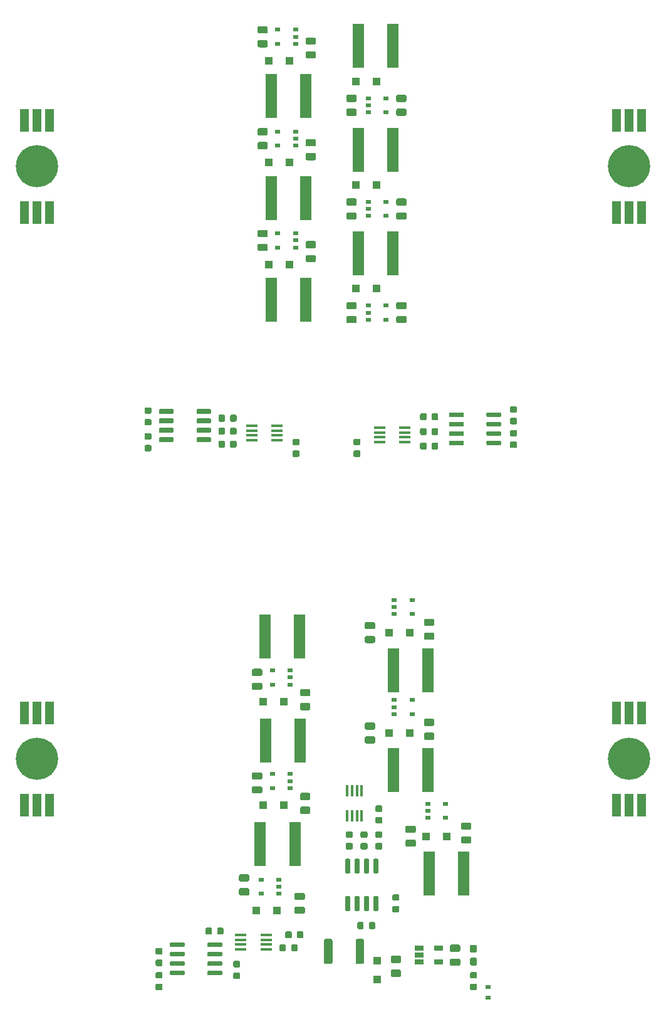
<source format=gbr>
G04 #@! TF.GenerationSoftware,KiCad,Pcbnew,5.1.5-52549c5~84~ubuntu18.04.1*
G04 #@! TF.CreationDate,2020-02-23T09:36:08-07:00*
G04 #@! TF.ProjectId,cob_2x2,636f625f-3278-4322-9e6b-696361645f70,rev?*
G04 #@! TF.SameCoordinates,Original*
G04 #@! TF.FileFunction,Paste,Top*
G04 #@! TF.FilePolarity,Positive*
%FSLAX46Y46*%
G04 Gerber Fmt 4.6, Leading zero omitted, Abs format (unit mm)*
G04 Created by KiCad (PCBNEW 5.1.5-52549c5~84~ubuntu18.04.1) date 2020-02-23 09:36:08*
%MOMM*%
%LPD*%
G04 APERTURE LIST*
%ADD10R,1.600000X0.300000*%
%ADD11R,0.300000X1.600000*%
%ADD12R,0.700000X0.600000*%
%ADD13R,1.200000X3.100000*%
%ADD14C,5.700000*%
%ADD15R,0.800000X0.550000*%
%ADD16C,0.100000*%
%ADD17R,1.220000X0.650000*%
%ADD18R,1.600000X5.900000*%
%ADD19R,1.100000X1.100000*%
%ADD20R,1.000000X1.000000*%
G04 APERTURE END LIST*
D10*
X186300000Y-177225000D03*
X186300000Y-176575000D03*
X186300000Y-175925000D03*
X186300000Y-175275000D03*
X189700000Y-175275000D03*
X189700000Y-175925000D03*
X189700000Y-176575000D03*
X189700000Y-177225000D03*
X172450000Y-175025000D03*
X172450000Y-175675000D03*
X172450000Y-176325000D03*
X172450000Y-176975000D03*
X169050000Y-176975000D03*
X169050000Y-176325000D03*
X169050000Y-175675000D03*
X169050000Y-175025000D03*
X167550000Y-245725000D03*
X167550000Y-245075000D03*
X167550000Y-244425000D03*
X167550000Y-243775000D03*
X170950000Y-243775000D03*
X170950000Y-244425000D03*
X170950000Y-245075000D03*
X170950000Y-245725000D03*
D11*
X183875000Y-227700000D03*
X183225000Y-227700000D03*
X182575000Y-227700000D03*
X181925000Y-227700000D03*
X181925000Y-224300000D03*
X182575000Y-224300000D03*
X183225000Y-224300000D03*
X183875000Y-224300000D03*
D12*
X201000000Y-250800000D03*
X201000000Y-252200000D03*
D13*
X141700000Y-146220000D03*
X140000000Y-146220000D03*
X138300000Y-146220000D03*
D14*
X140000000Y-140000000D03*
D13*
X138300000Y-133780000D03*
X140000000Y-133780000D03*
X141700000Y-133780000D03*
X218300000Y-133780000D03*
X220000000Y-133780000D03*
X221700000Y-133780000D03*
D14*
X220000000Y-140000000D03*
D13*
X221700000Y-146220000D03*
X220000000Y-146220000D03*
X218300000Y-146220000D03*
X138300000Y-213780000D03*
X140000000Y-213780000D03*
X141700000Y-213780000D03*
D14*
X140000000Y-220000000D03*
D13*
X141700000Y-226220000D03*
X140000000Y-226220000D03*
X138300000Y-226220000D03*
X221700000Y-226220000D03*
X220000000Y-226220000D03*
X218300000Y-226220000D03*
D14*
X220000000Y-220000000D03*
D13*
X218300000Y-213780000D03*
X220000000Y-213780000D03*
X221700000Y-213780000D03*
D15*
X187200000Y-158800000D03*
X187200000Y-160700000D03*
X184800000Y-158800000D03*
X184800000Y-160700000D03*
X184800000Y-159750000D03*
D16*
G36*
X197503428Y-177015782D02*
G01*
X197519202Y-177018122D01*
X197534671Y-177021997D01*
X197549686Y-177027370D01*
X197564102Y-177034188D01*
X197577780Y-177042386D01*
X197590589Y-177051886D01*
X197602405Y-177062595D01*
X197613114Y-177074411D01*
X197622614Y-177087220D01*
X197630812Y-177100898D01*
X197637630Y-177115314D01*
X197643003Y-177130329D01*
X197646878Y-177145798D01*
X197649218Y-177161572D01*
X197650000Y-177177500D01*
X197650000Y-177502500D01*
X197649218Y-177518428D01*
X197646878Y-177534202D01*
X197643003Y-177549671D01*
X197637630Y-177564686D01*
X197630812Y-177579102D01*
X197622614Y-177592780D01*
X197613114Y-177605589D01*
X197602405Y-177617405D01*
X197590589Y-177628114D01*
X197577780Y-177637614D01*
X197564102Y-177645812D01*
X197549686Y-177652630D01*
X197534671Y-177658003D01*
X197519202Y-177661878D01*
X197503428Y-177664218D01*
X197487500Y-177665000D01*
X195837500Y-177665000D01*
X195821572Y-177664218D01*
X195805798Y-177661878D01*
X195790329Y-177658003D01*
X195775314Y-177652630D01*
X195760898Y-177645812D01*
X195747220Y-177637614D01*
X195734411Y-177628114D01*
X195722595Y-177617405D01*
X195711886Y-177605589D01*
X195702386Y-177592780D01*
X195694188Y-177579102D01*
X195687370Y-177564686D01*
X195681997Y-177549671D01*
X195678122Y-177534202D01*
X195675782Y-177518428D01*
X195675000Y-177502500D01*
X195675000Y-177177500D01*
X195675782Y-177161572D01*
X195678122Y-177145798D01*
X195681997Y-177130329D01*
X195687370Y-177115314D01*
X195694188Y-177100898D01*
X195702386Y-177087220D01*
X195711886Y-177074411D01*
X195722595Y-177062595D01*
X195734411Y-177051886D01*
X195747220Y-177042386D01*
X195760898Y-177034188D01*
X195775314Y-177027370D01*
X195790329Y-177021997D01*
X195805798Y-177018122D01*
X195821572Y-177015782D01*
X195837500Y-177015000D01*
X197487500Y-177015000D01*
X197503428Y-177015782D01*
G37*
G36*
X197503428Y-175745782D02*
G01*
X197519202Y-175748122D01*
X197534671Y-175751997D01*
X197549686Y-175757370D01*
X197564102Y-175764188D01*
X197577780Y-175772386D01*
X197590589Y-175781886D01*
X197602405Y-175792595D01*
X197613114Y-175804411D01*
X197622614Y-175817220D01*
X197630812Y-175830898D01*
X197637630Y-175845314D01*
X197643003Y-175860329D01*
X197646878Y-175875798D01*
X197649218Y-175891572D01*
X197650000Y-175907500D01*
X197650000Y-176232500D01*
X197649218Y-176248428D01*
X197646878Y-176264202D01*
X197643003Y-176279671D01*
X197637630Y-176294686D01*
X197630812Y-176309102D01*
X197622614Y-176322780D01*
X197613114Y-176335589D01*
X197602405Y-176347405D01*
X197590589Y-176358114D01*
X197577780Y-176367614D01*
X197564102Y-176375812D01*
X197549686Y-176382630D01*
X197534671Y-176388003D01*
X197519202Y-176391878D01*
X197503428Y-176394218D01*
X197487500Y-176395000D01*
X195837500Y-176395000D01*
X195821572Y-176394218D01*
X195805798Y-176391878D01*
X195790329Y-176388003D01*
X195775314Y-176382630D01*
X195760898Y-176375812D01*
X195747220Y-176367614D01*
X195734411Y-176358114D01*
X195722595Y-176347405D01*
X195711886Y-176335589D01*
X195702386Y-176322780D01*
X195694188Y-176309102D01*
X195687370Y-176294686D01*
X195681997Y-176279671D01*
X195678122Y-176264202D01*
X195675782Y-176248428D01*
X195675000Y-176232500D01*
X195675000Y-175907500D01*
X195675782Y-175891572D01*
X195678122Y-175875798D01*
X195681997Y-175860329D01*
X195687370Y-175845314D01*
X195694188Y-175830898D01*
X195702386Y-175817220D01*
X195711886Y-175804411D01*
X195722595Y-175792595D01*
X195734411Y-175781886D01*
X195747220Y-175772386D01*
X195760898Y-175764188D01*
X195775314Y-175757370D01*
X195790329Y-175751997D01*
X195805798Y-175748122D01*
X195821572Y-175745782D01*
X195837500Y-175745000D01*
X197487500Y-175745000D01*
X197503428Y-175745782D01*
G37*
G36*
X197503428Y-174475782D02*
G01*
X197519202Y-174478122D01*
X197534671Y-174481997D01*
X197549686Y-174487370D01*
X197564102Y-174494188D01*
X197577780Y-174502386D01*
X197590589Y-174511886D01*
X197602405Y-174522595D01*
X197613114Y-174534411D01*
X197622614Y-174547220D01*
X197630812Y-174560898D01*
X197637630Y-174575314D01*
X197643003Y-174590329D01*
X197646878Y-174605798D01*
X197649218Y-174621572D01*
X197650000Y-174637500D01*
X197650000Y-174962500D01*
X197649218Y-174978428D01*
X197646878Y-174994202D01*
X197643003Y-175009671D01*
X197637630Y-175024686D01*
X197630812Y-175039102D01*
X197622614Y-175052780D01*
X197613114Y-175065589D01*
X197602405Y-175077405D01*
X197590589Y-175088114D01*
X197577780Y-175097614D01*
X197564102Y-175105812D01*
X197549686Y-175112630D01*
X197534671Y-175118003D01*
X197519202Y-175121878D01*
X197503428Y-175124218D01*
X197487500Y-175125000D01*
X195837500Y-175125000D01*
X195821572Y-175124218D01*
X195805798Y-175121878D01*
X195790329Y-175118003D01*
X195775314Y-175112630D01*
X195760898Y-175105812D01*
X195747220Y-175097614D01*
X195734411Y-175088114D01*
X195722595Y-175077405D01*
X195711886Y-175065589D01*
X195702386Y-175052780D01*
X195694188Y-175039102D01*
X195687370Y-175024686D01*
X195681997Y-175009671D01*
X195678122Y-174994202D01*
X195675782Y-174978428D01*
X195675000Y-174962500D01*
X195675000Y-174637500D01*
X195675782Y-174621572D01*
X195678122Y-174605798D01*
X195681997Y-174590329D01*
X195687370Y-174575314D01*
X195694188Y-174560898D01*
X195702386Y-174547220D01*
X195711886Y-174534411D01*
X195722595Y-174522595D01*
X195734411Y-174511886D01*
X195747220Y-174502386D01*
X195760898Y-174494188D01*
X195775314Y-174487370D01*
X195790329Y-174481997D01*
X195805798Y-174478122D01*
X195821572Y-174475782D01*
X195837500Y-174475000D01*
X197487500Y-174475000D01*
X197503428Y-174475782D01*
G37*
G36*
X197503428Y-173205782D02*
G01*
X197519202Y-173208122D01*
X197534671Y-173211997D01*
X197549686Y-173217370D01*
X197564102Y-173224188D01*
X197577780Y-173232386D01*
X197590589Y-173241886D01*
X197602405Y-173252595D01*
X197613114Y-173264411D01*
X197622614Y-173277220D01*
X197630812Y-173290898D01*
X197637630Y-173305314D01*
X197643003Y-173320329D01*
X197646878Y-173335798D01*
X197649218Y-173351572D01*
X197650000Y-173367500D01*
X197650000Y-173692500D01*
X197649218Y-173708428D01*
X197646878Y-173724202D01*
X197643003Y-173739671D01*
X197637630Y-173754686D01*
X197630812Y-173769102D01*
X197622614Y-173782780D01*
X197613114Y-173795589D01*
X197602405Y-173807405D01*
X197590589Y-173818114D01*
X197577780Y-173827614D01*
X197564102Y-173835812D01*
X197549686Y-173842630D01*
X197534671Y-173848003D01*
X197519202Y-173851878D01*
X197503428Y-173854218D01*
X197487500Y-173855000D01*
X195837500Y-173855000D01*
X195821572Y-173854218D01*
X195805798Y-173851878D01*
X195790329Y-173848003D01*
X195775314Y-173842630D01*
X195760898Y-173835812D01*
X195747220Y-173827614D01*
X195734411Y-173818114D01*
X195722595Y-173807405D01*
X195711886Y-173795589D01*
X195702386Y-173782780D01*
X195694188Y-173769102D01*
X195687370Y-173754686D01*
X195681997Y-173739671D01*
X195678122Y-173724202D01*
X195675782Y-173708428D01*
X195675000Y-173692500D01*
X195675000Y-173367500D01*
X195675782Y-173351572D01*
X195678122Y-173335798D01*
X195681997Y-173320329D01*
X195687370Y-173305314D01*
X195694188Y-173290898D01*
X195702386Y-173277220D01*
X195711886Y-173264411D01*
X195722595Y-173252595D01*
X195734411Y-173241886D01*
X195747220Y-173232386D01*
X195760898Y-173224188D01*
X195775314Y-173217370D01*
X195790329Y-173211997D01*
X195805798Y-173208122D01*
X195821572Y-173205782D01*
X195837500Y-173205000D01*
X197487500Y-173205000D01*
X197503428Y-173205782D01*
G37*
G36*
X202578428Y-173205782D02*
G01*
X202594202Y-173208122D01*
X202609671Y-173211997D01*
X202624686Y-173217370D01*
X202639102Y-173224188D01*
X202652780Y-173232386D01*
X202665589Y-173241886D01*
X202677405Y-173252595D01*
X202688114Y-173264411D01*
X202697614Y-173277220D01*
X202705812Y-173290898D01*
X202712630Y-173305314D01*
X202718003Y-173320329D01*
X202721878Y-173335798D01*
X202724218Y-173351572D01*
X202725000Y-173367500D01*
X202725000Y-173692500D01*
X202724218Y-173708428D01*
X202721878Y-173724202D01*
X202718003Y-173739671D01*
X202712630Y-173754686D01*
X202705812Y-173769102D01*
X202697614Y-173782780D01*
X202688114Y-173795589D01*
X202677405Y-173807405D01*
X202665589Y-173818114D01*
X202652780Y-173827614D01*
X202639102Y-173835812D01*
X202624686Y-173842630D01*
X202609671Y-173848003D01*
X202594202Y-173851878D01*
X202578428Y-173854218D01*
X202562500Y-173855000D01*
X200912500Y-173855000D01*
X200896572Y-173854218D01*
X200880798Y-173851878D01*
X200865329Y-173848003D01*
X200850314Y-173842630D01*
X200835898Y-173835812D01*
X200822220Y-173827614D01*
X200809411Y-173818114D01*
X200797595Y-173807405D01*
X200786886Y-173795589D01*
X200777386Y-173782780D01*
X200769188Y-173769102D01*
X200762370Y-173754686D01*
X200756997Y-173739671D01*
X200753122Y-173724202D01*
X200750782Y-173708428D01*
X200750000Y-173692500D01*
X200750000Y-173367500D01*
X200750782Y-173351572D01*
X200753122Y-173335798D01*
X200756997Y-173320329D01*
X200762370Y-173305314D01*
X200769188Y-173290898D01*
X200777386Y-173277220D01*
X200786886Y-173264411D01*
X200797595Y-173252595D01*
X200809411Y-173241886D01*
X200822220Y-173232386D01*
X200835898Y-173224188D01*
X200850314Y-173217370D01*
X200865329Y-173211997D01*
X200880798Y-173208122D01*
X200896572Y-173205782D01*
X200912500Y-173205000D01*
X202562500Y-173205000D01*
X202578428Y-173205782D01*
G37*
G36*
X202578428Y-174475782D02*
G01*
X202594202Y-174478122D01*
X202609671Y-174481997D01*
X202624686Y-174487370D01*
X202639102Y-174494188D01*
X202652780Y-174502386D01*
X202665589Y-174511886D01*
X202677405Y-174522595D01*
X202688114Y-174534411D01*
X202697614Y-174547220D01*
X202705812Y-174560898D01*
X202712630Y-174575314D01*
X202718003Y-174590329D01*
X202721878Y-174605798D01*
X202724218Y-174621572D01*
X202725000Y-174637500D01*
X202725000Y-174962500D01*
X202724218Y-174978428D01*
X202721878Y-174994202D01*
X202718003Y-175009671D01*
X202712630Y-175024686D01*
X202705812Y-175039102D01*
X202697614Y-175052780D01*
X202688114Y-175065589D01*
X202677405Y-175077405D01*
X202665589Y-175088114D01*
X202652780Y-175097614D01*
X202639102Y-175105812D01*
X202624686Y-175112630D01*
X202609671Y-175118003D01*
X202594202Y-175121878D01*
X202578428Y-175124218D01*
X202562500Y-175125000D01*
X200912500Y-175125000D01*
X200896572Y-175124218D01*
X200880798Y-175121878D01*
X200865329Y-175118003D01*
X200850314Y-175112630D01*
X200835898Y-175105812D01*
X200822220Y-175097614D01*
X200809411Y-175088114D01*
X200797595Y-175077405D01*
X200786886Y-175065589D01*
X200777386Y-175052780D01*
X200769188Y-175039102D01*
X200762370Y-175024686D01*
X200756997Y-175009671D01*
X200753122Y-174994202D01*
X200750782Y-174978428D01*
X200750000Y-174962500D01*
X200750000Y-174637500D01*
X200750782Y-174621572D01*
X200753122Y-174605798D01*
X200756997Y-174590329D01*
X200762370Y-174575314D01*
X200769188Y-174560898D01*
X200777386Y-174547220D01*
X200786886Y-174534411D01*
X200797595Y-174522595D01*
X200809411Y-174511886D01*
X200822220Y-174502386D01*
X200835898Y-174494188D01*
X200850314Y-174487370D01*
X200865329Y-174481997D01*
X200880798Y-174478122D01*
X200896572Y-174475782D01*
X200912500Y-174475000D01*
X202562500Y-174475000D01*
X202578428Y-174475782D01*
G37*
G36*
X202578428Y-175745782D02*
G01*
X202594202Y-175748122D01*
X202609671Y-175751997D01*
X202624686Y-175757370D01*
X202639102Y-175764188D01*
X202652780Y-175772386D01*
X202665589Y-175781886D01*
X202677405Y-175792595D01*
X202688114Y-175804411D01*
X202697614Y-175817220D01*
X202705812Y-175830898D01*
X202712630Y-175845314D01*
X202718003Y-175860329D01*
X202721878Y-175875798D01*
X202724218Y-175891572D01*
X202725000Y-175907500D01*
X202725000Y-176232500D01*
X202724218Y-176248428D01*
X202721878Y-176264202D01*
X202718003Y-176279671D01*
X202712630Y-176294686D01*
X202705812Y-176309102D01*
X202697614Y-176322780D01*
X202688114Y-176335589D01*
X202677405Y-176347405D01*
X202665589Y-176358114D01*
X202652780Y-176367614D01*
X202639102Y-176375812D01*
X202624686Y-176382630D01*
X202609671Y-176388003D01*
X202594202Y-176391878D01*
X202578428Y-176394218D01*
X202562500Y-176395000D01*
X200912500Y-176395000D01*
X200896572Y-176394218D01*
X200880798Y-176391878D01*
X200865329Y-176388003D01*
X200850314Y-176382630D01*
X200835898Y-176375812D01*
X200822220Y-176367614D01*
X200809411Y-176358114D01*
X200797595Y-176347405D01*
X200786886Y-176335589D01*
X200777386Y-176322780D01*
X200769188Y-176309102D01*
X200762370Y-176294686D01*
X200756997Y-176279671D01*
X200753122Y-176264202D01*
X200750782Y-176248428D01*
X200750000Y-176232500D01*
X200750000Y-175907500D01*
X200750782Y-175891572D01*
X200753122Y-175875798D01*
X200756997Y-175860329D01*
X200762370Y-175845314D01*
X200769188Y-175830898D01*
X200777386Y-175817220D01*
X200786886Y-175804411D01*
X200797595Y-175792595D01*
X200809411Y-175781886D01*
X200822220Y-175772386D01*
X200835898Y-175764188D01*
X200850314Y-175757370D01*
X200865329Y-175751997D01*
X200880798Y-175748122D01*
X200896572Y-175745782D01*
X200912500Y-175745000D01*
X202562500Y-175745000D01*
X202578428Y-175745782D01*
G37*
G36*
X202578428Y-177015782D02*
G01*
X202594202Y-177018122D01*
X202609671Y-177021997D01*
X202624686Y-177027370D01*
X202639102Y-177034188D01*
X202652780Y-177042386D01*
X202665589Y-177051886D01*
X202677405Y-177062595D01*
X202688114Y-177074411D01*
X202697614Y-177087220D01*
X202705812Y-177100898D01*
X202712630Y-177115314D01*
X202718003Y-177130329D01*
X202721878Y-177145798D01*
X202724218Y-177161572D01*
X202725000Y-177177500D01*
X202725000Y-177502500D01*
X202724218Y-177518428D01*
X202721878Y-177534202D01*
X202718003Y-177549671D01*
X202712630Y-177564686D01*
X202705812Y-177579102D01*
X202697614Y-177592780D01*
X202688114Y-177605589D01*
X202677405Y-177617405D01*
X202665589Y-177628114D01*
X202652780Y-177637614D01*
X202639102Y-177645812D01*
X202624686Y-177652630D01*
X202609671Y-177658003D01*
X202594202Y-177661878D01*
X202578428Y-177664218D01*
X202562500Y-177665000D01*
X200912500Y-177665000D01*
X200896572Y-177664218D01*
X200880798Y-177661878D01*
X200865329Y-177658003D01*
X200850314Y-177652630D01*
X200835898Y-177645812D01*
X200822220Y-177637614D01*
X200809411Y-177628114D01*
X200797595Y-177617405D01*
X200786886Y-177605589D01*
X200777386Y-177592780D01*
X200769188Y-177579102D01*
X200762370Y-177564686D01*
X200756997Y-177549671D01*
X200753122Y-177534202D01*
X200750782Y-177518428D01*
X200750000Y-177502500D01*
X200750000Y-177177500D01*
X200750782Y-177161572D01*
X200753122Y-177145798D01*
X200756997Y-177130329D01*
X200762370Y-177115314D01*
X200769188Y-177100898D01*
X200777386Y-177087220D01*
X200786886Y-177074411D01*
X200797595Y-177062595D01*
X200809411Y-177051886D01*
X200822220Y-177042386D01*
X200835898Y-177034188D01*
X200850314Y-177027370D01*
X200865329Y-177021997D01*
X200880798Y-177018122D01*
X200896572Y-177015782D01*
X200912500Y-177015000D01*
X202562500Y-177015000D01*
X202578428Y-177015782D01*
G37*
D15*
X187200000Y-144800000D03*
X187200000Y-146700000D03*
X184800000Y-144800000D03*
X184800000Y-146700000D03*
X184800000Y-145750000D03*
X187200000Y-130800000D03*
X187200000Y-132700000D03*
X184800000Y-130800000D03*
X184800000Y-132700000D03*
X184800000Y-131750000D03*
X172550000Y-123450000D03*
X172550000Y-121550000D03*
X174950000Y-123450000D03*
X174950000Y-121550000D03*
X174950000Y-122500000D03*
D16*
G36*
X158303428Y-176580782D02*
G01*
X158319202Y-176583122D01*
X158334671Y-176586997D01*
X158349686Y-176592370D01*
X158364102Y-176599188D01*
X158377780Y-176607386D01*
X158390589Y-176616886D01*
X158402405Y-176627595D01*
X158413114Y-176639411D01*
X158422614Y-176652220D01*
X158430812Y-176665898D01*
X158437630Y-176680314D01*
X158443003Y-176695329D01*
X158446878Y-176710798D01*
X158449218Y-176726572D01*
X158450000Y-176742500D01*
X158450000Y-177067500D01*
X158449218Y-177083428D01*
X158446878Y-177099202D01*
X158443003Y-177114671D01*
X158437630Y-177129686D01*
X158430812Y-177144102D01*
X158422614Y-177157780D01*
X158413114Y-177170589D01*
X158402405Y-177182405D01*
X158390589Y-177193114D01*
X158377780Y-177202614D01*
X158364102Y-177210812D01*
X158349686Y-177217630D01*
X158334671Y-177223003D01*
X158319202Y-177226878D01*
X158303428Y-177229218D01*
X158287500Y-177230000D01*
X156637500Y-177230000D01*
X156621572Y-177229218D01*
X156605798Y-177226878D01*
X156590329Y-177223003D01*
X156575314Y-177217630D01*
X156560898Y-177210812D01*
X156547220Y-177202614D01*
X156534411Y-177193114D01*
X156522595Y-177182405D01*
X156511886Y-177170589D01*
X156502386Y-177157780D01*
X156494188Y-177144102D01*
X156487370Y-177129686D01*
X156481997Y-177114671D01*
X156478122Y-177099202D01*
X156475782Y-177083428D01*
X156475000Y-177067500D01*
X156475000Y-176742500D01*
X156475782Y-176726572D01*
X156478122Y-176710798D01*
X156481997Y-176695329D01*
X156487370Y-176680314D01*
X156494188Y-176665898D01*
X156502386Y-176652220D01*
X156511886Y-176639411D01*
X156522595Y-176627595D01*
X156534411Y-176616886D01*
X156547220Y-176607386D01*
X156560898Y-176599188D01*
X156575314Y-176592370D01*
X156590329Y-176586997D01*
X156605798Y-176583122D01*
X156621572Y-176580782D01*
X156637500Y-176580000D01*
X158287500Y-176580000D01*
X158303428Y-176580782D01*
G37*
G36*
X158303428Y-175310782D02*
G01*
X158319202Y-175313122D01*
X158334671Y-175316997D01*
X158349686Y-175322370D01*
X158364102Y-175329188D01*
X158377780Y-175337386D01*
X158390589Y-175346886D01*
X158402405Y-175357595D01*
X158413114Y-175369411D01*
X158422614Y-175382220D01*
X158430812Y-175395898D01*
X158437630Y-175410314D01*
X158443003Y-175425329D01*
X158446878Y-175440798D01*
X158449218Y-175456572D01*
X158450000Y-175472500D01*
X158450000Y-175797500D01*
X158449218Y-175813428D01*
X158446878Y-175829202D01*
X158443003Y-175844671D01*
X158437630Y-175859686D01*
X158430812Y-175874102D01*
X158422614Y-175887780D01*
X158413114Y-175900589D01*
X158402405Y-175912405D01*
X158390589Y-175923114D01*
X158377780Y-175932614D01*
X158364102Y-175940812D01*
X158349686Y-175947630D01*
X158334671Y-175953003D01*
X158319202Y-175956878D01*
X158303428Y-175959218D01*
X158287500Y-175960000D01*
X156637500Y-175960000D01*
X156621572Y-175959218D01*
X156605798Y-175956878D01*
X156590329Y-175953003D01*
X156575314Y-175947630D01*
X156560898Y-175940812D01*
X156547220Y-175932614D01*
X156534411Y-175923114D01*
X156522595Y-175912405D01*
X156511886Y-175900589D01*
X156502386Y-175887780D01*
X156494188Y-175874102D01*
X156487370Y-175859686D01*
X156481997Y-175844671D01*
X156478122Y-175829202D01*
X156475782Y-175813428D01*
X156475000Y-175797500D01*
X156475000Y-175472500D01*
X156475782Y-175456572D01*
X156478122Y-175440798D01*
X156481997Y-175425329D01*
X156487370Y-175410314D01*
X156494188Y-175395898D01*
X156502386Y-175382220D01*
X156511886Y-175369411D01*
X156522595Y-175357595D01*
X156534411Y-175346886D01*
X156547220Y-175337386D01*
X156560898Y-175329188D01*
X156575314Y-175322370D01*
X156590329Y-175316997D01*
X156605798Y-175313122D01*
X156621572Y-175310782D01*
X156637500Y-175310000D01*
X158287500Y-175310000D01*
X158303428Y-175310782D01*
G37*
G36*
X158303428Y-174040782D02*
G01*
X158319202Y-174043122D01*
X158334671Y-174046997D01*
X158349686Y-174052370D01*
X158364102Y-174059188D01*
X158377780Y-174067386D01*
X158390589Y-174076886D01*
X158402405Y-174087595D01*
X158413114Y-174099411D01*
X158422614Y-174112220D01*
X158430812Y-174125898D01*
X158437630Y-174140314D01*
X158443003Y-174155329D01*
X158446878Y-174170798D01*
X158449218Y-174186572D01*
X158450000Y-174202500D01*
X158450000Y-174527500D01*
X158449218Y-174543428D01*
X158446878Y-174559202D01*
X158443003Y-174574671D01*
X158437630Y-174589686D01*
X158430812Y-174604102D01*
X158422614Y-174617780D01*
X158413114Y-174630589D01*
X158402405Y-174642405D01*
X158390589Y-174653114D01*
X158377780Y-174662614D01*
X158364102Y-174670812D01*
X158349686Y-174677630D01*
X158334671Y-174683003D01*
X158319202Y-174686878D01*
X158303428Y-174689218D01*
X158287500Y-174690000D01*
X156637500Y-174690000D01*
X156621572Y-174689218D01*
X156605798Y-174686878D01*
X156590329Y-174683003D01*
X156575314Y-174677630D01*
X156560898Y-174670812D01*
X156547220Y-174662614D01*
X156534411Y-174653114D01*
X156522595Y-174642405D01*
X156511886Y-174630589D01*
X156502386Y-174617780D01*
X156494188Y-174604102D01*
X156487370Y-174589686D01*
X156481997Y-174574671D01*
X156478122Y-174559202D01*
X156475782Y-174543428D01*
X156475000Y-174527500D01*
X156475000Y-174202500D01*
X156475782Y-174186572D01*
X156478122Y-174170798D01*
X156481997Y-174155329D01*
X156487370Y-174140314D01*
X156494188Y-174125898D01*
X156502386Y-174112220D01*
X156511886Y-174099411D01*
X156522595Y-174087595D01*
X156534411Y-174076886D01*
X156547220Y-174067386D01*
X156560898Y-174059188D01*
X156575314Y-174052370D01*
X156590329Y-174046997D01*
X156605798Y-174043122D01*
X156621572Y-174040782D01*
X156637500Y-174040000D01*
X158287500Y-174040000D01*
X158303428Y-174040782D01*
G37*
G36*
X158303428Y-172770782D02*
G01*
X158319202Y-172773122D01*
X158334671Y-172776997D01*
X158349686Y-172782370D01*
X158364102Y-172789188D01*
X158377780Y-172797386D01*
X158390589Y-172806886D01*
X158402405Y-172817595D01*
X158413114Y-172829411D01*
X158422614Y-172842220D01*
X158430812Y-172855898D01*
X158437630Y-172870314D01*
X158443003Y-172885329D01*
X158446878Y-172900798D01*
X158449218Y-172916572D01*
X158450000Y-172932500D01*
X158450000Y-173257500D01*
X158449218Y-173273428D01*
X158446878Y-173289202D01*
X158443003Y-173304671D01*
X158437630Y-173319686D01*
X158430812Y-173334102D01*
X158422614Y-173347780D01*
X158413114Y-173360589D01*
X158402405Y-173372405D01*
X158390589Y-173383114D01*
X158377780Y-173392614D01*
X158364102Y-173400812D01*
X158349686Y-173407630D01*
X158334671Y-173413003D01*
X158319202Y-173416878D01*
X158303428Y-173419218D01*
X158287500Y-173420000D01*
X156637500Y-173420000D01*
X156621572Y-173419218D01*
X156605798Y-173416878D01*
X156590329Y-173413003D01*
X156575314Y-173407630D01*
X156560898Y-173400812D01*
X156547220Y-173392614D01*
X156534411Y-173383114D01*
X156522595Y-173372405D01*
X156511886Y-173360589D01*
X156502386Y-173347780D01*
X156494188Y-173334102D01*
X156487370Y-173319686D01*
X156481997Y-173304671D01*
X156478122Y-173289202D01*
X156475782Y-173273428D01*
X156475000Y-173257500D01*
X156475000Y-172932500D01*
X156475782Y-172916572D01*
X156478122Y-172900798D01*
X156481997Y-172885329D01*
X156487370Y-172870314D01*
X156494188Y-172855898D01*
X156502386Y-172842220D01*
X156511886Y-172829411D01*
X156522595Y-172817595D01*
X156534411Y-172806886D01*
X156547220Y-172797386D01*
X156560898Y-172789188D01*
X156575314Y-172782370D01*
X156590329Y-172776997D01*
X156605798Y-172773122D01*
X156621572Y-172770782D01*
X156637500Y-172770000D01*
X158287500Y-172770000D01*
X158303428Y-172770782D01*
G37*
G36*
X163378428Y-172770782D02*
G01*
X163394202Y-172773122D01*
X163409671Y-172776997D01*
X163424686Y-172782370D01*
X163439102Y-172789188D01*
X163452780Y-172797386D01*
X163465589Y-172806886D01*
X163477405Y-172817595D01*
X163488114Y-172829411D01*
X163497614Y-172842220D01*
X163505812Y-172855898D01*
X163512630Y-172870314D01*
X163518003Y-172885329D01*
X163521878Y-172900798D01*
X163524218Y-172916572D01*
X163525000Y-172932500D01*
X163525000Y-173257500D01*
X163524218Y-173273428D01*
X163521878Y-173289202D01*
X163518003Y-173304671D01*
X163512630Y-173319686D01*
X163505812Y-173334102D01*
X163497614Y-173347780D01*
X163488114Y-173360589D01*
X163477405Y-173372405D01*
X163465589Y-173383114D01*
X163452780Y-173392614D01*
X163439102Y-173400812D01*
X163424686Y-173407630D01*
X163409671Y-173413003D01*
X163394202Y-173416878D01*
X163378428Y-173419218D01*
X163362500Y-173420000D01*
X161712500Y-173420000D01*
X161696572Y-173419218D01*
X161680798Y-173416878D01*
X161665329Y-173413003D01*
X161650314Y-173407630D01*
X161635898Y-173400812D01*
X161622220Y-173392614D01*
X161609411Y-173383114D01*
X161597595Y-173372405D01*
X161586886Y-173360589D01*
X161577386Y-173347780D01*
X161569188Y-173334102D01*
X161562370Y-173319686D01*
X161556997Y-173304671D01*
X161553122Y-173289202D01*
X161550782Y-173273428D01*
X161550000Y-173257500D01*
X161550000Y-172932500D01*
X161550782Y-172916572D01*
X161553122Y-172900798D01*
X161556997Y-172885329D01*
X161562370Y-172870314D01*
X161569188Y-172855898D01*
X161577386Y-172842220D01*
X161586886Y-172829411D01*
X161597595Y-172817595D01*
X161609411Y-172806886D01*
X161622220Y-172797386D01*
X161635898Y-172789188D01*
X161650314Y-172782370D01*
X161665329Y-172776997D01*
X161680798Y-172773122D01*
X161696572Y-172770782D01*
X161712500Y-172770000D01*
X163362500Y-172770000D01*
X163378428Y-172770782D01*
G37*
G36*
X163378428Y-174040782D02*
G01*
X163394202Y-174043122D01*
X163409671Y-174046997D01*
X163424686Y-174052370D01*
X163439102Y-174059188D01*
X163452780Y-174067386D01*
X163465589Y-174076886D01*
X163477405Y-174087595D01*
X163488114Y-174099411D01*
X163497614Y-174112220D01*
X163505812Y-174125898D01*
X163512630Y-174140314D01*
X163518003Y-174155329D01*
X163521878Y-174170798D01*
X163524218Y-174186572D01*
X163525000Y-174202500D01*
X163525000Y-174527500D01*
X163524218Y-174543428D01*
X163521878Y-174559202D01*
X163518003Y-174574671D01*
X163512630Y-174589686D01*
X163505812Y-174604102D01*
X163497614Y-174617780D01*
X163488114Y-174630589D01*
X163477405Y-174642405D01*
X163465589Y-174653114D01*
X163452780Y-174662614D01*
X163439102Y-174670812D01*
X163424686Y-174677630D01*
X163409671Y-174683003D01*
X163394202Y-174686878D01*
X163378428Y-174689218D01*
X163362500Y-174690000D01*
X161712500Y-174690000D01*
X161696572Y-174689218D01*
X161680798Y-174686878D01*
X161665329Y-174683003D01*
X161650314Y-174677630D01*
X161635898Y-174670812D01*
X161622220Y-174662614D01*
X161609411Y-174653114D01*
X161597595Y-174642405D01*
X161586886Y-174630589D01*
X161577386Y-174617780D01*
X161569188Y-174604102D01*
X161562370Y-174589686D01*
X161556997Y-174574671D01*
X161553122Y-174559202D01*
X161550782Y-174543428D01*
X161550000Y-174527500D01*
X161550000Y-174202500D01*
X161550782Y-174186572D01*
X161553122Y-174170798D01*
X161556997Y-174155329D01*
X161562370Y-174140314D01*
X161569188Y-174125898D01*
X161577386Y-174112220D01*
X161586886Y-174099411D01*
X161597595Y-174087595D01*
X161609411Y-174076886D01*
X161622220Y-174067386D01*
X161635898Y-174059188D01*
X161650314Y-174052370D01*
X161665329Y-174046997D01*
X161680798Y-174043122D01*
X161696572Y-174040782D01*
X161712500Y-174040000D01*
X163362500Y-174040000D01*
X163378428Y-174040782D01*
G37*
G36*
X163378428Y-175310782D02*
G01*
X163394202Y-175313122D01*
X163409671Y-175316997D01*
X163424686Y-175322370D01*
X163439102Y-175329188D01*
X163452780Y-175337386D01*
X163465589Y-175346886D01*
X163477405Y-175357595D01*
X163488114Y-175369411D01*
X163497614Y-175382220D01*
X163505812Y-175395898D01*
X163512630Y-175410314D01*
X163518003Y-175425329D01*
X163521878Y-175440798D01*
X163524218Y-175456572D01*
X163525000Y-175472500D01*
X163525000Y-175797500D01*
X163524218Y-175813428D01*
X163521878Y-175829202D01*
X163518003Y-175844671D01*
X163512630Y-175859686D01*
X163505812Y-175874102D01*
X163497614Y-175887780D01*
X163488114Y-175900589D01*
X163477405Y-175912405D01*
X163465589Y-175923114D01*
X163452780Y-175932614D01*
X163439102Y-175940812D01*
X163424686Y-175947630D01*
X163409671Y-175953003D01*
X163394202Y-175956878D01*
X163378428Y-175959218D01*
X163362500Y-175960000D01*
X161712500Y-175960000D01*
X161696572Y-175959218D01*
X161680798Y-175956878D01*
X161665329Y-175953003D01*
X161650314Y-175947630D01*
X161635898Y-175940812D01*
X161622220Y-175932614D01*
X161609411Y-175923114D01*
X161597595Y-175912405D01*
X161586886Y-175900589D01*
X161577386Y-175887780D01*
X161569188Y-175874102D01*
X161562370Y-175859686D01*
X161556997Y-175844671D01*
X161553122Y-175829202D01*
X161550782Y-175813428D01*
X161550000Y-175797500D01*
X161550000Y-175472500D01*
X161550782Y-175456572D01*
X161553122Y-175440798D01*
X161556997Y-175425329D01*
X161562370Y-175410314D01*
X161569188Y-175395898D01*
X161577386Y-175382220D01*
X161586886Y-175369411D01*
X161597595Y-175357595D01*
X161609411Y-175346886D01*
X161622220Y-175337386D01*
X161635898Y-175329188D01*
X161650314Y-175322370D01*
X161665329Y-175316997D01*
X161680798Y-175313122D01*
X161696572Y-175310782D01*
X161712500Y-175310000D01*
X163362500Y-175310000D01*
X163378428Y-175310782D01*
G37*
G36*
X163378428Y-176580782D02*
G01*
X163394202Y-176583122D01*
X163409671Y-176586997D01*
X163424686Y-176592370D01*
X163439102Y-176599188D01*
X163452780Y-176607386D01*
X163465589Y-176616886D01*
X163477405Y-176627595D01*
X163488114Y-176639411D01*
X163497614Y-176652220D01*
X163505812Y-176665898D01*
X163512630Y-176680314D01*
X163518003Y-176695329D01*
X163521878Y-176710798D01*
X163524218Y-176726572D01*
X163525000Y-176742500D01*
X163525000Y-177067500D01*
X163524218Y-177083428D01*
X163521878Y-177099202D01*
X163518003Y-177114671D01*
X163512630Y-177129686D01*
X163505812Y-177144102D01*
X163497614Y-177157780D01*
X163488114Y-177170589D01*
X163477405Y-177182405D01*
X163465589Y-177193114D01*
X163452780Y-177202614D01*
X163439102Y-177210812D01*
X163424686Y-177217630D01*
X163409671Y-177223003D01*
X163394202Y-177226878D01*
X163378428Y-177229218D01*
X163362500Y-177230000D01*
X161712500Y-177230000D01*
X161696572Y-177229218D01*
X161680798Y-177226878D01*
X161665329Y-177223003D01*
X161650314Y-177217630D01*
X161635898Y-177210812D01*
X161622220Y-177202614D01*
X161609411Y-177193114D01*
X161597595Y-177182405D01*
X161586886Y-177170589D01*
X161577386Y-177157780D01*
X161569188Y-177144102D01*
X161562370Y-177129686D01*
X161556997Y-177114671D01*
X161553122Y-177099202D01*
X161550782Y-177083428D01*
X161550000Y-177067500D01*
X161550000Y-176742500D01*
X161550782Y-176726572D01*
X161553122Y-176710798D01*
X161556997Y-176695329D01*
X161562370Y-176680314D01*
X161569188Y-176665898D01*
X161577386Y-176652220D01*
X161586886Y-176639411D01*
X161597595Y-176627595D01*
X161609411Y-176616886D01*
X161622220Y-176607386D01*
X161635898Y-176599188D01*
X161650314Y-176592370D01*
X161665329Y-176586997D01*
X161680798Y-176583122D01*
X161696572Y-176580782D01*
X161712500Y-176580000D01*
X163362500Y-176580000D01*
X163378428Y-176580782D01*
G37*
D15*
X174950000Y-136250000D03*
X174950000Y-135300000D03*
X174950000Y-137200000D03*
X172550000Y-135300000D03*
X172550000Y-137200000D03*
X172550000Y-150950000D03*
X172550000Y-149050000D03*
X174950000Y-150950000D03*
X174950000Y-149050000D03*
X174950000Y-150000000D03*
X170300000Y-238200000D03*
X170300000Y-236300000D03*
X172700000Y-238200000D03*
X172700000Y-236300000D03*
X172700000Y-237250000D03*
D16*
G36*
X159803428Y-248580782D02*
G01*
X159819202Y-248583122D01*
X159834671Y-248586997D01*
X159849686Y-248592370D01*
X159864102Y-248599188D01*
X159877780Y-248607386D01*
X159890589Y-248616886D01*
X159902405Y-248627595D01*
X159913114Y-248639411D01*
X159922614Y-248652220D01*
X159930812Y-248665898D01*
X159937630Y-248680314D01*
X159943003Y-248695329D01*
X159946878Y-248710798D01*
X159949218Y-248726572D01*
X159950000Y-248742500D01*
X159950000Y-249067500D01*
X159949218Y-249083428D01*
X159946878Y-249099202D01*
X159943003Y-249114671D01*
X159937630Y-249129686D01*
X159930812Y-249144102D01*
X159922614Y-249157780D01*
X159913114Y-249170589D01*
X159902405Y-249182405D01*
X159890589Y-249193114D01*
X159877780Y-249202614D01*
X159864102Y-249210812D01*
X159849686Y-249217630D01*
X159834671Y-249223003D01*
X159819202Y-249226878D01*
X159803428Y-249229218D01*
X159787500Y-249230000D01*
X158137500Y-249230000D01*
X158121572Y-249229218D01*
X158105798Y-249226878D01*
X158090329Y-249223003D01*
X158075314Y-249217630D01*
X158060898Y-249210812D01*
X158047220Y-249202614D01*
X158034411Y-249193114D01*
X158022595Y-249182405D01*
X158011886Y-249170589D01*
X158002386Y-249157780D01*
X157994188Y-249144102D01*
X157987370Y-249129686D01*
X157981997Y-249114671D01*
X157978122Y-249099202D01*
X157975782Y-249083428D01*
X157975000Y-249067500D01*
X157975000Y-248742500D01*
X157975782Y-248726572D01*
X157978122Y-248710798D01*
X157981997Y-248695329D01*
X157987370Y-248680314D01*
X157994188Y-248665898D01*
X158002386Y-248652220D01*
X158011886Y-248639411D01*
X158022595Y-248627595D01*
X158034411Y-248616886D01*
X158047220Y-248607386D01*
X158060898Y-248599188D01*
X158075314Y-248592370D01*
X158090329Y-248586997D01*
X158105798Y-248583122D01*
X158121572Y-248580782D01*
X158137500Y-248580000D01*
X159787500Y-248580000D01*
X159803428Y-248580782D01*
G37*
G36*
X159803428Y-247310782D02*
G01*
X159819202Y-247313122D01*
X159834671Y-247316997D01*
X159849686Y-247322370D01*
X159864102Y-247329188D01*
X159877780Y-247337386D01*
X159890589Y-247346886D01*
X159902405Y-247357595D01*
X159913114Y-247369411D01*
X159922614Y-247382220D01*
X159930812Y-247395898D01*
X159937630Y-247410314D01*
X159943003Y-247425329D01*
X159946878Y-247440798D01*
X159949218Y-247456572D01*
X159950000Y-247472500D01*
X159950000Y-247797500D01*
X159949218Y-247813428D01*
X159946878Y-247829202D01*
X159943003Y-247844671D01*
X159937630Y-247859686D01*
X159930812Y-247874102D01*
X159922614Y-247887780D01*
X159913114Y-247900589D01*
X159902405Y-247912405D01*
X159890589Y-247923114D01*
X159877780Y-247932614D01*
X159864102Y-247940812D01*
X159849686Y-247947630D01*
X159834671Y-247953003D01*
X159819202Y-247956878D01*
X159803428Y-247959218D01*
X159787500Y-247960000D01*
X158137500Y-247960000D01*
X158121572Y-247959218D01*
X158105798Y-247956878D01*
X158090329Y-247953003D01*
X158075314Y-247947630D01*
X158060898Y-247940812D01*
X158047220Y-247932614D01*
X158034411Y-247923114D01*
X158022595Y-247912405D01*
X158011886Y-247900589D01*
X158002386Y-247887780D01*
X157994188Y-247874102D01*
X157987370Y-247859686D01*
X157981997Y-247844671D01*
X157978122Y-247829202D01*
X157975782Y-247813428D01*
X157975000Y-247797500D01*
X157975000Y-247472500D01*
X157975782Y-247456572D01*
X157978122Y-247440798D01*
X157981997Y-247425329D01*
X157987370Y-247410314D01*
X157994188Y-247395898D01*
X158002386Y-247382220D01*
X158011886Y-247369411D01*
X158022595Y-247357595D01*
X158034411Y-247346886D01*
X158047220Y-247337386D01*
X158060898Y-247329188D01*
X158075314Y-247322370D01*
X158090329Y-247316997D01*
X158105798Y-247313122D01*
X158121572Y-247310782D01*
X158137500Y-247310000D01*
X159787500Y-247310000D01*
X159803428Y-247310782D01*
G37*
G36*
X159803428Y-246040782D02*
G01*
X159819202Y-246043122D01*
X159834671Y-246046997D01*
X159849686Y-246052370D01*
X159864102Y-246059188D01*
X159877780Y-246067386D01*
X159890589Y-246076886D01*
X159902405Y-246087595D01*
X159913114Y-246099411D01*
X159922614Y-246112220D01*
X159930812Y-246125898D01*
X159937630Y-246140314D01*
X159943003Y-246155329D01*
X159946878Y-246170798D01*
X159949218Y-246186572D01*
X159950000Y-246202500D01*
X159950000Y-246527500D01*
X159949218Y-246543428D01*
X159946878Y-246559202D01*
X159943003Y-246574671D01*
X159937630Y-246589686D01*
X159930812Y-246604102D01*
X159922614Y-246617780D01*
X159913114Y-246630589D01*
X159902405Y-246642405D01*
X159890589Y-246653114D01*
X159877780Y-246662614D01*
X159864102Y-246670812D01*
X159849686Y-246677630D01*
X159834671Y-246683003D01*
X159819202Y-246686878D01*
X159803428Y-246689218D01*
X159787500Y-246690000D01*
X158137500Y-246690000D01*
X158121572Y-246689218D01*
X158105798Y-246686878D01*
X158090329Y-246683003D01*
X158075314Y-246677630D01*
X158060898Y-246670812D01*
X158047220Y-246662614D01*
X158034411Y-246653114D01*
X158022595Y-246642405D01*
X158011886Y-246630589D01*
X158002386Y-246617780D01*
X157994188Y-246604102D01*
X157987370Y-246589686D01*
X157981997Y-246574671D01*
X157978122Y-246559202D01*
X157975782Y-246543428D01*
X157975000Y-246527500D01*
X157975000Y-246202500D01*
X157975782Y-246186572D01*
X157978122Y-246170798D01*
X157981997Y-246155329D01*
X157987370Y-246140314D01*
X157994188Y-246125898D01*
X158002386Y-246112220D01*
X158011886Y-246099411D01*
X158022595Y-246087595D01*
X158034411Y-246076886D01*
X158047220Y-246067386D01*
X158060898Y-246059188D01*
X158075314Y-246052370D01*
X158090329Y-246046997D01*
X158105798Y-246043122D01*
X158121572Y-246040782D01*
X158137500Y-246040000D01*
X159787500Y-246040000D01*
X159803428Y-246040782D01*
G37*
G36*
X159803428Y-244770782D02*
G01*
X159819202Y-244773122D01*
X159834671Y-244776997D01*
X159849686Y-244782370D01*
X159864102Y-244789188D01*
X159877780Y-244797386D01*
X159890589Y-244806886D01*
X159902405Y-244817595D01*
X159913114Y-244829411D01*
X159922614Y-244842220D01*
X159930812Y-244855898D01*
X159937630Y-244870314D01*
X159943003Y-244885329D01*
X159946878Y-244900798D01*
X159949218Y-244916572D01*
X159950000Y-244932500D01*
X159950000Y-245257500D01*
X159949218Y-245273428D01*
X159946878Y-245289202D01*
X159943003Y-245304671D01*
X159937630Y-245319686D01*
X159930812Y-245334102D01*
X159922614Y-245347780D01*
X159913114Y-245360589D01*
X159902405Y-245372405D01*
X159890589Y-245383114D01*
X159877780Y-245392614D01*
X159864102Y-245400812D01*
X159849686Y-245407630D01*
X159834671Y-245413003D01*
X159819202Y-245416878D01*
X159803428Y-245419218D01*
X159787500Y-245420000D01*
X158137500Y-245420000D01*
X158121572Y-245419218D01*
X158105798Y-245416878D01*
X158090329Y-245413003D01*
X158075314Y-245407630D01*
X158060898Y-245400812D01*
X158047220Y-245392614D01*
X158034411Y-245383114D01*
X158022595Y-245372405D01*
X158011886Y-245360589D01*
X158002386Y-245347780D01*
X157994188Y-245334102D01*
X157987370Y-245319686D01*
X157981997Y-245304671D01*
X157978122Y-245289202D01*
X157975782Y-245273428D01*
X157975000Y-245257500D01*
X157975000Y-244932500D01*
X157975782Y-244916572D01*
X157978122Y-244900798D01*
X157981997Y-244885329D01*
X157987370Y-244870314D01*
X157994188Y-244855898D01*
X158002386Y-244842220D01*
X158011886Y-244829411D01*
X158022595Y-244817595D01*
X158034411Y-244806886D01*
X158047220Y-244797386D01*
X158060898Y-244789188D01*
X158075314Y-244782370D01*
X158090329Y-244776997D01*
X158105798Y-244773122D01*
X158121572Y-244770782D01*
X158137500Y-244770000D01*
X159787500Y-244770000D01*
X159803428Y-244770782D01*
G37*
G36*
X164878428Y-244770782D02*
G01*
X164894202Y-244773122D01*
X164909671Y-244776997D01*
X164924686Y-244782370D01*
X164939102Y-244789188D01*
X164952780Y-244797386D01*
X164965589Y-244806886D01*
X164977405Y-244817595D01*
X164988114Y-244829411D01*
X164997614Y-244842220D01*
X165005812Y-244855898D01*
X165012630Y-244870314D01*
X165018003Y-244885329D01*
X165021878Y-244900798D01*
X165024218Y-244916572D01*
X165025000Y-244932500D01*
X165025000Y-245257500D01*
X165024218Y-245273428D01*
X165021878Y-245289202D01*
X165018003Y-245304671D01*
X165012630Y-245319686D01*
X165005812Y-245334102D01*
X164997614Y-245347780D01*
X164988114Y-245360589D01*
X164977405Y-245372405D01*
X164965589Y-245383114D01*
X164952780Y-245392614D01*
X164939102Y-245400812D01*
X164924686Y-245407630D01*
X164909671Y-245413003D01*
X164894202Y-245416878D01*
X164878428Y-245419218D01*
X164862500Y-245420000D01*
X163212500Y-245420000D01*
X163196572Y-245419218D01*
X163180798Y-245416878D01*
X163165329Y-245413003D01*
X163150314Y-245407630D01*
X163135898Y-245400812D01*
X163122220Y-245392614D01*
X163109411Y-245383114D01*
X163097595Y-245372405D01*
X163086886Y-245360589D01*
X163077386Y-245347780D01*
X163069188Y-245334102D01*
X163062370Y-245319686D01*
X163056997Y-245304671D01*
X163053122Y-245289202D01*
X163050782Y-245273428D01*
X163050000Y-245257500D01*
X163050000Y-244932500D01*
X163050782Y-244916572D01*
X163053122Y-244900798D01*
X163056997Y-244885329D01*
X163062370Y-244870314D01*
X163069188Y-244855898D01*
X163077386Y-244842220D01*
X163086886Y-244829411D01*
X163097595Y-244817595D01*
X163109411Y-244806886D01*
X163122220Y-244797386D01*
X163135898Y-244789188D01*
X163150314Y-244782370D01*
X163165329Y-244776997D01*
X163180798Y-244773122D01*
X163196572Y-244770782D01*
X163212500Y-244770000D01*
X164862500Y-244770000D01*
X164878428Y-244770782D01*
G37*
G36*
X164878428Y-246040782D02*
G01*
X164894202Y-246043122D01*
X164909671Y-246046997D01*
X164924686Y-246052370D01*
X164939102Y-246059188D01*
X164952780Y-246067386D01*
X164965589Y-246076886D01*
X164977405Y-246087595D01*
X164988114Y-246099411D01*
X164997614Y-246112220D01*
X165005812Y-246125898D01*
X165012630Y-246140314D01*
X165018003Y-246155329D01*
X165021878Y-246170798D01*
X165024218Y-246186572D01*
X165025000Y-246202500D01*
X165025000Y-246527500D01*
X165024218Y-246543428D01*
X165021878Y-246559202D01*
X165018003Y-246574671D01*
X165012630Y-246589686D01*
X165005812Y-246604102D01*
X164997614Y-246617780D01*
X164988114Y-246630589D01*
X164977405Y-246642405D01*
X164965589Y-246653114D01*
X164952780Y-246662614D01*
X164939102Y-246670812D01*
X164924686Y-246677630D01*
X164909671Y-246683003D01*
X164894202Y-246686878D01*
X164878428Y-246689218D01*
X164862500Y-246690000D01*
X163212500Y-246690000D01*
X163196572Y-246689218D01*
X163180798Y-246686878D01*
X163165329Y-246683003D01*
X163150314Y-246677630D01*
X163135898Y-246670812D01*
X163122220Y-246662614D01*
X163109411Y-246653114D01*
X163097595Y-246642405D01*
X163086886Y-246630589D01*
X163077386Y-246617780D01*
X163069188Y-246604102D01*
X163062370Y-246589686D01*
X163056997Y-246574671D01*
X163053122Y-246559202D01*
X163050782Y-246543428D01*
X163050000Y-246527500D01*
X163050000Y-246202500D01*
X163050782Y-246186572D01*
X163053122Y-246170798D01*
X163056997Y-246155329D01*
X163062370Y-246140314D01*
X163069188Y-246125898D01*
X163077386Y-246112220D01*
X163086886Y-246099411D01*
X163097595Y-246087595D01*
X163109411Y-246076886D01*
X163122220Y-246067386D01*
X163135898Y-246059188D01*
X163150314Y-246052370D01*
X163165329Y-246046997D01*
X163180798Y-246043122D01*
X163196572Y-246040782D01*
X163212500Y-246040000D01*
X164862500Y-246040000D01*
X164878428Y-246040782D01*
G37*
G36*
X164878428Y-247310782D02*
G01*
X164894202Y-247313122D01*
X164909671Y-247316997D01*
X164924686Y-247322370D01*
X164939102Y-247329188D01*
X164952780Y-247337386D01*
X164965589Y-247346886D01*
X164977405Y-247357595D01*
X164988114Y-247369411D01*
X164997614Y-247382220D01*
X165005812Y-247395898D01*
X165012630Y-247410314D01*
X165018003Y-247425329D01*
X165021878Y-247440798D01*
X165024218Y-247456572D01*
X165025000Y-247472500D01*
X165025000Y-247797500D01*
X165024218Y-247813428D01*
X165021878Y-247829202D01*
X165018003Y-247844671D01*
X165012630Y-247859686D01*
X165005812Y-247874102D01*
X164997614Y-247887780D01*
X164988114Y-247900589D01*
X164977405Y-247912405D01*
X164965589Y-247923114D01*
X164952780Y-247932614D01*
X164939102Y-247940812D01*
X164924686Y-247947630D01*
X164909671Y-247953003D01*
X164894202Y-247956878D01*
X164878428Y-247959218D01*
X164862500Y-247960000D01*
X163212500Y-247960000D01*
X163196572Y-247959218D01*
X163180798Y-247956878D01*
X163165329Y-247953003D01*
X163150314Y-247947630D01*
X163135898Y-247940812D01*
X163122220Y-247932614D01*
X163109411Y-247923114D01*
X163097595Y-247912405D01*
X163086886Y-247900589D01*
X163077386Y-247887780D01*
X163069188Y-247874102D01*
X163062370Y-247859686D01*
X163056997Y-247844671D01*
X163053122Y-247829202D01*
X163050782Y-247813428D01*
X163050000Y-247797500D01*
X163050000Y-247472500D01*
X163050782Y-247456572D01*
X163053122Y-247440798D01*
X163056997Y-247425329D01*
X163062370Y-247410314D01*
X163069188Y-247395898D01*
X163077386Y-247382220D01*
X163086886Y-247369411D01*
X163097595Y-247357595D01*
X163109411Y-247346886D01*
X163122220Y-247337386D01*
X163135898Y-247329188D01*
X163150314Y-247322370D01*
X163165329Y-247316997D01*
X163180798Y-247313122D01*
X163196572Y-247310782D01*
X163212500Y-247310000D01*
X164862500Y-247310000D01*
X164878428Y-247310782D01*
G37*
G36*
X164878428Y-248580782D02*
G01*
X164894202Y-248583122D01*
X164909671Y-248586997D01*
X164924686Y-248592370D01*
X164939102Y-248599188D01*
X164952780Y-248607386D01*
X164965589Y-248616886D01*
X164977405Y-248627595D01*
X164988114Y-248639411D01*
X164997614Y-248652220D01*
X165005812Y-248665898D01*
X165012630Y-248680314D01*
X165018003Y-248695329D01*
X165021878Y-248710798D01*
X165024218Y-248726572D01*
X165025000Y-248742500D01*
X165025000Y-249067500D01*
X165024218Y-249083428D01*
X165021878Y-249099202D01*
X165018003Y-249114671D01*
X165012630Y-249129686D01*
X165005812Y-249144102D01*
X164997614Y-249157780D01*
X164988114Y-249170589D01*
X164977405Y-249182405D01*
X164965589Y-249193114D01*
X164952780Y-249202614D01*
X164939102Y-249210812D01*
X164924686Y-249217630D01*
X164909671Y-249223003D01*
X164894202Y-249226878D01*
X164878428Y-249229218D01*
X164862500Y-249230000D01*
X163212500Y-249230000D01*
X163196572Y-249229218D01*
X163180798Y-249226878D01*
X163165329Y-249223003D01*
X163150314Y-249217630D01*
X163135898Y-249210812D01*
X163122220Y-249202614D01*
X163109411Y-249193114D01*
X163097595Y-249182405D01*
X163086886Y-249170589D01*
X163077386Y-249157780D01*
X163069188Y-249144102D01*
X163062370Y-249129686D01*
X163056997Y-249114671D01*
X163053122Y-249099202D01*
X163050782Y-249083428D01*
X163050000Y-249067500D01*
X163050000Y-248742500D01*
X163050782Y-248726572D01*
X163053122Y-248710798D01*
X163056997Y-248695329D01*
X163062370Y-248680314D01*
X163069188Y-248665898D01*
X163077386Y-248652220D01*
X163086886Y-248639411D01*
X163097595Y-248627595D01*
X163109411Y-248616886D01*
X163122220Y-248607386D01*
X163135898Y-248599188D01*
X163150314Y-248592370D01*
X163165329Y-248586997D01*
X163180798Y-248583122D01*
X163196572Y-248580782D01*
X163212500Y-248580000D01*
X164862500Y-248580000D01*
X164878428Y-248580782D01*
G37*
D15*
X171800000Y-223950000D03*
X171800000Y-222050000D03*
X174200000Y-223950000D03*
X174200000Y-222050000D03*
X174200000Y-223000000D03*
X171800000Y-209950000D03*
X171800000Y-208050000D03*
X174200000Y-209950000D03*
X174200000Y-208050000D03*
X174200000Y-209000000D03*
X190700000Y-198550000D03*
X190700000Y-200450000D03*
X188300000Y-198550000D03*
X188300000Y-200450000D03*
X188300000Y-199500000D03*
D16*
G36*
X185983428Y-238550782D02*
G01*
X185999202Y-238553122D01*
X186014671Y-238556997D01*
X186029686Y-238562370D01*
X186044102Y-238569188D01*
X186057780Y-238577386D01*
X186070589Y-238586886D01*
X186082405Y-238597595D01*
X186093114Y-238609411D01*
X186102614Y-238622220D01*
X186110812Y-238635898D01*
X186117630Y-238650314D01*
X186123003Y-238665329D01*
X186126878Y-238680798D01*
X186129218Y-238696572D01*
X186130000Y-238712500D01*
X186130000Y-240362500D01*
X186129218Y-240378428D01*
X186126878Y-240394202D01*
X186123003Y-240409671D01*
X186117630Y-240424686D01*
X186110812Y-240439102D01*
X186102614Y-240452780D01*
X186093114Y-240465589D01*
X186082405Y-240477405D01*
X186070589Y-240488114D01*
X186057780Y-240497614D01*
X186044102Y-240505812D01*
X186029686Y-240512630D01*
X186014671Y-240518003D01*
X185999202Y-240521878D01*
X185983428Y-240524218D01*
X185967500Y-240525000D01*
X185642500Y-240525000D01*
X185626572Y-240524218D01*
X185610798Y-240521878D01*
X185595329Y-240518003D01*
X185580314Y-240512630D01*
X185565898Y-240505812D01*
X185552220Y-240497614D01*
X185539411Y-240488114D01*
X185527595Y-240477405D01*
X185516886Y-240465589D01*
X185507386Y-240452780D01*
X185499188Y-240439102D01*
X185492370Y-240424686D01*
X185486997Y-240409671D01*
X185483122Y-240394202D01*
X185480782Y-240378428D01*
X185480000Y-240362500D01*
X185480000Y-238712500D01*
X185480782Y-238696572D01*
X185483122Y-238680798D01*
X185486997Y-238665329D01*
X185492370Y-238650314D01*
X185499188Y-238635898D01*
X185507386Y-238622220D01*
X185516886Y-238609411D01*
X185527595Y-238597595D01*
X185539411Y-238586886D01*
X185552220Y-238577386D01*
X185565898Y-238569188D01*
X185580314Y-238562370D01*
X185595329Y-238556997D01*
X185610798Y-238553122D01*
X185626572Y-238550782D01*
X185642500Y-238550000D01*
X185967500Y-238550000D01*
X185983428Y-238550782D01*
G37*
G36*
X184713428Y-238550782D02*
G01*
X184729202Y-238553122D01*
X184744671Y-238556997D01*
X184759686Y-238562370D01*
X184774102Y-238569188D01*
X184787780Y-238577386D01*
X184800589Y-238586886D01*
X184812405Y-238597595D01*
X184823114Y-238609411D01*
X184832614Y-238622220D01*
X184840812Y-238635898D01*
X184847630Y-238650314D01*
X184853003Y-238665329D01*
X184856878Y-238680798D01*
X184859218Y-238696572D01*
X184860000Y-238712500D01*
X184860000Y-240362500D01*
X184859218Y-240378428D01*
X184856878Y-240394202D01*
X184853003Y-240409671D01*
X184847630Y-240424686D01*
X184840812Y-240439102D01*
X184832614Y-240452780D01*
X184823114Y-240465589D01*
X184812405Y-240477405D01*
X184800589Y-240488114D01*
X184787780Y-240497614D01*
X184774102Y-240505812D01*
X184759686Y-240512630D01*
X184744671Y-240518003D01*
X184729202Y-240521878D01*
X184713428Y-240524218D01*
X184697500Y-240525000D01*
X184372500Y-240525000D01*
X184356572Y-240524218D01*
X184340798Y-240521878D01*
X184325329Y-240518003D01*
X184310314Y-240512630D01*
X184295898Y-240505812D01*
X184282220Y-240497614D01*
X184269411Y-240488114D01*
X184257595Y-240477405D01*
X184246886Y-240465589D01*
X184237386Y-240452780D01*
X184229188Y-240439102D01*
X184222370Y-240424686D01*
X184216997Y-240409671D01*
X184213122Y-240394202D01*
X184210782Y-240378428D01*
X184210000Y-240362500D01*
X184210000Y-238712500D01*
X184210782Y-238696572D01*
X184213122Y-238680798D01*
X184216997Y-238665329D01*
X184222370Y-238650314D01*
X184229188Y-238635898D01*
X184237386Y-238622220D01*
X184246886Y-238609411D01*
X184257595Y-238597595D01*
X184269411Y-238586886D01*
X184282220Y-238577386D01*
X184295898Y-238569188D01*
X184310314Y-238562370D01*
X184325329Y-238556997D01*
X184340798Y-238553122D01*
X184356572Y-238550782D01*
X184372500Y-238550000D01*
X184697500Y-238550000D01*
X184713428Y-238550782D01*
G37*
G36*
X183443428Y-238550782D02*
G01*
X183459202Y-238553122D01*
X183474671Y-238556997D01*
X183489686Y-238562370D01*
X183504102Y-238569188D01*
X183517780Y-238577386D01*
X183530589Y-238586886D01*
X183542405Y-238597595D01*
X183553114Y-238609411D01*
X183562614Y-238622220D01*
X183570812Y-238635898D01*
X183577630Y-238650314D01*
X183583003Y-238665329D01*
X183586878Y-238680798D01*
X183589218Y-238696572D01*
X183590000Y-238712500D01*
X183590000Y-240362500D01*
X183589218Y-240378428D01*
X183586878Y-240394202D01*
X183583003Y-240409671D01*
X183577630Y-240424686D01*
X183570812Y-240439102D01*
X183562614Y-240452780D01*
X183553114Y-240465589D01*
X183542405Y-240477405D01*
X183530589Y-240488114D01*
X183517780Y-240497614D01*
X183504102Y-240505812D01*
X183489686Y-240512630D01*
X183474671Y-240518003D01*
X183459202Y-240521878D01*
X183443428Y-240524218D01*
X183427500Y-240525000D01*
X183102500Y-240525000D01*
X183086572Y-240524218D01*
X183070798Y-240521878D01*
X183055329Y-240518003D01*
X183040314Y-240512630D01*
X183025898Y-240505812D01*
X183012220Y-240497614D01*
X182999411Y-240488114D01*
X182987595Y-240477405D01*
X182976886Y-240465589D01*
X182967386Y-240452780D01*
X182959188Y-240439102D01*
X182952370Y-240424686D01*
X182946997Y-240409671D01*
X182943122Y-240394202D01*
X182940782Y-240378428D01*
X182940000Y-240362500D01*
X182940000Y-238712500D01*
X182940782Y-238696572D01*
X182943122Y-238680798D01*
X182946997Y-238665329D01*
X182952370Y-238650314D01*
X182959188Y-238635898D01*
X182967386Y-238622220D01*
X182976886Y-238609411D01*
X182987595Y-238597595D01*
X182999411Y-238586886D01*
X183012220Y-238577386D01*
X183025898Y-238569188D01*
X183040314Y-238562370D01*
X183055329Y-238556997D01*
X183070798Y-238553122D01*
X183086572Y-238550782D01*
X183102500Y-238550000D01*
X183427500Y-238550000D01*
X183443428Y-238550782D01*
G37*
G36*
X182173428Y-238550782D02*
G01*
X182189202Y-238553122D01*
X182204671Y-238556997D01*
X182219686Y-238562370D01*
X182234102Y-238569188D01*
X182247780Y-238577386D01*
X182260589Y-238586886D01*
X182272405Y-238597595D01*
X182283114Y-238609411D01*
X182292614Y-238622220D01*
X182300812Y-238635898D01*
X182307630Y-238650314D01*
X182313003Y-238665329D01*
X182316878Y-238680798D01*
X182319218Y-238696572D01*
X182320000Y-238712500D01*
X182320000Y-240362500D01*
X182319218Y-240378428D01*
X182316878Y-240394202D01*
X182313003Y-240409671D01*
X182307630Y-240424686D01*
X182300812Y-240439102D01*
X182292614Y-240452780D01*
X182283114Y-240465589D01*
X182272405Y-240477405D01*
X182260589Y-240488114D01*
X182247780Y-240497614D01*
X182234102Y-240505812D01*
X182219686Y-240512630D01*
X182204671Y-240518003D01*
X182189202Y-240521878D01*
X182173428Y-240524218D01*
X182157500Y-240525000D01*
X181832500Y-240525000D01*
X181816572Y-240524218D01*
X181800798Y-240521878D01*
X181785329Y-240518003D01*
X181770314Y-240512630D01*
X181755898Y-240505812D01*
X181742220Y-240497614D01*
X181729411Y-240488114D01*
X181717595Y-240477405D01*
X181706886Y-240465589D01*
X181697386Y-240452780D01*
X181689188Y-240439102D01*
X181682370Y-240424686D01*
X181676997Y-240409671D01*
X181673122Y-240394202D01*
X181670782Y-240378428D01*
X181670000Y-240362500D01*
X181670000Y-238712500D01*
X181670782Y-238696572D01*
X181673122Y-238680798D01*
X181676997Y-238665329D01*
X181682370Y-238650314D01*
X181689188Y-238635898D01*
X181697386Y-238622220D01*
X181706886Y-238609411D01*
X181717595Y-238597595D01*
X181729411Y-238586886D01*
X181742220Y-238577386D01*
X181755898Y-238569188D01*
X181770314Y-238562370D01*
X181785329Y-238556997D01*
X181800798Y-238553122D01*
X181816572Y-238550782D01*
X181832500Y-238550000D01*
X182157500Y-238550000D01*
X182173428Y-238550782D01*
G37*
G36*
X182173428Y-233475782D02*
G01*
X182189202Y-233478122D01*
X182204671Y-233481997D01*
X182219686Y-233487370D01*
X182234102Y-233494188D01*
X182247780Y-233502386D01*
X182260589Y-233511886D01*
X182272405Y-233522595D01*
X182283114Y-233534411D01*
X182292614Y-233547220D01*
X182300812Y-233560898D01*
X182307630Y-233575314D01*
X182313003Y-233590329D01*
X182316878Y-233605798D01*
X182319218Y-233621572D01*
X182320000Y-233637500D01*
X182320000Y-235287500D01*
X182319218Y-235303428D01*
X182316878Y-235319202D01*
X182313003Y-235334671D01*
X182307630Y-235349686D01*
X182300812Y-235364102D01*
X182292614Y-235377780D01*
X182283114Y-235390589D01*
X182272405Y-235402405D01*
X182260589Y-235413114D01*
X182247780Y-235422614D01*
X182234102Y-235430812D01*
X182219686Y-235437630D01*
X182204671Y-235443003D01*
X182189202Y-235446878D01*
X182173428Y-235449218D01*
X182157500Y-235450000D01*
X181832500Y-235450000D01*
X181816572Y-235449218D01*
X181800798Y-235446878D01*
X181785329Y-235443003D01*
X181770314Y-235437630D01*
X181755898Y-235430812D01*
X181742220Y-235422614D01*
X181729411Y-235413114D01*
X181717595Y-235402405D01*
X181706886Y-235390589D01*
X181697386Y-235377780D01*
X181689188Y-235364102D01*
X181682370Y-235349686D01*
X181676997Y-235334671D01*
X181673122Y-235319202D01*
X181670782Y-235303428D01*
X181670000Y-235287500D01*
X181670000Y-233637500D01*
X181670782Y-233621572D01*
X181673122Y-233605798D01*
X181676997Y-233590329D01*
X181682370Y-233575314D01*
X181689188Y-233560898D01*
X181697386Y-233547220D01*
X181706886Y-233534411D01*
X181717595Y-233522595D01*
X181729411Y-233511886D01*
X181742220Y-233502386D01*
X181755898Y-233494188D01*
X181770314Y-233487370D01*
X181785329Y-233481997D01*
X181800798Y-233478122D01*
X181816572Y-233475782D01*
X181832500Y-233475000D01*
X182157500Y-233475000D01*
X182173428Y-233475782D01*
G37*
G36*
X183443428Y-233475782D02*
G01*
X183459202Y-233478122D01*
X183474671Y-233481997D01*
X183489686Y-233487370D01*
X183504102Y-233494188D01*
X183517780Y-233502386D01*
X183530589Y-233511886D01*
X183542405Y-233522595D01*
X183553114Y-233534411D01*
X183562614Y-233547220D01*
X183570812Y-233560898D01*
X183577630Y-233575314D01*
X183583003Y-233590329D01*
X183586878Y-233605798D01*
X183589218Y-233621572D01*
X183590000Y-233637500D01*
X183590000Y-235287500D01*
X183589218Y-235303428D01*
X183586878Y-235319202D01*
X183583003Y-235334671D01*
X183577630Y-235349686D01*
X183570812Y-235364102D01*
X183562614Y-235377780D01*
X183553114Y-235390589D01*
X183542405Y-235402405D01*
X183530589Y-235413114D01*
X183517780Y-235422614D01*
X183504102Y-235430812D01*
X183489686Y-235437630D01*
X183474671Y-235443003D01*
X183459202Y-235446878D01*
X183443428Y-235449218D01*
X183427500Y-235450000D01*
X183102500Y-235450000D01*
X183086572Y-235449218D01*
X183070798Y-235446878D01*
X183055329Y-235443003D01*
X183040314Y-235437630D01*
X183025898Y-235430812D01*
X183012220Y-235422614D01*
X182999411Y-235413114D01*
X182987595Y-235402405D01*
X182976886Y-235390589D01*
X182967386Y-235377780D01*
X182959188Y-235364102D01*
X182952370Y-235349686D01*
X182946997Y-235334671D01*
X182943122Y-235319202D01*
X182940782Y-235303428D01*
X182940000Y-235287500D01*
X182940000Y-233637500D01*
X182940782Y-233621572D01*
X182943122Y-233605798D01*
X182946997Y-233590329D01*
X182952370Y-233575314D01*
X182959188Y-233560898D01*
X182967386Y-233547220D01*
X182976886Y-233534411D01*
X182987595Y-233522595D01*
X182999411Y-233511886D01*
X183012220Y-233502386D01*
X183025898Y-233494188D01*
X183040314Y-233487370D01*
X183055329Y-233481997D01*
X183070798Y-233478122D01*
X183086572Y-233475782D01*
X183102500Y-233475000D01*
X183427500Y-233475000D01*
X183443428Y-233475782D01*
G37*
G36*
X184713428Y-233475782D02*
G01*
X184729202Y-233478122D01*
X184744671Y-233481997D01*
X184759686Y-233487370D01*
X184774102Y-233494188D01*
X184787780Y-233502386D01*
X184800589Y-233511886D01*
X184812405Y-233522595D01*
X184823114Y-233534411D01*
X184832614Y-233547220D01*
X184840812Y-233560898D01*
X184847630Y-233575314D01*
X184853003Y-233590329D01*
X184856878Y-233605798D01*
X184859218Y-233621572D01*
X184860000Y-233637500D01*
X184860000Y-235287500D01*
X184859218Y-235303428D01*
X184856878Y-235319202D01*
X184853003Y-235334671D01*
X184847630Y-235349686D01*
X184840812Y-235364102D01*
X184832614Y-235377780D01*
X184823114Y-235390589D01*
X184812405Y-235402405D01*
X184800589Y-235413114D01*
X184787780Y-235422614D01*
X184774102Y-235430812D01*
X184759686Y-235437630D01*
X184744671Y-235443003D01*
X184729202Y-235446878D01*
X184713428Y-235449218D01*
X184697500Y-235450000D01*
X184372500Y-235450000D01*
X184356572Y-235449218D01*
X184340798Y-235446878D01*
X184325329Y-235443003D01*
X184310314Y-235437630D01*
X184295898Y-235430812D01*
X184282220Y-235422614D01*
X184269411Y-235413114D01*
X184257595Y-235402405D01*
X184246886Y-235390589D01*
X184237386Y-235377780D01*
X184229188Y-235364102D01*
X184222370Y-235349686D01*
X184216997Y-235334671D01*
X184213122Y-235319202D01*
X184210782Y-235303428D01*
X184210000Y-235287500D01*
X184210000Y-233637500D01*
X184210782Y-233621572D01*
X184213122Y-233605798D01*
X184216997Y-233590329D01*
X184222370Y-233575314D01*
X184229188Y-233560898D01*
X184237386Y-233547220D01*
X184246886Y-233534411D01*
X184257595Y-233522595D01*
X184269411Y-233511886D01*
X184282220Y-233502386D01*
X184295898Y-233494188D01*
X184310314Y-233487370D01*
X184325329Y-233481997D01*
X184340798Y-233478122D01*
X184356572Y-233475782D01*
X184372500Y-233475000D01*
X184697500Y-233475000D01*
X184713428Y-233475782D01*
G37*
G36*
X185983428Y-233475782D02*
G01*
X185999202Y-233478122D01*
X186014671Y-233481997D01*
X186029686Y-233487370D01*
X186044102Y-233494188D01*
X186057780Y-233502386D01*
X186070589Y-233511886D01*
X186082405Y-233522595D01*
X186093114Y-233534411D01*
X186102614Y-233547220D01*
X186110812Y-233560898D01*
X186117630Y-233575314D01*
X186123003Y-233590329D01*
X186126878Y-233605798D01*
X186129218Y-233621572D01*
X186130000Y-233637500D01*
X186130000Y-235287500D01*
X186129218Y-235303428D01*
X186126878Y-235319202D01*
X186123003Y-235334671D01*
X186117630Y-235349686D01*
X186110812Y-235364102D01*
X186102614Y-235377780D01*
X186093114Y-235390589D01*
X186082405Y-235402405D01*
X186070589Y-235413114D01*
X186057780Y-235422614D01*
X186044102Y-235430812D01*
X186029686Y-235437630D01*
X186014671Y-235443003D01*
X185999202Y-235446878D01*
X185983428Y-235449218D01*
X185967500Y-235450000D01*
X185642500Y-235450000D01*
X185626572Y-235449218D01*
X185610798Y-235446878D01*
X185595329Y-235443003D01*
X185580314Y-235437630D01*
X185565898Y-235430812D01*
X185552220Y-235422614D01*
X185539411Y-235413114D01*
X185527595Y-235402405D01*
X185516886Y-235390589D01*
X185507386Y-235377780D01*
X185499188Y-235364102D01*
X185492370Y-235349686D01*
X185486997Y-235334671D01*
X185483122Y-235319202D01*
X185480782Y-235303428D01*
X185480000Y-235287500D01*
X185480000Y-233637500D01*
X185480782Y-233621572D01*
X185483122Y-233605798D01*
X185486997Y-233590329D01*
X185492370Y-233575314D01*
X185499188Y-233560898D01*
X185507386Y-233547220D01*
X185516886Y-233534411D01*
X185527595Y-233522595D01*
X185539411Y-233511886D01*
X185552220Y-233502386D01*
X185565898Y-233494188D01*
X185580314Y-233487370D01*
X185595329Y-233481997D01*
X185610798Y-233478122D01*
X185626572Y-233475782D01*
X185642500Y-233475000D01*
X185967500Y-233475000D01*
X185983428Y-233475782D01*
G37*
D15*
X190700000Y-212050000D03*
X190700000Y-213950000D03*
X188300000Y-212050000D03*
X188300000Y-213950000D03*
X188300000Y-213000000D03*
X195200000Y-226050000D03*
X195200000Y-227950000D03*
X192800000Y-226050000D03*
X192800000Y-227950000D03*
X192800000Y-227000000D03*
D17*
X194310000Y-245550000D03*
X194310000Y-247450000D03*
X191690000Y-247450000D03*
X191690000Y-246500000D03*
X191690000Y-245550000D03*
D16*
G36*
X179699505Y-244301204D02*
G01*
X179723773Y-244304804D01*
X179747572Y-244310765D01*
X179770671Y-244319030D01*
X179792850Y-244329520D01*
X179813893Y-244342132D01*
X179833599Y-244356747D01*
X179851777Y-244373223D01*
X179868253Y-244391401D01*
X179882868Y-244411107D01*
X179895480Y-244432150D01*
X179905970Y-244454329D01*
X179914235Y-244477428D01*
X179920196Y-244501227D01*
X179923796Y-244525495D01*
X179925000Y-244549999D01*
X179925000Y-247450001D01*
X179923796Y-247474505D01*
X179920196Y-247498773D01*
X179914235Y-247522572D01*
X179905970Y-247545671D01*
X179895480Y-247567850D01*
X179882868Y-247588893D01*
X179868253Y-247608599D01*
X179851777Y-247626777D01*
X179833599Y-247643253D01*
X179813893Y-247657868D01*
X179792850Y-247670480D01*
X179770671Y-247680970D01*
X179747572Y-247689235D01*
X179723773Y-247695196D01*
X179699505Y-247698796D01*
X179675001Y-247700000D01*
X179049999Y-247700000D01*
X179025495Y-247698796D01*
X179001227Y-247695196D01*
X178977428Y-247689235D01*
X178954329Y-247680970D01*
X178932150Y-247670480D01*
X178911107Y-247657868D01*
X178891401Y-247643253D01*
X178873223Y-247626777D01*
X178856747Y-247608599D01*
X178842132Y-247588893D01*
X178829520Y-247567850D01*
X178819030Y-247545671D01*
X178810765Y-247522572D01*
X178804804Y-247498773D01*
X178801204Y-247474505D01*
X178800000Y-247450001D01*
X178800000Y-244549999D01*
X178801204Y-244525495D01*
X178804804Y-244501227D01*
X178810765Y-244477428D01*
X178819030Y-244454329D01*
X178829520Y-244432150D01*
X178842132Y-244411107D01*
X178856747Y-244391401D01*
X178873223Y-244373223D01*
X178891401Y-244356747D01*
X178911107Y-244342132D01*
X178932150Y-244329520D01*
X178954329Y-244319030D01*
X178977428Y-244310765D01*
X179001227Y-244304804D01*
X179025495Y-244301204D01*
X179049999Y-244300000D01*
X179675001Y-244300000D01*
X179699505Y-244301204D01*
G37*
G36*
X183974505Y-244301204D02*
G01*
X183998773Y-244304804D01*
X184022572Y-244310765D01*
X184045671Y-244319030D01*
X184067850Y-244329520D01*
X184088893Y-244342132D01*
X184108599Y-244356747D01*
X184126777Y-244373223D01*
X184143253Y-244391401D01*
X184157868Y-244411107D01*
X184170480Y-244432150D01*
X184180970Y-244454329D01*
X184189235Y-244477428D01*
X184195196Y-244501227D01*
X184198796Y-244525495D01*
X184200000Y-244549999D01*
X184200000Y-247450001D01*
X184198796Y-247474505D01*
X184195196Y-247498773D01*
X184189235Y-247522572D01*
X184180970Y-247545671D01*
X184170480Y-247567850D01*
X184157868Y-247588893D01*
X184143253Y-247608599D01*
X184126777Y-247626777D01*
X184108599Y-247643253D01*
X184088893Y-247657868D01*
X184067850Y-247670480D01*
X184045671Y-247680970D01*
X184022572Y-247689235D01*
X183998773Y-247695196D01*
X183974505Y-247698796D01*
X183950001Y-247700000D01*
X183324999Y-247700000D01*
X183300495Y-247698796D01*
X183276227Y-247695196D01*
X183252428Y-247689235D01*
X183229329Y-247680970D01*
X183207150Y-247670480D01*
X183186107Y-247657868D01*
X183166401Y-247643253D01*
X183148223Y-247626777D01*
X183131747Y-247608599D01*
X183117132Y-247588893D01*
X183104520Y-247567850D01*
X183094030Y-247545671D01*
X183085765Y-247522572D01*
X183079804Y-247498773D01*
X183076204Y-247474505D01*
X183075000Y-247450001D01*
X183075000Y-244549999D01*
X183076204Y-244525495D01*
X183079804Y-244501227D01*
X183085765Y-244477428D01*
X183094030Y-244454329D01*
X183104520Y-244432150D01*
X183117132Y-244411107D01*
X183131747Y-244391401D01*
X183148223Y-244373223D01*
X183166401Y-244356747D01*
X183186107Y-244342132D01*
X183207150Y-244329520D01*
X183229329Y-244319030D01*
X183252428Y-244310765D01*
X183276227Y-244304804D01*
X183300495Y-244301204D01*
X183324999Y-244300000D01*
X183950001Y-244300000D01*
X183974505Y-244301204D01*
G37*
G36*
X192452691Y-177276053D02*
G01*
X192473926Y-177279203D01*
X192494750Y-177284419D01*
X192514962Y-177291651D01*
X192534368Y-177300830D01*
X192552781Y-177311866D01*
X192570024Y-177324654D01*
X192585930Y-177339070D01*
X192600346Y-177354976D01*
X192613134Y-177372219D01*
X192624170Y-177390632D01*
X192633349Y-177410038D01*
X192640581Y-177430250D01*
X192645797Y-177451074D01*
X192648947Y-177472309D01*
X192650000Y-177493750D01*
X192650000Y-178006250D01*
X192648947Y-178027691D01*
X192645797Y-178048926D01*
X192640581Y-178069750D01*
X192633349Y-178089962D01*
X192624170Y-178109368D01*
X192613134Y-178127781D01*
X192600346Y-178145024D01*
X192585930Y-178160930D01*
X192570024Y-178175346D01*
X192552781Y-178188134D01*
X192534368Y-178199170D01*
X192514962Y-178208349D01*
X192494750Y-178215581D01*
X192473926Y-178220797D01*
X192452691Y-178223947D01*
X192431250Y-178225000D01*
X191993750Y-178225000D01*
X191972309Y-178223947D01*
X191951074Y-178220797D01*
X191930250Y-178215581D01*
X191910038Y-178208349D01*
X191890632Y-178199170D01*
X191872219Y-178188134D01*
X191854976Y-178175346D01*
X191839070Y-178160930D01*
X191824654Y-178145024D01*
X191811866Y-178127781D01*
X191800830Y-178109368D01*
X191791651Y-178089962D01*
X191784419Y-178069750D01*
X191779203Y-178048926D01*
X191776053Y-178027691D01*
X191775000Y-178006250D01*
X191775000Y-177493750D01*
X191776053Y-177472309D01*
X191779203Y-177451074D01*
X191784419Y-177430250D01*
X191791651Y-177410038D01*
X191800830Y-177390632D01*
X191811866Y-177372219D01*
X191824654Y-177354976D01*
X191839070Y-177339070D01*
X191854976Y-177324654D01*
X191872219Y-177311866D01*
X191890632Y-177300830D01*
X191910038Y-177291651D01*
X191930250Y-177284419D01*
X191951074Y-177279203D01*
X191972309Y-177276053D01*
X191993750Y-177275000D01*
X192431250Y-177275000D01*
X192452691Y-177276053D01*
G37*
G36*
X194027691Y-177276053D02*
G01*
X194048926Y-177279203D01*
X194069750Y-177284419D01*
X194089962Y-177291651D01*
X194109368Y-177300830D01*
X194127781Y-177311866D01*
X194145024Y-177324654D01*
X194160930Y-177339070D01*
X194175346Y-177354976D01*
X194188134Y-177372219D01*
X194199170Y-177390632D01*
X194208349Y-177410038D01*
X194215581Y-177430250D01*
X194220797Y-177451074D01*
X194223947Y-177472309D01*
X194225000Y-177493750D01*
X194225000Y-178006250D01*
X194223947Y-178027691D01*
X194220797Y-178048926D01*
X194215581Y-178069750D01*
X194208349Y-178089962D01*
X194199170Y-178109368D01*
X194188134Y-178127781D01*
X194175346Y-178145024D01*
X194160930Y-178160930D01*
X194145024Y-178175346D01*
X194127781Y-178188134D01*
X194109368Y-178199170D01*
X194089962Y-178208349D01*
X194069750Y-178215581D01*
X194048926Y-178220797D01*
X194027691Y-178223947D01*
X194006250Y-178225000D01*
X193568750Y-178225000D01*
X193547309Y-178223947D01*
X193526074Y-178220797D01*
X193505250Y-178215581D01*
X193485038Y-178208349D01*
X193465632Y-178199170D01*
X193447219Y-178188134D01*
X193429976Y-178175346D01*
X193414070Y-178160930D01*
X193399654Y-178145024D01*
X193386866Y-178127781D01*
X193375830Y-178109368D01*
X193366651Y-178089962D01*
X193359419Y-178069750D01*
X193354203Y-178048926D01*
X193351053Y-178027691D01*
X193350000Y-178006250D01*
X193350000Y-177493750D01*
X193351053Y-177472309D01*
X193354203Y-177451074D01*
X193359419Y-177430250D01*
X193366651Y-177410038D01*
X193375830Y-177390632D01*
X193386866Y-177372219D01*
X193399654Y-177354976D01*
X193414070Y-177339070D01*
X193429976Y-177324654D01*
X193447219Y-177311866D01*
X193465632Y-177300830D01*
X193485038Y-177291651D01*
X193505250Y-177284419D01*
X193526074Y-177279203D01*
X193547309Y-177276053D01*
X193568750Y-177275000D01*
X194006250Y-177275000D01*
X194027691Y-177276053D01*
G37*
G36*
X192452691Y-175326053D02*
G01*
X192473926Y-175329203D01*
X192494750Y-175334419D01*
X192514962Y-175341651D01*
X192534368Y-175350830D01*
X192552781Y-175361866D01*
X192570024Y-175374654D01*
X192585930Y-175389070D01*
X192600346Y-175404976D01*
X192613134Y-175422219D01*
X192624170Y-175440632D01*
X192633349Y-175460038D01*
X192640581Y-175480250D01*
X192645797Y-175501074D01*
X192648947Y-175522309D01*
X192650000Y-175543750D01*
X192650000Y-176056250D01*
X192648947Y-176077691D01*
X192645797Y-176098926D01*
X192640581Y-176119750D01*
X192633349Y-176139962D01*
X192624170Y-176159368D01*
X192613134Y-176177781D01*
X192600346Y-176195024D01*
X192585930Y-176210930D01*
X192570024Y-176225346D01*
X192552781Y-176238134D01*
X192534368Y-176249170D01*
X192514962Y-176258349D01*
X192494750Y-176265581D01*
X192473926Y-176270797D01*
X192452691Y-176273947D01*
X192431250Y-176275000D01*
X191993750Y-176275000D01*
X191972309Y-176273947D01*
X191951074Y-176270797D01*
X191930250Y-176265581D01*
X191910038Y-176258349D01*
X191890632Y-176249170D01*
X191872219Y-176238134D01*
X191854976Y-176225346D01*
X191839070Y-176210930D01*
X191824654Y-176195024D01*
X191811866Y-176177781D01*
X191800830Y-176159368D01*
X191791651Y-176139962D01*
X191784419Y-176119750D01*
X191779203Y-176098926D01*
X191776053Y-176077691D01*
X191775000Y-176056250D01*
X191775000Y-175543750D01*
X191776053Y-175522309D01*
X191779203Y-175501074D01*
X191784419Y-175480250D01*
X191791651Y-175460038D01*
X191800830Y-175440632D01*
X191811866Y-175422219D01*
X191824654Y-175404976D01*
X191839070Y-175389070D01*
X191854976Y-175374654D01*
X191872219Y-175361866D01*
X191890632Y-175350830D01*
X191910038Y-175341651D01*
X191930250Y-175334419D01*
X191951074Y-175329203D01*
X191972309Y-175326053D01*
X191993750Y-175325000D01*
X192431250Y-175325000D01*
X192452691Y-175326053D01*
G37*
G36*
X194027691Y-175326053D02*
G01*
X194048926Y-175329203D01*
X194069750Y-175334419D01*
X194089962Y-175341651D01*
X194109368Y-175350830D01*
X194127781Y-175361866D01*
X194145024Y-175374654D01*
X194160930Y-175389070D01*
X194175346Y-175404976D01*
X194188134Y-175422219D01*
X194199170Y-175440632D01*
X194208349Y-175460038D01*
X194215581Y-175480250D01*
X194220797Y-175501074D01*
X194223947Y-175522309D01*
X194225000Y-175543750D01*
X194225000Y-176056250D01*
X194223947Y-176077691D01*
X194220797Y-176098926D01*
X194215581Y-176119750D01*
X194208349Y-176139962D01*
X194199170Y-176159368D01*
X194188134Y-176177781D01*
X194175346Y-176195024D01*
X194160930Y-176210930D01*
X194145024Y-176225346D01*
X194127781Y-176238134D01*
X194109368Y-176249170D01*
X194089962Y-176258349D01*
X194069750Y-176265581D01*
X194048926Y-176270797D01*
X194027691Y-176273947D01*
X194006250Y-176275000D01*
X193568750Y-176275000D01*
X193547309Y-176273947D01*
X193526074Y-176270797D01*
X193505250Y-176265581D01*
X193485038Y-176258349D01*
X193465632Y-176249170D01*
X193447219Y-176238134D01*
X193429976Y-176225346D01*
X193414070Y-176210930D01*
X193399654Y-176195024D01*
X193386866Y-176177781D01*
X193375830Y-176159368D01*
X193366651Y-176139962D01*
X193359419Y-176119750D01*
X193354203Y-176098926D01*
X193351053Y-176077691D01*
X193350000Y-176056250D01*
X193350000Y-175543750D01*
X193351053Y-175522309D01*
X193354203Y-175501074D01*
X193359419Y-175480250D01*
X193366651Y-175460038D01*
X193375830Y-175440632D01*
X193386866Y-175422219D01*
X193399654Y-175404976D01*
X193414070Y-175389070D01*
X193429976Y-175374654D01*
X193447219Y-175361866D01*
X193465632Y-175350830D01*
X193485038Y-175341651D01*
X193505250Y-175334419D01*
X193526074Y-175329203D01*
X193547309Y-175326053D01*
X193568750Y-175325000D01*
X194006250Y-175325000D01*
X194027691Y-175326053D01*
G37*
G36*
X192452691Y-173326053D02*
G01*
X192473926Y-173329203D01*
X192494750Y-173334419D01*
X192514962Y-173341651D01*
X192534368Y-173350830D01*
X192552781Y-173361866D01*
X192570024Y-173374654D01*
X192585930Y-173389070D01*
X192600346Y-173404976D01*
X192613134Y-173422219D01*
X192624170Y-173440632D01*
X192633349Y-173460038D01*
X192640581Y-173480250D01*
X192645797Y-173501074D01*
X192648947Y-173522309D01*
X192650000Y-173543750D01*
X192650000Y-174056250D01*
X192648947Y-174077691D01*
X192645797Y-174098926D01*
X192640581Y-174119750D01*
X192633349Y-174139962D01*
X192624170Y-174159368D01*
X192613134Y-174177781D01*
X192600346Y-174195024D01*
X192585930Y-174210930D01*
X192570024Y-174225346D01*
X192552781Y-174238134D01*
X192534368Y-174249170D01*
X192514962Y-174258349D01*
X192494750Y-174265581D01*
X192473926Y-174270797D01*
X192452691Y-174273947D01*
X192431250Y-174275000D01*
X191993750Y-174275000D01*
X191972309Y-174273947D01*
X191951074Y-174270797D01*
X191930250Y-174265581D01*
X191910038Y-174258349D01*
X191890632Y-174249170D01*
X191872219Y-174238134D01*
X191854976Y-174225346D01*
X191839070Y-174210930D01*
X191824654Y-174195024D01*
X191811866Y-174177781D01*
X191800830Y-174159368D01*
X191791651Y-174139962D01*
X191784419Y-174119750D01*
X191779203Y-174098926D01*
X191776053Y-174077691D01*
X191775000Y-174056250D01*
X191775000Y-173543750D01*
X191776053Y-173522309D01*
X191779203Y-173501074D01*
X191784419Y-173480250D01*
X191791651Y-173460038D01*
X191800830Y-173440632D01*
X191811866Y-173422219D01*
X191824654Y-173404976D01*
X191839070Y-173389070D01*
X191854976Y-173374654D01*
X191872219Y-173361866D01*
X191890632Y-173350830D01*
X191910038Y-173341651D01*
X191930250Y-173334419D01*
X191951074Y-173329203D01*
X191972309Y-173326053D01*
X191993750Y-173325000D01*
X192431250Y-173325000D01*
X192452691Y-173326053D01*
G37*
G36*
X194027691Y-173326053D02*
G01*
X194048926Y-173329203D01*
X194069750Y-173334419D01*
X194089962Y-173341651D01*
X194109368Y-173350830D01*
X194127781Y-173361866D01*
X194145024Y-173374654D01*
X194160930Y-173389070D01*
X194175346Y-173404976D01*
X194188134Y-173422219D01*
X194199170Y-173440632D01*
X194208349Y-173460038D01*
X194215581Y-173480250D01*
X194220797Y-173501074D01*
X194223947Y-173522309D01*
X194225000Y-173543750D01*
X194225000Y-174056250D01*
X194223947Y-174077691D01*
X194220797Y-174098926D01*
X194215581Y-174119750D01*
X194208349Y-174139962D01*
X194199170Y-174159368D01*
X194188134Y-174177781D01*
X194175346Y-174195024D01*
X194160930Y-174210930D01*
X194145024Y-174225346D01*
X194127781Y-174238134D01*
X194109368Y-174249170D01*
X194089962Y-174258349D01*
X194069750Y-174265581D01*
X194048926Y-174270797D01*
X194027691Y-174273947D01*
X194006250Y-174275000D01*
X193568750Y-174275000D01*
X193547309Y-174273947D01*
X193526074Y-174270797D01*
X193505250Y-174265581D01*
X193485038Y-174258349D01*
X193465632Y-174249170D01*
X193447219Y-174238134D01*
X193429976Y-174225346D01*
X193414070Y-174210930D01*
X193399654Y-174195024D01*
X193386866Y-174177781D01*
X193375830Y-174159368D01*
X193366651Y-174139962D01*
X193359419Y-174119750D01*
X193354203Y-174098926D01*
X193351053Y-174077691D01*
X193350000Y-174056250D01*
X193350000Y-173543750D01*
X193351053Y-173522309D01*
X193354203Y-173501074D01*
X193359419Y-173480250D01*
X193366651Y-173460038D01*
X193375830Y-173440632D01*
X193386866Y-173422219D01*
X193399654Y-173404976D01*
X193414070Y-173389070D01*
X193429976Y-173374654D01*
X193447219Y-173361866D01*
X193465632Y-173350830D01*
X193485038Y-173341651D01*
X193505250Y-173334419D01*
X193526074Y-173329203D01*
X193547309Y-173326053D01*
X193568750Y-173325000D01*
X194006250Y-173325000D01*
X194027691Y-173326053D01*
G37*
G36*
X189730142Y-160201174D02*
G01*
X189753803Y-160204684D01*
X189777007Y-160210496D01*
X189799529Y-160218554D01*
X189821153Y-160228782D01*
X189841670Y-160241079D01*
X189860883Y-160255329D01*
X189878607Y-160271393D01*
X189894671Y-160289117D01*
X189908921Y-160308330D01*
X189921218Y-160328847D01*
X189931446Y-160350471D01*
X189939504Y-160372993D01*
X189945316Y-160396197D01*
X189948826Y-160419858D01*
X189950000Y-160443750D01*
X189950000Y-160931250D01*
X189948826Y-160955142D01*
X189945316Y-160978803D01*
X189939504Y-161002007D01*
X189931446Y-161024529D01*
X189921218Y-161046153D01*
X189908921Y-161066670D01*
X189894671Y-161085883D01*
X189878607Y-161103607D01*
X189860883Y-161119671D01*
X189841670Y-161133921D01*
X189821153Y-161146218D01*
X189799529Y-161156446D01*
X189777007Y-161164504D01*
X189753803Y-161170316D01*
X189730142Y-161173826D01*
X189706250Y-161175000D01*
X188793750Y-161175000D01*
X188769858Y-161173826D01*
X188746197Y-161170316D01*
X188722993Y-161164504D01*
X188700471Y-161156446D01*
X188678847Y-161146218D01*
X188658330Y-161133921D01*
X188639117Y-161119671D01*
X188621393Y-161103607D01*
X188605329Y-161085883D01*
X188591079Y-161066670D01*
X188578782Y-161046153D01*
X188568554Y-161024529D01*
X188560496Y-161002007D01*
X188554684Y-160978803D01*
X188551174Y-160955142D01*
X188550000Y-160931250D01*
X188550000Y-160443750D01*
X188551174Y-160419858D01*
X188554684Y-160396197D01*
X188560496Y-160372993D01*
X188568554Y-160350471D01*
X188578782Y-160328847D01*
X188591079Y-160308330D01*
X188605329Y-160289117D01*
X188621393Y-160271393D01*
X188639117Y-160255329D01*
X188658330Y-160241079D01*
X188678847Y-160228782D01*
X188700471Y-160218554D01*
X188722993Y-160210496D01*
X188746197Y-160204684D01*
X188769858Y-160201174D01*
X188793750Y-160200000D01*
X189706250Y-160200000D01*
X189730142Y-160201174D01*
G37*
G36*
X189730142Y-158326174D02*
G01*
X189753803Y-158329684D01*
X189777007Y-158335496D01*
X189799529Y-158343554D01*
X189821153Y-158353782D01*
X189841670Y-158366079D01*
X189860883Y-158380329D01*
X189878607Y-158396393D01*
X189894671Y-158414117D01*
X189908921Y-158433330D01*
X189921218Y-158453847D01*
X189931446Y-158475471D01*
X189939504Y-158497993D01*
X189945316Y-158521197D01*
X189948826Y-158544858D01*
X189950000Y-158568750D01*
X189950000Y-159056250D01*
X189948826Y-159080142D01*
X189945316Y-159103803D01*
X189939504Y-159127007D01*
X189931446Y-159149529D01*
X189921218Y-159171153D01*
X189908921Y-159191670D01*
X189894671Y-159210883D01*
X189878607Y-159228607D01*
X189860883Y-159244671D01*
X189841670Y-159258921D01*
X189821153Y-159271218D01*
X189799529Y-159281446D01*
X189777007Y-159289504D01*
X189753803Y-159295316D01*
X189730142Y-159298826D01*
X189706250Y-159300000D01*
X188793750Y-159300000D01*
X188769858Y-159298826D01*
X188746197Y-159295316D01*
X188722993Y-159289504D01*
X188700471Y-159281446D01*
X188678847Y-159271218D01*
X188658330Y-159258921D01*
X188639117Y-159244671D01*
X188621393Y-159228607D01*
X188605329Y-159210883D01*
X188591079Y-159191670D01*
X188578782Y-159171153D01*
X188568554Y-159149529D01*
X188560496Y-159127007D01*
X188554684Y-159103803D01*
X188551174Y-159080142D01*
X188550000Y-159056250D01*
X188550000Y-158568750D01*
X188551174Y-158544858D01*
X188554684Y-158521197D01*
X188560496Y-158497993D01*
X188568554Y-158475471D01*
X188578782Y-158453847D01*
X188591079Y-158433330D01*
X188605329Y-158414117D01*
X188621393Y-158396393D01*
X188639117Y-158380329D01*
X188658330Y-158366079D01*
X188678847Y-158353782D01*
X188700471Y-158343554D01*
X188722993Y-158335496D01*
X188746197Y-158329684D01*
X188769858Y-158326174D01*
X188793750Y-158325000D01*
X189706250Y-158325000D01*
X189730142Y-158326174D01*
G37*
G36*
X189730142Y-146201174D02*
G01*
X189753803Y-146204684D01*
X189777007Y-146210496D01*
X189799529Y-146218554D01*
X189821153Y-146228782D01*
X189841670Y-146241079D01*
X189860883Y-146255329D01*
X189878607Y-146271393D01*
X189894671Y-146289117D01*
X189908921Y-146308330D01*
X189921218Y-146328847D01*
X189931446Y-146350471D01*
X189939504Y-146372993D01*
X189945316Y-146396197D01*
X189948826Y-146419858D01*
X189950000Y-146443750D01*
X189950000Y-146931250D01*
X189948826Y-146955142D01*
X189945316Y-146978803D01*
X189939504Y-147002007D01*
X189931446Y-147024529D01*
X189921218Y-147046153D01*
X189908921Y-147066670D01*
X189894671Y-147085883D01*
X189878607Y-147103607D01*
X189860883Y-147119671D01*
X189841670Y-147133921D01*
X189821153Y-147146218D01*
X189799529Y-147156446D01*
X189777007Y-147164504D01*
X189753803Y-147170316D01*
X189730142Y-147173826D01*
X189706250Y-147175000D01*
X188793750Y-147175000D01*
X188769858Y-147173826D01*
X188746197Y-147170316D01*
X188722993Y-147164504D01*
X188700471Y-147156446D01*
X188678847Y-147146218D01*
X188658330Y-147133921D01*
X188639117Y-147119671D01*
X188621393Y-147103607D01*
X188605329Y-147085883D01*
X188591079Y-147066670D01*
X188578782Y-147046153D01*
X188568554Y-147024529D01*
X188560496Y-147002007D01*
X188554684Y-146978803D01*
X188551174Y-146955142D01*
X188550000Y-146931250D01*
X188550000Y-146443750D01*
X188551174Y-146419858D01*
X188554684Y-146396197D01*
X188560496Y-146372993D01*
X188568554Y-146350471D01*
X188578782Y-146328847D01*
X188591079Y-146308330D01*
X188605329Y-146289117D01*
X188621393Y-146271393D01*
X188639117Y-146255329D01*
X188658330Y-146241079D01*
X188678847Y-146228782D01*
X188700471Y-146218554D01*
X188722993Y-146210496D01*
X188746197Y-146204684D01*
X188769858Y-146201174D01*
X188793750Y-146200000D01*
X189706250Y-146200000D01*
X189730142Y-146201174D01*
G37*
G36*
X189730142Y-144326174D02*
G01*
X189753803Y-144329684D01*
X189777007Y-144335496D01*
X189799529Y-144343554D01*
X189821153Y-144353782D01*
X189841670Y-144366079D01*
X189860883Y-144380329D01*
X189878607Y-144396393D01*
X189894671Y-144414117D01*
X189908921Y-144433330D01*
X189921218Y-144453847D01*
X189931446Y-144475471D01*
X189939504Y-144497993D01*
X189945316Y-144521197D01*
X189948826Y-144544858D01*
X189950000Y-144568750D01*
X189950000Y-145056250D01*
X189948826Y-145080142D01*
X189945316Y-145103803D01*
X189939504Y-145127007D01*
X189931446Y-145149529D01*
X189921218Y-145171153D01*
X189908921Y-145191670D01*
X189894671Y-145210883D01*
X189878607Y-145228607D01*
X189860883Y-145244671D01*
X189841670Y-145258921D01*
X189821153Y-145271218D01*
X189799529Y-145281446D01*
X189777007Y-145289504D01*
X189753803Y-145295316D01*
X189730142Y-145298826D01*
X189706250Y-145300000D01*
X188793750Y-145300000D01*
X188769858Y-145298826D01*
X188746197Y-145295316D01*
X188722993Y-145289504D01*
X188700471Y-145281446D01*
X188678847Y-145271218D01*
X188658330Y-145258921D01*
X188639117Y-145244671D01*
X188621393Y-145228607D01*
X188605329Y-145210883D01*
X188591079Y-145191670D01*
X188578782Y-145171153D01*
X188568554Y-145149529D01*
X188560496Y-145127007D01*
X188554684Y-145103803D01*
X188551174Y-145080142D01*
X188550000Y-145056250D01*
X188550000Y-144568750D01*
X188551174Y-144544858D01*
X188554684Y-144521197D01*
X188560496Y-144497993D01*
X188568554Y-144475471D01*
X188578782Y-144453847D01*
X188591079Y-144433330D01*
X188605329Y-144414117D01*
X188621393Y-144396393D01*
X188639117Y-144380329D01*
X188658330Y-144366079D01*
X188678847Y-144353782D01*
X188700471Y-144343554D01*
X188722993Y-144335496D01*
X188746197Y-144329684D01*
X188769858Y-144326174D01*
X188793750Y-144325000D01*
X189706250Y-144325000D01*
X189730142Y-144326174D01*
G37*
G36*
X204677691Y-172376053D02*
G01*
X204698926Y-172379203D01*
X204719750Y-172384419D01*
X204739962Y-172391651D01*
X204759368Y-172400830D01*
X204777781Y-172411866D01*
X204795024Y-172424654D01*
X204810930Y-172439070D01*
X204825346Y-172454976D01*
X204838134Y-172472219D01*
X204849170Y-172490632D01*
X204858349Y-172510038D01*
X204865581Y-172530250D01*
X204870797Y-172551074D01*
X204873947Y-172572309D01*
X204875000Y-172593750D01*
X204875000Y-173031250D01*
X204873947Y-173052691D01*
X204870797Y-173073926D01*
X204865581Y-173094750D01*
X204858349Y-173114962D01*
X204849170Y-173134368D01*
X204838134Y-173152781D01*
X204825346Y-173170024D01*
X204810930Y-173185930D01*
X204795024Y-173200346D01*
X204777781Y-173213134D01*
X204759368Y-173224170D01*
X204739962Y-173233349D01*
X204719750Y-173240581D01*
X204698926Y-173245797D01*
X204677691Y-173248947D01*
X204656250Y-173250000D01*
X204143750Y-173250000D01*
X204122309Y-173248947D01*
X204101074Y-173245797D01*
X204080250Y-173240581D01*
X204060038Y-173233349D01*
X204040632Y-173224170D01*
X204022219Y-173213134D01*
X204004976Y-173200346D01*
X203989070Y-173185930D01*
X203974654Y-173170024D01*
X203961866Y-173152781D01*
X203950830Y-173134368D01*
X203941651Y-173114962D01*
X203934419Y-173094750D01*
X203929203Y-173073926D01*
X203926053Y-173052691D01*
X203925000Y-173031250D01*
X203925000Y-172593750D01*
X203926053Y-172572309D01*
X203929203Y-172551074D01*
X203934419Y-172530250D01*
X203941651Y-172510038D01*
X203950830Y-172490632D01*
X203961866Y-172472219D01*
X203974654Y-172454976D01*
X203989070Y-172439070D01*
X204004976Y-172424654D01*
X204022219Y-172411866D01*
X204040632Y-172400830D01*
X204060038Y-172391651D01*
X204080250Y-172384419D01*
X204101074Y-172379203D01*
X204122309Y-172376053D01*
X204143750Y-172375000D01*
X204656250Y-172375000D01*
X204677691Y-172376053D01*
G37*
G36*
X204677691Y-173951053D02*
G01*
X204698926Y-173954203D01*
X204719750Y-173959419D01*
X204739962Y-173966651D01*
X204759368Y-173975830D01*
X204777781Y-173986866D01*
X204795024Y-173999654D01*
X204810930Y-174014070D01*
X204825346Y-174029976D01*
X204838134Y-174047219D01*
X204849170Y-174065632D01*
X204858349Y-174085038D01*
X204865581Y-174105250D01*
X204870797Y-174126074D01*
X204873947Y-174147309D01*
X204875000Y-174168750D01*
X204875000Y-174606250D01*
X204873947Y-174627691D01*
X204870797Y-174648926D01*
X204865581Y-174669750D01*
X204858349Y-174689962D01*
X204849170Y-174709368D01*
X204838134Y-174727781D01*
X204825346Y-174745024D01*
X204810930Y-174760930D01*
X204795024Y-174775346D01*
X204777781Y-174788134D01*
X204759368Y-174799170D01*
X204739962Y-174808349D01*
X204719750Y-174815581D01*
X204698926Y-174820797D01*
X204677691Y-174823947D01*
X204656250Y-174825000D01*
X204143750Y-174825000D01*
X204122309Y-174823947D01*
X204101074Y-174820797D01*
X204080250Y-174815581D01*
X204060038Y-174808349D01*
X204040632Y-174799170D01*
X204022219Y-174788134D01*
X204004976Y-174775346D01*
X203989070Y-174760930D01*
X203974654Y-174745024D01*
X203961866Y-174727781D01*
X203950830Y-174709368D01*
X203941651Y-174689962D01*
X203934419Y-174669750D01*
X203929203Y-174648926D01*
X203926053Y-174627691D01*
X203925000Y-174606250D01*
X203925000Y-174168750D01*
X203926053Y-174147309D01*
X203929203Y-174126074D01*
X203934419Y-174105250D01*
X203941651Y-174085038D01*
X203950830Y-174065632D01*
X203961866Y-174047219D01*
X203974654Y-174029976D01*
X203989070Y-174014070D01*
X204004976Y-173999654D01*
X204022219Y-173986866D01*
X204040632Y-173975830D01*
X204060038Y-173966651D01*
X204080250Y-173959419D01*
X204101074Y-173954203D01*
X204122309Y-173951053D01*
X204143750Y-173950000D01*
X204656250Y-173950000D01*
X204677691Y-173951053D01*
G37*
G36*
X189730142Y-132201174D02*
G01*
X189753803Y-132204684D01*
X189777007Y-132210496D01*
X189799529Y-132218554D01*
X189821153Y-132228782D01*
X189841670Y-132241079D01*
X189860883Y-132255329D01*
X189878607Y-132271393D01*
X189894671Y-132289117D01*
X189908921Y-132308330D01*
X189921218Y-132328847D01*
X189931446Y-132350471D01*
X189939504Y-132372993D01*
X189945316Y-132396197D01*
X189948826Y-132419858D01*
X189950000Y-132443750D01*
X189950000Y-132931250D01*
X189948826Y-132955142D01*
X189945316Y-132978803D01*
X189939504Y-133002007D01*
X189931446Y-133024529D01*
X189921218Y-133046153D01*
X189908921Y-133066670D01*
X189894671Y-133085883D01*
X189878607Y-133103607D01*
X189860883Y-133119671D01*
X189841670Y-133133921D01*
X189821153Y-133146218D01*
X189799529Y-133156446D01*
X189777007Y-133164504D01*
X189753803Y-133170316D01*
X189730142Y-133173826D01*
X189706250Y-133175000D01*
X188793750Y-133175000D01*
X188769858Y-133173826D01*
X188746197Y-133170316D01*
X188722993Y-133164504D01*
X188700471Y-133156446D01*
X188678847Y-133146218D01*
X188658330Y-133133921D01*
X188639117Y-133119671D01*
X188621393Y-133103607D01*
X188605329Y-133085883D01*
X188591079Y-133066670D01*
X188578782Y-133046153D01*
X188568554Y-133024529D01*
X188560496Y-133002007D01*
X188554684Y-132978803D01*
X188551174Y-132955142D01*
X188550000Y-132931250D01*
X188550000Y-132443750D01*
X188551174Y-132419858D01*
X188554684Y-132396197D01*
X188560496Y-132372993D01*
X188568554Y-132350471D01*
X188578782Y-132328847D01*
X188591079Y-132308330D01*
X188605329Y-132289117D01*
X188621393Y-132271393D01*
X188639117Y-132255329D01*
X188658330Y-132241079D01*
X188678847Y-132228782D01*
X188700471Y-132218554D01*
X188722993Y-132210496D01*
X188746197Y-132204684D01*
X188769858Y-132201174D01*
X188793750Y-132200000D01*
X189706250Y-132200000D01*
X189730142Y-132201174D01*
G37*
G36*
X189730142Y-130326174D02*
G01*
X189753803Y-130329684D01*
X189777007Y-130335496D01*
X189799529Y-130343554D01*
X189821153Y-130353782D01*
X189841670Y-130366079D01*
X189860883Y-130380329D01*
X189878607Y-130396393D01*
X189894671Y-130414117D01*
X189908921Y-130433330D01*
X189921218Y-130453847D01*
X189931446Y-130475471D01*
X189939504Y-130497993D01*
X189945316Y-130521197D01*
X189948826Y-130544858D01*
X189950000Y-130568750D01*
X189950000Y-131056250D01*
X189948826Y-131080142D01*
X189945316Y-131103803D01*
X189939504Y-131127007D01*
X189931446Y-131149529D01*
X189921218Y-131171153D01*
X189908921Y-131191670D01*
X189894671Y-131210883D01*
X189878607Y-131228607D01*
X189860883Y-131244671D01*
X189841670Y-131258921D01*
X189821153Y-131271218D01*
X189799529Y-131281446D01*
X189777007Y-131289504D01*
X189753803Y-131295316D01*
X189730142Y-131298826D01*
X189706250Y-131300000D01*
X188793750Y-131300000D01*
X188769858Y-131298826D01*
X188746197Y-131295316D01*
X188722993Y-131289504D01*
X188700471Y-131281446D01*
X188678847Y-131271218D01*
X188658330Y-131258921D01*
X188639117Y-131244671D01*
X188621393Y-131228607D01*
X188605329Y-131210883D01*
X188591079Y-131191670D01*
X188578782Y-131171153D01*
X188568554Y-131149529D01*
X188560496Y-131127007D01*
X188554684Y-131103803D01*
X188551174Y-131080142D01*
X188550000Y-131056250D01*
X188550000Y-130568750D01*
X188551174Y-130544858D01*
X188554684Y-130521197D01*
X188560496Y-130497993D01*
X188568554Y-130475471D01*
X188578782Y-130453847D01*
X188591079Y-130433330D01*
X188605329Y-130414117D01*
X188621393Y-130396393D01*
X188639117Y-130380329D01*
X188658330Y-130366079D01*
X188678847Y-130353782D01*
X188700471Y-130343554D01*
X188722993Y-130335496D01*
X188746197Y-130329684D01*
X188769858Y-130326174D01*
X188793750Y-130325000D01*
X189706250Y-130325000D01*
X189730142Y-130326174D01*
G37*
G36*
X165202691Y-177026053D02*
G01*
X165223926Y-177029203D01*
X165244750Y-177034419D01*
X165264962Y-177041651D01*
X165284368Y-177050830D01*
X165302781Y-177061866D01*
X165320024Y-177074654D01*
X165335930Y-177089070D01*
X165350346Y-177104976D01*
X165363134Y-177122219D01*
X165374170Y-177140632D01*
X165383349Y-177160038D01*
X165390581Y-177180250D01*
X165395797Y-177201074D01*
X165398947Y-177222309D01*
X165400000Y-177243750D01*
X165400000Y-177756250D01*
X165398947Y-177777691D01*
X165395797Y-177798926D01*
X165390581Y-177819750D01*
X165383349Y-177839962D01*
X165374170Y-177859368D01*
X165363134Y-177877781D01*
X165350346Y-177895024D01*
X165335930Y-177910930D01*
X165320024Y-177925346D01*
X165302781Y-177938134D01*
X165284368Y-177949170D01*
X165264962Y-177958349D01*
X165244750Y-177965581D01*
X165223926Y-177970797D01*
X165202691Y-177973947D01*
X165181250Y-177975000D01*
X164743750Y-177975000D01*
X164722309Y-177973947D01*
X164701074Y-177970797D01*
X164680250Y-177965581D01*
X164660038Y-177958349D01*
X164640632Y-177949170D01*
X164622219Y-177938134D01*
X164604976Y-177925346D01*
X164589070Y-177910930D01*
X164574654Y-177895024D01*
X164561866Y-177877781D01*
X164550830Y-177859368D01*
X164541651Y-177839962D01*
X164534419Y-177819750D01*
X164529203Y-177798926D01*
X164526053Y-177777691D01*
X164525000Y-177756250D01*
X164525000Y-177243750D01*
X164526053Y-177222309D01*
X164529203Y-177201074D01*
X164534419Y-177180250D01*
X164541651Y-177160038D01*
X164550830Y-177140632D01*
X164561866Y-177122219D01*
X164574654Y-177104976D01*
X164589070Y-177089070D01*
X164604976Y-177074654D01*
X164622219Y-177061866D01*
X164640632Y-177050830D01*
X164660038Y-177041651D01*
X164680250Y-177034419D01*
X164701074Y-177029203D01*
X164722309Y-177026053D01*
X164743750Y-177025000D01*
X165181250Y-177025000D01*
X165202691Y-177026053D01*
G37*
G36*
X166777691Y-177026053D02*
G01*
X166798926Y-177029203D01*
X166819750Y-177034419D01*
X166839962Y-177041651D01*
X166859368Y-177050830D01*
X166877781Y-177061866D01*
X166895024Y-177074654D01*
X166910930Y-177089070D01*
X166925346Y-177104976D01*
X166938134Y-177122219D01*
X166949170Y-177140632D01*
X166958349Y-177160038D01*
X166965581Y-177180250D01*
X166970797Y-177201074D01*
X166973947Y-177222309D01*
X166975000Y-177243750D01*
X166975000Y-177756250D01*
X166973947Y-177777691D01*
X166970797Y-177798926D01*
X166965581Y-177819750D01*
X166958349Y-177839962D01*
X166949170Y-177859368D01*
X166938134Y-177877781D01*
X166925346Y-177895024D01*
X166910930Y-177910930D01*
X166895024Y-177925346D01*
X166877781Y-177938134D01*
X166859368Y-177949170D01*
X166839962Y-177958349D01*
X166819750Y-177965581D01*
X166798926Y-177970797D01*
X166777691Y-177973947D01*
X166756250Y-177975000D01*
X166318750Y-177975000D01*
X166297309Y-177973947D01*
X166276074Y-177970797D01*
X166255250Y-177965581D01*
X166235038Y-177958349D01*
X166215632Y-177949170D01*
X166197219Y-177938134D01*
X166179976Y-177925346D01*
X166164070Y-177910930D01*
X166149654Y-177895024D01*
X166136866Y-177877781D01*
X166125830Y-177859368D01*
X166116651Y-177839962D01*
X166109419Y-177819750D01*
X166104203Y-177798926D01*
X166101053Y-177777691D01*
X166100000Y-177756250D01*
X166100000Y-177243750D01*
X166101053Y-177222309D01*
X166104203Y-177201074D01*
X166109419Y-177180250D01*
X166116651Y-177160038D01*
X166125830Y-177140632D01*
X166136866Y-177122219D01*
X166149654Y-177104976D01*
X166164070Y-177089070D01*
X166179976Y-177074654D01*
X166197219Y-177061866D01*
X166215632Y-177050830D01*
X166235038Y-177041651D01*
X166255250Y-177034419D01*
X166276074Y-177029203D01*
X166297309Y-177026053D01*
X166318750Y-177025000D01*
X166756250Y-177025000D01*
X166777691Y-177026053D01*
G37*
G36*
X165202691Y-175276053D02*
G01*
X165223926Y-175279203D01*
X165244750Y-175284419D01*
X165264962Y-175291651D01*
X165284368Y-175300830D01*
X165302781Y-175311866D01*
X165320024Y-175324654D01*
X165335930Y-175339070D01*
X165350346Y-175354976D01*
X165363134Y-175372219D01*
X165374170Y-175390632D01*
X165383349Y-175410038D01*
X165390581Y-175430250D01*
X165395797Y-175451074D01*
X165398947Y-175472309D01*
X165400000Y-175493750D01*
X165400000Y-176006250D01*
X165398947Y-176027691D01*
X165395797Y-176048926D01*
X165390581Y-176069750D01*
X165383349Y-176089962D01*
X165374170Y-176109368D01*
X165363134Y-176127781D01*
X165350346Y-176145024D01*
X165335930Y-176160930D01*
X165320024Y-176175346D01*
X165302781Y-176188134D01*
X165284368Y-176199170D01*
X165264962Y-176208349D01*
X165244750Y-176215581D01*
X165223926Y-176220797D01*
X165202691Y-176223947D01*
X165181250Y-176225000D01*
X164743750Y-176225000D01*
X164722309Y-176223947D01*
X164701074Y-176220797D01*
X164680250Y-176215581D01*
X164660038Y-176208349D01*
X164640632Y-176199170D01*
X164622219Y-176188134D01*
X164604976Y-176175346D01*
X164589070Y-176160930D01*
X164574654Y-176145024D01*
X164561866Y-176127781D01*
X164550830Y-176109368D01*
X164541651Y-176089962D01*
X164534419Y-176069750D01*
X164529203Y-176048926D01*
X164526053Y-176027691D01*
X164525000Y-176006250D01*
X164525000Y-175493750D01*
X164526053Y-175472309D01*
X164529203Y-175451074D01*
X164534419Y-175430250D01*
X164541651Y-175410038D01*
X164550830Y-175390632D01*
X164561866Y-175372219D01*
X164574654Y-175354976D01*
X164589070Y-175339070D01*
X164604976Y-175324654D01*
X164622219Y-175311866D01*
X164640632Y-175300830D01*
X164660038Y-175291651D01*
X164680250Y-175284419D01*
X164701074Y-175279203D01*
X164722309Y-175276053D01*
X164743750Y-175275000D01*
X165181250Y-175275000D01*
X165202691Y-175276053D01*
G37*
G36*
X166777691Y-175276053D02*
G01*
X166798926Y-175279203D01*
X166819750Y-175284419D01*
X166839962Y-175291651D01*
X166859368Y-175300830D01*
X166877781Y-175311866D01*
X166895024Y-175324654D01*
X166910930Y-175339070D01*
X166925346Y-175354976D01*
X166938134Y-175372219D01*
X166949170Y-175390632D01*
X166958349Y-175410038D01*
X166965581Y-175430250D01*
X166970797Y-175451074D01*
X166973947Y-175472309D01*
X166975000Y-175493750D01*
X166975000Y-176006250D01*
X166973947Y-176027691D01*
X166970797Y-176048926D01*
X166965581Y-176069750D01*
X166958349Y-176089962D01*
X166949170Y-176109368D01*
X166938134Y-176127781D01*
X166925346Y-176145024D01*
X166910930Y-176160930D01*
X166895024Y-176175346D01*
X166877781Y-176188134D01*
X166859368Y-176199170D01*
X166839962Y-176208349D01*
X166819750Y-176215581D01*
X166798926Y-176220797D01*
X166777691Y-176223947D01*
X166756250Y-176225000D01*
X166318750Y-176225000D01*
X166297309Y-176223947D01*
X166276074Y-176220797D01*
X166255250Y-176215581D01*
X166235038Y-176208349D01*
X166215632Y-176199170D01*
X166197219Y-176188134D01*
X166179976Y-176175346D01*
X166164070Y-176160930D01*
X166149654Y-176145024D01*
X166136866Y-176127781D01*
X166125830Y-176109368D01*
X166116651Y-176089962D01*
X166109419Y-176069750D01*
X166104203Y-176048926D01*
X166101053Y-176027691D01*
X166100000Y-176006250D01*
X166100000Y-175493750D01*
X166101053Y-175472309D01*
X166104203Y-175451074D01*
X166109419Y-175430250D01*
X166116651Y-175410038D01*
X166125830Y-175390632D01*
X166136866Y-175372219D01*
X166149654Y-175354976D01*
X166164070Y-175339070D01*
X166179976Y-175324654D01*
X166197219Y-175311866D01*
X166215632Y-175300830D01*
X166235038Y-175291651D01*
X166255250Y-175284419D01*
X166276074Y-175279203D01*
X166297309Y-175276053D01*
X166318750Y-175275000D01*
X166756250Y-175275000D01*
X166777691Y-175276053D01*
G37*
G36*
X165202691Y-173526053D02*
G01*
X165223926Y-173529203D01*
X165244750Y-173534419D01*
X165264962Y-173541651D01*
X165284368Y-173550830D01*
X165302781Y-173561866D01*
X165320024Y-173574654D01*
X165335930Y-173589070D01*
X165350346Y-173604976D01*
X165363134Y-173622219D01*
X165374170Y-173640632D01*
X165383349Y-173660038D01*
X165390581Y-173680250D01*
X165395797Y-173701074D01*
X165398947Y-173722309D01*
X165400000Y-173743750D01*
X165400000Y-174256250D01*
X165398947Y-174277691D01*
X165395797Y-174298926D01*
X165390581Y-174319750D01*
X165383349Y-174339962D01*
X165374170Y-174359368D01*
X165363134Y-174377781D01*
X165350346Y-174395024D01*
X165335930Y-174410930D01*
X165320024Y-174425346D01*
X165302781Y-174438134D01*
X165284368Y-174449170D01*
X165264962Y-174458349D01*
X165244750Y-174465581D01*
X165223926Y-174470797D01*
X165202691Y-174473947D01*
X165181250Y-174475000D01*
X164743750Y-174475000D01*
X164722309Y-174473947D01*
X164701074Y-174470797D01*
X164680250Y-174465581D01*
X164660038Y-174458349D01*
X164640632Y-174449170D01*
X164622219Y-174438134D01*
X164604976Y-174425346D01*
X164589070Y-174410930D01*
X164574654Y-174395024D01*
X164561866Y-174377781D01*
X164550830Y-174359368D01*
X164541651Y-174339962D01*
X164534419Y-174319750D01*
X164529203Y-174298926D01*
X164526053Y-174277691D01*
X164525000Y-174256250D01*
X164525000Y-173743750D01*
X164526053Y-173722309D01*
X164529203Y-173701074D01*
X164534419Y-173680250D01*
X164541651Y-173660038D01*
X164550830Y-173640632D01*
X164561866Y-173622219D01*
X164574654Y-173604976D01*
X164589070Y-173589070D01*
X164604976Y-173574654D01*
X164622219Y-173561866D01*
X164640632Y-173550830D01*
X164660038Y-173541651D01*
X164680250Y-173534419D01*
X164701074Y-173529203D01*
X164722309Y-173526053D01*
X164743750Y-173525000D01*
X165181250Y-173525000D01*
X165202691Y-173526053D01*
G37*
G36*
X166777691Y-173526053D02*
G01*
X166798926Y-173529203D01*
X166819750Y-173534419D01*
X166839962Y-173541651D01*
X166859368Y-173550830D01*
X166877781Y-173561866D01*
X166895024Y-173574654D01*
X166910930Y-173589070D01*
X166925346Y-173604976D01*
X166938134Y-173622219D01*
X166949170Y-173640632D01*
X166958349Y-173660038D01*
X166965581Y-173680250D01*
X166970797Y-173701074D01*
X166973947Y-173722309D01*
X166975000Y-173743750D01*
X166975000Y-174256250D01*
X166973947Y-174277691D01*
X166970797Y-174298926D01*
X166965581Y-174319750D01*
X166958349Y-174339962D01*
X166949170Y-174359368D01*
X166938134Y-174377781D01*
X166925346Y-174395024D01*
X166910930Y-174410930D01*
X166895024Y-174425346D01*
X166877781Y-174438134D01*
X166859368Y-174449170D01*
X166839962Y-174458349D01*
X166819750Y-174465581D01*
X166798926Y-174470797D01*
X166777691Y-174473947D01*
X166756250Y-174475000D01*
X166318750Y-174475000D01*
X166297309Y-174473947D01*
X166276074Y-174470797D01*
X166255250Y-174465581D01*
X166235038Y-174458349D01*
X166215632Y-174449170D01*
X166197219Y-174438134D01*
X166179976Y-174425346D01*
X166164070Y-174410930D01*
X166149654Y-174395024D01*
X166136866Y-174377781D01*
X166125830Y-174359368D01*
X166116651Y-174339962D01*
X166109419Y-174319750D01*
X166104203Y-174298926D01*
X166101053Y-174277691D01*
X166100000Y-174256250D01*
X166100000Y-173743750D01*
X166101053Y-173722309D01*
X166104203Y-173701074D01*
X166109419Y-173680250D01*
X166116651Y-173660038D01*
X166125830Y-173640632D01*
X166136866Y-173622219D01*
X166149654Y-173604976D01*
X166164070Y-173589070D01*
X166179976Y-173574654D01*
X166197219Y-173561866D01*
X166215632Y-173550830D01*
X166235038Y-173541651D01*
X166255250Y-173534419D01*
X166276074Y-173529203D01*
X166297309Y-173526053D01*
X166318750Y-173525000D01*
X166756250Y-173525000D01*
X166777691Y-173526053D01*
G37*
G36*
X170980142Y-121076174D02*
G01*
X171003803Y-121079684D01*
X171027007Y-121085496D01*
X171049529Y-121093554D01*
X171071153Y-121103782D01*
X171091670Y-121116079D01*
X171110883Y-121130329D01*
X171128607Y-121146393D01*
X171144671Y-121164117D01*
X171158921Y-121183330D01*
X171171218Y-121203847D01*
X171181446Y-121225471D01*
X171189504Y-121247993D01*
X171195316Y-121271197D01*
X171198826Y-121294858D01*
X171200000Y-121318750D01*
X171200000Y-121806250D01*
X171198826Y-121830142D01*
X171195316Y-121853803D01*
X171189504Y-121877007D01*
X171181446Y-121899529D01*
X171171218Y-121921153D01*
X171158921Y-121941670D01*
X171144671Y-121960883D01*
X171128607Y-121978607D01*
X171110883Y-121994671D01*
X171091670Y-122008921D01*
X171071153Y-122021218D01*
X171049529Y-122031446D01*
X171027007Y-122039504D01*
X171003803Y-122045316D01*
X170980142Y-122048826D01*
X170956250Y-122050000D01*
X170043750Y-122050000D01*
X170019858Y-122048826D01*
X169996197Y-122045316D01*
X169972993Y-122039504D01*
X169950471Y-122031446D01*
X169928847Y-122021218D01*
X169908330Y-122008921D01*
X169889117Y-121994671D01*
X169871393Y-121978607D01*
X169855329Y-121960883D01*
X169841079Y-121941670D01*
X169828782Y-121921153D01*
X169818554Y-121899529D01*
X169810496Y-121877007D01*
X169804684Y-121853803D01*
X169801174Y-121830142D01*
X169800000Y-121806250D01*
X169800000Y-121318750D01*
X169801174Y-121294858D01*
X169804684Y-121271197D01*
X169810496Y-121247993D01*
X169818554Y-121225471D01*
X169828782Y-121203847D01*
X169841079Y-121183330D01*
X169855329Y-121164117D01*
X169871393Y-121146393D01*
X169889117Y-121130329D01*
X169908330Y-121116079D01*
X169928847Y-121103782D01*
X169950471Y-121093554D01*
X169972993Y-121085496D01*
X169996197Y-121079684D01*
X170019858Y-121076174D01*
X170043750Y-121075000D01*
X170956250Y-121075000D01*
X170980142Y-121076174D01*
G37*
G36*
X170980142Y-122951174D02*
G01*
X171003803Y-122954684D01*
X171027007Y-122960496D01*
X171049529Y-122968554D01*
X171071153Y-122978782D01*
X171091670Y-122991079D01*
X171110883Y-123005329D01*
X171128607Y-123021393D01*
X171144671Y-123039117D01*
X171158921Y-123058330D01*
X171171218Y-123078847D01*
X171181446Y-123100471D01*
X171189504Y-123122993D01*
X171195316Y-123146197D01*
X171198826Y-123169858D01*
X171200000Y-123193750D01*
X171200000Y-123681250D01*
X171198826Y-123705142D01*
X171195316Y-123728803D01*
X171189504Y-123752007D01*
X171181446Y-123774529D01*
X171171218Y-123796153D01*
X171158921Y-123816670D01*
X171144671Y-123835883D01*
X171128607Y-123853607D01*
X171110883Y-123869671D01*
X171091670Y-123883921D01*
X171071153Y-123896218D01*
X171049529Y-123906446D01*
X171027007Y-123914504D01*
X171003803Y-123920316D01*
X170980142Y-123923826D01*
X170956250Y-123925000D01*
X170043750Y-123925000D01*
X170019858Y-123923826D01*
X169996197Y-123920316D01*
X169972993Y-123914504D01*
X169950471Y-123906446D01*
X169928847Y-123896218D01*
X169908330Y-123883921D01*
X169889117Y-123869671D01*
X169871393Y-123853607D01*
X169855329Y-123835883D01*
X169841079Y-123816670D01*
X169828782Y-123796153D01*
X169818554Y-123774529D01*
X169810496Y-123752007D01*
X169804684Y-123728803D01*
X169801174Y-123705142D01*
X169800000Y-123681250D01*
X169800000Y-123193750D01*
X169801174Y-123169858D01*
X169804684Y-123146197D01*
X169810496Y-123122993D01*
X169818554Y-123100471D01*
X169828782Y-123078847D01*
X169841079Y-123058330D01*
X169855329Y-123039117D01*
X169871393Y-123021393D01*
X169889117Y-123005329D01*
X169908330Y-122991079D01*
X169928847Y-122978782D01*
X169950471Y-122968554D01*
X169972993Y-122960496D01*
X169996197Y-122954684D01*
X170019858Y-122951174D01*
X170043750Y-122950000D01*
X170956250Y-122950000D01*
X170980142Y-122951174D01*
G37*
G36*
X170980142Y-136701174D02*
G01*
X171003803Y-136704684D01*
X171027007Y-136710496D01*
X171049529Y-136718554D01*
X171071153Y-136728782D01*
X171091670Y-136741079D01*
X171110883Y-136755329D01*
X171128607Y-136771393D01*
X171144671Y-136789117D01*
X171158921Y-136808330D01*
X171171218Y-136828847D01*
X171181446Y-136850471D01*
X171189504Y-136872993D01*
X171195316Y-136896197D01*
X171198826Y-136919858D01*
X171200000Y-136943750D01*
X171200000Y-137431250D01*
X171198826Y-137455142D01*
X171195316Y-137478803D01*
X171189504Y-137502007D01*
X171181446Y-137524529D01*
X171171218Y-137546153D01*
X171158921Y-137566670D01*
X171144671Y-137585883D01*
X171128607Y-137603607D01*
X171110883Y-137619671D01*
X171091670Y-137633921D01*
X171071153Y-137646218D01*
X171049529Y-137656446D01*
X171027007Y-137664504D01*
X171003803Y-137670316D01*
X170980142Y-137673826D01*
X170956250Y-137675000D01*
X170043750Y-137675000D01*
X170019858Y-137673826D01*
X169996197Y-137670316D01*
X169972993Y-137664504D01*
X169950471Y-137656446D01*
X169928847Y-137646218D01*
X169908330Y-137633921D01*
X169889117Y-137619671D01*
X169871393Y-137603607D01*
X169855329Y-137585883D01*
X169841079Y-137566670D01*
X169828782Y-137546153D01*
X169818554Y-137524529D01*
X169810496Y-137502007D01*
X169804684Y-137478803D01*
X169801174Y-137455142D01*
X169800000Y-137431250D01*
X169800000Y-136943750D01*
X169801174Y-136919858D01*
X169804684Y-136896197D01*
X169810496Y-136872993D01*
X169818554Y-136850471D01*
X169828782Y-136828847D01*
X169841079Y-136808330D01*
X169855329Y-136789117D01*
X169871393Y-136771393D01*
X169889117Y-136755329D01*
X169908330Y-136741079D01*
X169928847Y-136728782D01*
X169950471Y-136718554D01*
X169972993Y-136710496D01*
X169996197Y-136704684D01*
X170019858Y-136701174D01*
X170043750Y-136700000D01*
X170956250Y-136700000D01*
X170980142Y-136701174D01*
G37*
G36*
X170980142Y-134826174D02*
G01*
X171003803Y-134829684D01*
X171027007Y-134835496D01*
X171049529Y-134843554D01*
X171071153Y-134853782D01*
X171091670Y-134866079D01*
X171110883Y-134880329D01*
X171128607Y-134896393D01*
X171144671Y-134914117D01*
X171158921Y-134933330D01*
X171171218Y-134953847D01*
X171181446Y-134975471D01*
X171189504Y-134997993D01*
X171195316Y-135021197D01*
X171198826Y-135044858D01*
X171200000Y-135068750D01*
X171200000Y-135556250D01*
X171198826Y-135580142D01*
X171195316Y-135603803D01*
X171189504Y-135627007D01*
X171181446Y-135649529D01*
X171171218Y-135671153D01*
X171158921Y-135691670D01*
X171144671Y-135710883D01*
X171128607Y-135728607D01*
X171110883Y-135744671D01*
X171091670Y-135758921D01*
X171071153Y-135771218D01*
X171049529Y-135781446D01*
X171027007Y-135789504D01*
X171003803Y-135795316D01*
X170980142Y-135798826D01*
X170956250Y-135800000D01*
X170043750Y-135800000D01*
X170019858Y-135798826D01*
X169996197Y-135795316D01*
X169972993Y-135789504D01*
X169950471Y-135781446D01*
X169928847Y-135771218D01*
X169908330Y-135758921D01*
X169889117Y-135744671D01*
X169871393Y-135728607D01*
X169855329Y-135710883D01*
X169841079Y-135691670D01*
X169828782Y-135671153D01*
X169818554Y-135649529D01*
X169810496Y-135627007D01*
X169804684Y-135603803D01*
X169801174Y-135580142D01*
X169800000Y-135556250D01*
X169800000Y-135068750D01*
X169801174Y-135044858D01*
X169804684Y-135021197D01*
X169810496Y-134997993D01*
X169818554Y-134975471D01*
X169828782Y-134953847D01*
X169841079Y-134933330D01*
X169855329Y-134914117D01*
X169871393Y-134896393D01*
X169889117Y-134880329D01*
X169908330Y-134866079D01*
X169928847Y-134853782D01*
X169950471Y-134843554D01*
X169972993Y-134835496D01*
X169996197Y-134829684D01*
X170019858Y-134826174D01*
X170043750Y-134825000D01*
X170956250Y-134825000D01*
X170980142Y-134826174D01*
G37*
G36*
X155277691Y-174101053D02*
G01*
X155298926Y-174104203D01*
X155319750Y-174109419D01*
X155339962Y-174116651D01*
X155359368Y-174125830D01*
X155377781Y-174136866D01*
X155395024Y-174149654D01*
X155410930Y-174164070D01*
X155425346Y-174179976D01*
X155438134Y-174197219D01*
X155449170Y-174215632D01*
X155458349Y-174235038D01*
X155465581Y-174255250D01*
X155470797Y-174276074D01*
X155473947Y-174297309D01*
X155475000Y-174318750D01*
X155475000Y-174756250D01*
X155473947Y-174777691D01*
X155470797Y-174798926D01*
X155465581Y-174819750D01*
X155458349Y-174839962D01*
X155449170Y-174859368D01*
X155438134Y-174877781D01*
X155425346Y-174895024D01*
X155410930Y-174910930D01*
X155395024Y-174925346D01*
X155377781Y-174938134D01*
X155359368Y-174949170D01*
X155339962Y-174958349D01*
X155319750Y-174965581D01*
X155298926Y-174970797D01*
X155277691Y-174973947D01*
X155256250Y-174975000D01*
X154743750Y-174975000D01*
X154722309Y-174973947D01*
X154701074Y-174970797D01*
X154680250Y-174965581D01*
X154660038Y-174958349D01*
X154640632Y-174949170D01*
X154622219Y-174938134D01*
X154604976Y-174925346D01*
X154589070Y-174910930D01*
X154574654Y-174895024D01*
X154561866Y-174877781D01*
X154550830Y-174859368D01*
X154541651Y-174839962D01*
X154534419Y-174819750D01*
X154529203Y-174798926D01*
X154526053Y-174777691D01*
X154525000Y-174756250D01*
X154525000Y-174318750D01*
X154526053Y-174297309D01*
X154529203Y-174276074D01*
X154534419Y-174255250D01*
X154541651Y-174235038D01*
X154550830Y-174215632D01*
X154561866Y-174197219D01*
X154574654Y-174179976D01*
X154589070Y-174164070D01*
X154604976Y-174149654D01*
X154622219Y-174136866D01*
X154640632Y-174125830D01*
X154660038Y-174116651D01*
X154680250Y-174109419D01*
X154701074Y-174104203D01*
X154722309Y-174101053D01*
X154743750Y-174100000D01*
X155256250Y-174100000D01*
X155277691Y-174101053D01*
G37*
G36*
X155277691Y-172526053D02*
G01*
X155298926Y-172529203D01*
X155319750Y-172534419D01*
X155339962Y-172541651D01*
X155359368Y-172550830D01*
X155377781Y-172561866D01*
X155395024Y-172574654D01*
X155410930Y-172589070D01*
X155425346Y-172604976D01*
X155438134Y-172622219D01*
X155449170Y-172640632D01*
X155458349Y-172660038D01*
X155465581Y-172680250D01*
X155470797Y-172701074D01*
X155473947Y-172722309D01*
X155475000Y-172743750D01*
X155475000Y-173181250D01*
X155473947Y-173202691D01*
X155470797Y-173223926D01*
X155465581Y-173244750D01*
X155458349Y-173264962D01*
X155449170Y-173284368D01*
X155438134Y-173302781D01*
X155425346Y-173320024D01*
X155410930Y-173335930D01*
X155395024Y-173350346D01*
X155377781Y-173363134D01*
X155359368Y-173374170D01*
X155339962Y-173383349D01*
X155319750Y-173390581D01*
X155298926Y-173395797D01*
X155277691Y-173398947D01*
X155256250Y-173400000D01*
X154743750Y-173400000D01*
X154722309Y-173398947D01*
X154701074Y-173395797D01*
X154680250Y-173390581D01*
X154660038Y-173383349D01*
X154640632Y-173374170D01*
X154622219Y-173363134D01*
X154604976Y-173350346D01*
X154589070Y-173335930D01*
X154574654Y-173320024D01*
X154561866Y-173302781D01*
X154550830Y-173284368D01*
X154541651Y-173264962D01*
X154534419Y-173244750D01*
X154529203Y-173223926D01*
X154526053Y-173202691D01*
X154525000Y-173181250D01*
X154525000Y-172743750D01*
X154526053Y-172722309D01*
X154529203Y-172701074D01*
X154534419Y-172680250D01*
X154541651Y-172660038D01*
X154550830Y-172640632D01*
X154561866Y-172622219D01*
X154574654Y-172604976D01*
X154589070Y-172589070D01*
X154604976Y-172574654D01*
X154622219Y-172561866D01*
X154640632Y-172550830D01*
X154660038Y-172541651D01*
X154680250Y-172534419D01*
X154701074Y-172529203D01*
X154722309Y-172526053D01*
X154743750Y-172525000D01*
X155256250Y-172525000D01*
X155277691Y-172526053D01*
G37*
G36*
X170980142Y-148576174D02*
G01*
X171003803Y-148579684D01*
X171027007Y-148585496D01*
X171049529Y-148593554D01*
X171071153Y-148603782D01*
X171091670Y-148616079D01*
X171110883Y-148630329D01*
X171128607Y-148646393D01*
X171144671Y-148664117D01*
X171158921Y-148683330D01*
X171171218Y-148703847D01*
X171181446Y-148725471D01*
X171189504Y-148747993D01*
X171195316Y-148771197D01*
X171198826Y-148794858D01*
X171200000Y-148818750D01*
X171200000Y-149306250D01*
X171198826Y-149330142D01*
X171195316Y-149353803D01*
X171189504Y-149377007D01*
X171181446Y-149399529D01*
X171171218Y-149421153D01*
X171158921Y-149441670D01*
X171144671Y-149460883D01*
X171128607Y-149478607D01*
X171110883Y-149494671D01*
X171091670Y-149508921D01*
X171071153Y-149521218D01*
X171049529Y-149531446D01*
X171027007Y-149539504D01*
X171003803Y-149545316D01*
X170980142Y-149548826D01*
X170956250Y-149550000D01*
X170043750Y-149550000D01*
X170019858Y-149548826D01*
X169996197Y-149545316D01*
X169972993Y-149539504D01*
X169950471Y-149531446D01*
X169928847Y-149521218D01*
X169908330Y-149508921D01*
X169889117Y-149494671D01*
X169871393Y-149478607D01*
X169855329Y-149460883D01*
X169841079Y-149441670D01*
X169828782Y-149421153D01*
X169818554Y-149399529D01*
X169810496Y-149377007D01*
X169804684Y-149353803D01*
X169801174Y-149330142D01*
X169800000Y-149306250D01*
X169800000Y-148818750D01*
X169801174Y-148794858D01*
X169804684Y-148771197D01*
X169810496Y-148747993D01*
X169818554Y-148725471D01*
X169828782Y-148703847D01*
X169841079Y-148683330D01*
X169855329Y-148664117D01*
X169871393Y-148646393D01*
X169889117Y-148630329D01*
X169908330Y-148616079D01*
X169928847Y-148603782D01*
X169950471Y-148593554D01*
X169972993Y-148585496D01*
X169996197Y-148579684D01*
X170019858Y-148576174D01*
X170043750Y-148575000D01*
X170956250Y-148575000D01*
X170980142Y-148576174D01*
G37*
G36*
X170980142Y-150451174D02*
G01*
X171003803Y-150454684D01*
X171027007Y-150460496D01*
X171049529Y-150468554D01*
X171071153Y-150478782D01*
X171091670Y-150491079D01*
X171110883Y-150505329D01*
X171128607Y-150521393D01*
X171144671Y-150539117D01*
X171158921Y-150558330D01*
X171171218Y-150578847D01*
X171181446Y-150600471D01*
X171189504Y-150622993D01*
X171195316Y-150646197D01*
X171198826Y-150669858D01*
X171200000Y-150693750D01*
X171200000Y-151181250D01*
X171198826Y-151205142D01*
X171195316Y-151228803D01*
X171189504Y-151252007D01*
X171181446Y-151274529D01*
X171171218Y-151296153D01*
X171158921Y-151316670D01*
X171144671Y-151335883D01*
X171128607Y-151353607D01*
X171110883Y-151369671D01*
X171091670Y-151383921D01*
X171071153Y-151396218D01*
X171049529Y-151406446D01*
X171027007Y-151414504D01*
X171003803Y-151420316D01*
X170980142Y-151423826D01*
X170956250Y-151425000D01*
X170043750Y-151425000D01*
X170019858Y-151423826D01*
X169996197Y-151420316D01*
X169972993Y-151414504D01*
X169950471Y-151406446D01*
X169928847Y-151396218D01*
X169908330Y-151383921D01*
X169889117Y-151369671D01*
X169871393Y-151353607D01*
X169855329Y-151335883D01*
X169841079Y-151316670D01*
X169828782Y-151296153D01*
X169818554Y-151274529D01*
X169810496Y-151252007D01*
X169804684Y-151228803D01*
X169801174Y-151205142D01*
X169800000Y-151181250D01*
X169800000Y-150693750D01*
X169801174Y-150669858D01*
X169804684Y-150646197D01*
X169810496Y-150622993D01*
X169818554Y-150600471D01*
X169828782Y-150578847D01*
X169841079Y-150558330D01*
X169855329Y-150539117D01*
X169871393Y-150521393D01*
X169889117Y-150505329D01*
X169908330Y-150491079D01*
X169928847Y-150478782D01*
X169950471Y-150468554D01*
X169972993Y-150460496D01*
X169996197Y-150454684D01*
X170019858Y-150451174D01*
X170043750Y-150450000D01*
X170956250Y-150450000D01*
X170980142Y-150451174D01*
G37*
G36*
X173452691Y-245026053D02*
G01*
X173473926Y-245029203D01*
X173494750Y-245034419D01*
X173514962Y-245041651D01*
X173534368Y-245050830D01*
X173552781Y-245061866D01*
X173570024Y-245074654D01*
X173585930Y-245089070D01*
X173600346Y-245104976D01*
X173613134Y-245122219D01*
X173624170Y-245140632D01*
X173633349Y-245160038D01*
X173640581Y-245180250D01*
X173645797Y-245201074D01*
X173648947Y-245222309D01*
X173650000Y-245243750D01*
X173650000Y-245756250D01*
X173648947Y-245777691D01*
X173645797Y-245798926D01*
X173640581Y-245819750D01*
X173633349Y-245839962D01*
X173624170Y-245859368D01*
X173613134Y-245877781D01*
X173600346Y-245895024D01*
X173585930Y-245910930D01*
X173570024Y-245925346D01*
X173552781Y-245938134D01*
X173534368Y-245949170D01*
X173514962Y-245958349D01*
X173494750Y-245965581D01*
X173473926Y-245970797D01*
X173452691Y-245973947D01*
X173431250Y-245975000D01*
X172993750Y-245975000D01*
X172972309Y-245973947D01*
X172951074Y-245970797D01*
X172930250Y-245965581D01*
X172910038Y-245958349D01*
X172890632Y-245949170D01*
X172872219Y-245938134D01*
X172854976Y-245925346D01*
X172839070Y-245910930D01*
X172824654Y-245895024D01*
X172811866Y-245877781D01*
X172800830Y-245859368D01*
X172791651Y-245839962D01*
X172784419Y-245819750D01*
X172779203Y-245798926D01*
X172776053Y-245777691D01*
X172775000Y-245756250D01*
X172775000Y-245243750D01*
X172776053Y-245222309D01*
X172779203Y-245201074D01*
X172784419Y-245180250D01*
X172791651Y-245160038D01*
X172800830Y-245140632D01*
X172811866Y-245122219D01*
X172824654Y-245104976D01*
X172839070Y-245089070D01*
X172854976Y-245074654D01*
X172872219Y-245061866D01*
X172890632Y-245050830D01*
X172910038Y-245041651D01*
X172930250Y-245034419D01*
X172951074Y-245029203D01*
X172972309Y-245026053D01*
X172993750Y-245025000D01*
X173431250Y-245025000D01*
X173452691Y-245026053D01*
G37*
G36*
X175027691Y-245026053D02*
G01*
X175048926Y-245029203D01*
X175069750Y-245034419D01*
X175089962Y-245041651D01*
X175109368Y-245050830D01*
X175127781Y-245061866D01*
X175145024Y-245074654D01*
X175160930Y-245089070D01*
X175175346Y-245104976D01*
X175188134Y-245122219D01*
X175199170Y-245140632D01*
X175208349Y-245160038D01*
X175215581Y-245180250D01*
X175220797Y-245201074D01*
X175223947Y-245222309D01*
X175225000Y-245243750D01*
X175225000Y-245756250D01*
X175223947Y-245777691D01*
X175220797Y-245798926D01*
X175215581Y-245819750D01*
X175208349Y-245839962D01*
X175199170Y-245859368D01*
X175188134Y-245877781D01*
X175175346Y-245895024D01*
X175160930Y-245910930D01*
X175145024Y-245925346D01*
X175127781Y-245938134D01*
X175109368Y-245949170D01*
X175089962Y-245958349D01*
X175069750Y-245965581D01*
X175048926Y-245970797D01*
X175027691Y-245973947D01*
X175006250Y-245975000D01*
X174568750Y-245975000D01*
X174547309Y-245973947D01*
X174526074Y-245970797D01*
X174505250Y-245965581D01*
X174485038Y-245958349D01*
X174465632Y-245949170D01*
X174447219Y-245938134D01*
X174429976Y-245925346D01*
X174414070Y-245910930D01*
X174399654Y-245895024D01*
X174386866Y-245877781D01*
X174375830Y-245859368D01*
X174366651Y-245839962D01*
X174359419Y-245819750D01*
X174354203Y-245798926D01*
X174351053Y-245777691D01*
X174350000Y-245756250D01*
X174350000Y-245243750D01*
X174351053Y-245222309D01*
X174354203Y-245201074D01*
X174359419Y-245180250D01*
X174366651Y-245160038D01*
X174375830Y-245140632D01*
X174386866Y-245122219D01*
X174399654Y-245104976D01*
X174414070Y-245089070D01*
X174429976Y-245074654D01*
X174447219Y-245061866D01*
X174465632Y-245050830D01*
X174485038Y-245041651D01*
X174505250Y-245034419D01*
X174526074Y-245029203D01*
X174547309Y-245026053D01*
X174568750Y-245025000D01*
X175006250Y-245025000D01*
X175027691Y-245026053D01*
G37*
G36*
X174240191Y-243276053D02*
G01*
X174261426Y-243279203D01*
X174282250Y-243284419D01*
X174302462Y-243291651D01*
X174321868Y-243300830D01*
X174340281Y-243311866D01*
X174357524Y-243324654D01*
X174373430Y-243339070D01*
X174387846Y-243354976D01*
X174400634Y-243372219D01*
X174411670Y-243390632D01*
X174420849Y-243410038D01*
X174428081Y-243430250D01*
X174433297Y-243451074D01*
X174436447Y-243472309D01*
X174437500Y-243493750D01*
X174437500Y-244006250D01*
X174436447Y-244027691D01*
X174433297Y-244048926D01*
X174428081Y-244069750D01*
X174420849Y-244089962D01*
X174411670Y-244109368D01*
X174400634Y-244127781D01*
X174387846Y-244145024D01*
X174373430Y-244160930D01*
X174357524Y-244175346D01*
X174340281Y-244188134D01*
X174321868Y-244199170D01*
X174302462Y-244208349D01*
X174282250Y-244215581D01*
X174261426Y-244220797D01*
X174240191Y-244223947D01*
X174218750Y-244225000D01*
X173781250Y-244225000D01*
X173759809Y-244223947D01*
X173738574Y-244220797D01*
X173717750Y-244215581D01*
X173697538Y-244208349D01*
X173678132Y-244199170D01*
X173659719Y-244188134D01*
X173642476Y-244175346D01*
X173626570Y-244160930D01*
X173612154Y-244145024D01*
X173599366Y-244127781D01*
X173588330Y-244109368D01*
X173579151Y-244089962D01*
X173571919Y-244069750D01*
X173566703Y-244048926D01*
X173563553Y-244027691D01*
X173562500Y-244006250D01*
X173562500Y-243493750D01*
X173563553Y-243472309D01*
X173566703Y-243451074D01*
X173571919Y-243430250D01*
X173579151Y-243410038D01*
X173588330Y-243390632D01*
X173599366Y-243372219D01*
X173612154Y-243354976D01*
X173626570Y-243339070D01*
X173642476Y-243324654D01*
X173659719Y-243311866D01*
X173678132Y-243300830D01*
X173697538Y-243291651D01*
X173717750Y-243284419D01*
X173738574Y-243279203D01*
X173759809Y-243276053D01*
X173781250Y-243275000D01*
X174218750Y-243275000D01*
X174240191Y-243276053D01*
G37*
G36*
X175815191Y-243276053D02*
G01*
X175836426Y-243279203D01*
X175857250Y-243284419D01*
X175877462Y-243291651D01*
X175896868Y-243300830D01*
X175915281Y-243311866D01*
X175932524Y-243324654D01*
X175948430Y-243339070D01*
X175962846Y-243354976D01*
X175975634Y-243372219D01*
X175986670Y-243390632D01*
X175995849Y-243410038D01*
X176003081Y-243430250D01*
X176008297Y-243451074D01*
X176011447Y-243472309D01*
X176012500Y-243493750D01*
X176012500Y-244006250D01*
X176011447Y-244027691D01*
X176008297Y-244048926D01*
X176003081Y-244069750D01*
X175995849Y-244089962D01*
X175986670Y-244109368D01*
X175975634Y-244127781D01*
X175962846Y-244145024D01*
X175948430Y-244160930D01*
X175932524Y-244175346D01*
X175915281Y-244188134D01*
X175896868Y-244199170D01*
X175877462Y-244208349D01*
X175857250Y-244215581D01*
X175836426Y-244220797D01*
X175815191Y-244223947D01*
X175793750Y-244225000D01*
X175356250Y-244225000D01*
X175334809Y-244223947D01*
X175313574Y-244220797D01*
X175292750Y-244215581D01*
X175272538Y-244208349D01*
X175253132Y-244199170D01*
X175234719Y-244188134D01*
X175217476Y-244175346D01*
X175201570Y-244160930D01*
X175187154Y-244145024D01*
X175174366Y-244127781D01*
X175163330Y-244109368D01*
X175154151Y-244089962D01*
X175146919Y-244069750D01*
X175141703Y-244048926D01*
X175138553Y-244027691D01*
X175137500Y-244006250D01*
X175137500Y-243493750D01*
X175138553Y-243472309D01*
X175141703Y-243451074D01*
X175146919Y-243430250D01*
X175154151Y-243410038D01*
X175163330Y-243390632D01*
X175174366Y-243372219D01*
X175187154Y-243354976D01*
X175201570Y-243339070D01*
X175217476Y-243324654D01*
X175234719Y-243311866D01*
X175253132Y-243300830D01*
X175272538Y-243291651D01*
X175292750Y-243284419D01*
X175313574Y-243279203D01*
X175334809Y-243276053D01*
X175356250Y-243275000D01*
X175793750Y-243275000D01*
X175815191Y-243276053D01*
G37*
G36*
X165027691Y-242776053D02*
G01*
X165048926Y-242779203D01*
X165069750Y-242784419D01*
X165089962Y-242791651D01*
X165109368Y-242800830D01*
X165127781Y-242811866D01*
X165145024Y-242824654D01*
X165160930Y-242839070D01*
X165175346Y-242854976D01*
X165188134Y-242872219D01*
X165199170Y-242890632D01*
X165208349Y-242910038D01*
X165215581Y-242930250D01*
X165220797Y-242951074D01*
X165223947Y-242972309D01*
X165225000Y-242993750D01*
X165225000Y-243506250D01*
X165223947Y-243527691D01*
X165220797Y-243548926D01*
X165215581Y-243569750D01*
X165208349Y-243589962D01*
X165199170Y-243609368D01*
X165188134Y-243627781D01*
X165175346Y-243645024D01*
X165160930Y-243660930D01*
X165145024Y-243675346D01*
X165127781Y-243688134D01*
X165109368Y-243699170D01*
X165089962Y-243708349D01*
X165069750Y-243715581D01*
X165048926Y-243720797D01*
X165027691Y-243723947D01*
X165006250Y-243725000D01*
X164568750Y-243725000D01*
X164547309Y-243723947D01*
X164526074Y-243720797D01*
X164505250Y-243715581D01*
X164485038Y-243708349D01*
X164465632Y-243699170D01*
X164447219Y-243688134D01*
X164429976Y-243675346D01*
X164414070Y-243660930D01*
X164399654Y-243645024D01*
X164386866Y-243627781D01*
X164375830Y-243609368D01*
X164366651Y-243589962D01*
X164359419Y-243569750D01*
X164354203Y-243548926D01*
X164351053Y-243527691D01*
X164350000Y-243506250D01*
X164350000Y-242993750D01*
X164351053Y-242972309D01*
X164354203Y-242951074D01*
X164359419Y-242930250D01*
X164366651Y-242910038D01*
X164375830Y-242890632D01*
X164386866Y-242872219D01*
X164399654Y-242854976D01*
X164414070Y-242839070D01*
X164429976Y-242824654D01*
X164447219Y-242811866D01*
X164465632Y-242800830D01*
X164485038Y-242791651D01*
X164505250Y-242784419D01*
X164526074Y-242779203D01*
X164547309Y-242776053D01*
X164568750Y-242775000D01*
X165006250Y-242775000D01*
X165027691Y-242776053D01*
G37*
G36*
X163452691Y-242776053D02*
G01*
X163473926Y-242779203D01*
X163494750Y-242784419D01*
X163514962Y-242791651D01*
X163534368Y-242800830D01*
X163552781Y-242811866D01*
X163570024Y-242824654D01*
X163585930Y-242839070D01*
X163600346Y-242854976D01*
X163613134Y-242872219D01*
X163624170Y-242890632D01*
X163633349Y-242910038D01*
X163640581Y-242930250D01*
X163645797Y-242951074D01*
X163648947Y-242972309D01*
X163650000Y-242993750D01*
X163650000Y-243506250D01*
X163648947Y-243527691D01*
X163645797Y-243548926D01*
X163640581Y-243569750D01*
X163633349Y-243589962D01*
X163624170Y-243609368D01*
X163613134Y-243627781D01*
X163600346Y-243645024D01*
X163585930Y-243660930D01*
X163570024Y-243675346D01*
X163552781Y-243688134D01*
X163534368Y-243699170D01*
X163514962Y-243708349D01*
X163494750Y-243715581D01*
X163473926Y-243720797D01*
X163452691Y-243723947D01*
X163431250Y-243725000D01*
X162993750Y-243725000D01*
X162972309Y-243723947D01*
X162951074Y-243720797D01*
X162930250Y-243715581D01*
X162910038Y-243708349D01*
X162890632Y-243699170D01*
X162872219Y-243688134D01*
X162854976Y-243675346D01*
X162839070Y-243660930D01*
X162824654Y-243645024D01*
X162811866Y-243627781D01*
X162800830Y-243609368D01*
X162791651Y-243589962D01*
X162784419Y-243569750D01*
X162779203Y-243548926D01*
X162776053Y-243527691D01*
X162775000Y-243506250D01*
X162775000Y-242993750D01*
X162776053Y-242972309D01*
X162779203Y-242951074D01*
X162784419Y-242930250D01*
X162791651Y-242910038D01*
X162800830Y-242890632D01*
X162811866Y-242872219D01*
X162824654Y-242854976D01*
X162839070Y-242839070D01*
X162854976Y-242824654D01*
X162872219Y-242811866D01*
X162890632Y-242800830D01*
X162910038Y-242791651D01*
X162930250Y-242784419D01*
X162951074Y-242779203D01*
X162972309Y-242776053D01*
X162993750Y-242775000D01*
X163431250Y-242775000D01*
X163452691Y-242776053D01*
G37*
G36*
X168480142Y-235576174D02*
G01*
X168503803Y-235579684D01*
X168527007Y-235585496D01*
X168549529Y-235593554D01*
X168571153Y-235603782D01*
X168591670Y-235616079D01*
X168610883Y-235630329D01*
X168628607Y-235646393D01*
X168644671Y-235664117D01*
X168658921Y-235683330D01*
X168671218Y-235703847D01*
X168681446Y-235725471D01*
X168689504Y-235747993D01*
X168695316Y-235771197D01*
X168698826Y-235794858D01*
X168700000Y-235818750D01*
X168700000Y-236306250D01*
X168698826Y-236330142D01*
X168695316Y-236353803D01*
X168689504Y-236377007D01*
X168681446Y-236399529D01*
X168671218Y-236421153D01*
X168658921Y-236441670D01*
X168644671Y-236460883D01*
X168628607Y-236478607D01*
X168610883Y-236494671D01*
X168591670Y-236508921D01*
X168571153Y-236521218D01*
X168549529Y-236531446D01*
X168527007Y-236539504D01*
X168503803Y-236545316D01*
X168480142Y-236548826D01*
X168456250Y-236550000D01*
X167543750Y-236550000D01*
X167519858Y-236548826D01*
X167496197Y-236545316D01*
X167472993Y-236539504D01*
X167450471Y-236531446D01*
X167428847Y-236521218D01*
X167408330Y-236508921D01*
X167389117Y-236494671D01*
X167371393Y-236478607D01*
X167355329Y-236460883D01*
X167341079Y-236441670D01*
X167328782Y-236421153D01*
X167318554Y-236399529D01*
X167310496Y-236377007D01*
X167304684Y-236353803D01*
X167301174Y-236330142D01*
X167300000Y-236306250D01*
X167300000Y-235818750D01*
X167301174Y-235794858D01*
X167304684Y-235771197D01*
X167310496Y-235747993D01*
X167318554Y-235725471D01*
X167328782Y-235703847D01*
X167341079Y-235683330D01*
X167355329Y-235664117D01*
X167371393Y-235646393D01*
X167389117Y-235630329D01*
X167408330Y-235616079D01*
X167428847Y-235603782D01*
X167450471Y-235593554D01*
X167472993Y-235585496D01*
X167496197Y-235579684D01*
X167519858Y-235576174D01*
X167543750Y-235575000D01*
X168456250Y-235575000D01*
X168480142Y-235576174D01*
G37*
G36*
X168480142Y-237451174D02*
G01*
X168503803Y-237454684D01*
X168527007Y-237460496D01*
X168549529Y-237468554D01*
X168571153Y-237478782D01*
X168591670Y-237491079D01*
X168610883Y-237505329D01*
X168628607Y-237521393D01*
X168644671Y-237539117D01*
X168658921Y-237558330D01*
X168671218Y-237578847D01*
X168681446Y-237600471D01*
X168689504Y-237622993D01*
X168695316Y-237646197D01*
X168698826Y-237669858D01*
X168700000Y-237693750D01*
X168700000Y-238181250D01*
X168698826Y-238205142D01*
X168695316Y-238228803D01*
X168689504Y-238252007D01*
X168681446Y-238274529D01*
X168671218Y-238296153D01*
X168658921Y-238316670D01*
X168644671Y-238335883D01*
X168628607Y-238353607D01*
X168610883Y-238369671D01*
X168591670Y-238383921D01*
X168571153Y-238396218D01*
X168549529Y-238406446D01*
X168527007Y-238414504D01*
X168503803Y-238420316D01*
X168480142Y-238423826D01*
X168456250Y-238425000D01*
X167543750Y-238425000D01*
X167519858Y-238423826D01*
X167496197Y-238420316D01*
X167472993Y-238414504D01*
X167450471Y-238406446D01*
X167428847Y-238396218D01*
X167408330Y-238383921D01*
X167389117Y-238369671D01*
X167371393Y-238353607D01*
X167355329Y-238335883D01*
X167341079Y-238316670D01*
X167328782Y-238296153D01*
X167318554Y-238274529D01*
X167310496Y-238252007D01*
X167304684Y-238228803D01*
X167301174Y-238205142D01*
X167300000Y-238181250D01*
X167300000Y-237693750D01*
X167301174Y-237669858D01*
X167304684Y-237646197D01*
X167310496Y-237622993D01*
X167318554Y-237600471D01*
X167328782Y-237578847D01*
X167341079Y-237558330D01*
X167355329Y-237539117D01*
X167371393Y-237521393D01*
X167389117Y-237505329D01*
X167408330Y-237491079D01*
X167428847Y-237478782D01*
X167450471Y-237468554D01*
X167472993Y-237460496D01*
X167496197Y-237454684D01*
X167519858Y-237451174D01*
X167543750Y-237450000D01*
X168456250Y-237450000D01*
X168480142Y-237451174D01*
G37*
G36*
X170230142Y-221826174D02*
G01*
X170253803Y-221829684D01*
X170277007Y-221835496D01*
X170299529Y-221843554D01*
X170321153Y-221853782D01*
X170341670Y-221866079D01*
X170360883Y-221880329D01*
X170378607Y-221896393D01*
X170394671Y-221914117D01*
X170408921Y-221933330D01*
X170421218Y-221953847D01*
X170431446Y-221975471D01*
X170439504Y-221997993D01*
X170445316Y-222021197D01*
X170448826Y-222044858D01*
X170450000Y-222068750D01*
X170450000Y-222556250D01*
X170448826Y-222580142D01*
X170445316Y-222603803D01*
X170439504Y-222627007D01*
X170431446Y-222649529D01*
X170421218Y-222671153D01*
X170408921Y-222691670D01*
X170394671Y-222710883D01*
X170378607Y-222728607D01*
X170360883Y-222744671D01*
X170341670Y-222758921D01*
X170321153Y-222771218D01*
X170299529Y-222781446D01*
X170277007Y-222789504D01*
X170253803Y-222795316D01*
X170230142Y-222798826D01*
X170206250Y-222800000D01*
X169293750Y-222800000D01*
X169269858Y-222798826D01*
X169246197Y-222795316D01*
X169222993Y-222789504D01*
X169200471Y-222781446D01*
X169178847Y-222771218D01*
X169158330Y-222758921D01*
X169139117Y-222744671D01*
X169121393Y-222728607D01*
X169105329Y-222710883D01*
X169091079Y-222691670D01*
X169078782Y-222671153D01*
X169068554Y-222649529D01*
X169060496Y-222627007D01*
X169054684Y-222603803D01*
X169051174Y-222580142D01*
X169050000Y-222556250D01*
X169050000Y-222068750D01*
X169051174Y-222044858D01*
X169054684Y-222021197D01*
X169060496Y-221997993D01*
X169068554Y-221975471D01*
X169078782Y-221953847D01*
X169091079Y-221933330D01*
X169105329Y-221914117D01*
X169121393Y-221896393D01*
X169139117Y-221880329D01*
X169158330Y-221866079D01*
X169178847Y-221853782D01*
X169200471Y-221843554D01*
X169222993Y-221835496D01*
X169246197Y-221829684D01*
X169269858Y-221826174D01*
X169293750Y-221825000D01*
X170206250Y-221825000D01*
X170230142Y-221826174D01*
G37*
G36*
X170230142Y-223701174D02*
G01*
X170253803Y-223704684D01*
X170277007Y-223710496D01*
X170299529Y-223718554D01*
X170321153Y-223728782D01*
X170341670Y-223741079D01*
X170360883Y-223755329D01*
X170378607Y-223771393D01*
X170394671Y-223789117D01*
X170408921Y-223808330D01*
X170421218Y-223828847D01*
X170431446Y-223850471D01*
X170439504Y-223872993D01*
X170445316Y-223896197D01*
X170448826Y-223919858D01*
X170450000Y-223943750D01*
X170450000Y-224431250D01*
X170448826Y-224455142D01*
X170445316Y-224478803D01*
X170439504Y-224502007D01*
X170431446Y-224524529D01*
X170421218Y-224546153D01*
X170408921Y-224566670D01*
X170394671Y-224585883D01*
X170378607Y-224603607D01*
X170360883Y-224619671D01*
X170341670Y-224633921D01*
X170321153Y-224646218D01*
X170299529Y-224656446D01*
X170277007Y-224664504D01*
X170253803Y-224670316D01*
X170230142Y-224673826D01*
X170206250Y-224675000D01*
X169293750Y-224675000D01*
X169269858Y-224673826D01*
X169246197Y-224670316D01*
X169222993Y-224664504D01*
X169200471Y-224656446D01*
X169178847Y-224646218D01*
X169158330Y-224633921D01*
X169139117Y-224619671D01*
X169121393Y-224603607D01*
X169105329Y-224585883D01*
X169091079Y-224566670D01*
X169078782Y-224546153D01*
X169068554Y-224524529D01*
X169060496Y-224502007D01*
X169054684Y-224478803D01*
X169051174Y-224455142D01*
X169050000Y-224431250D01*
X169050000Y-223943750D01*
X169051174Y-223919858D01*
X169054684Y-223896197D01*
X169060496Y-223872993D01*
X169068554Y-223850471D01*
X169078782Y-223828847D01*
X169091079Y-223808330D01*
X169105329Y-223789117D01*
X169121393Y-223771393D01*
X169139117Y-223755329D01*
X169158330Y-223741079D01*
X169178847Y-223728782D01*
X169200471Y-223718554D01*
X169222993Y-223710496D01*
X169246197Y-223704684D01*
X169269858Y-223701174D01*
X169293750Y-223700000D01*
X170206250Y-223700000D01*
X170230142Y-223701174D01*
G37*
G36*
X156777691Y-247101053D02*
G01*
X156798926Y-247104203D01*
X156819750Y-247109419D01*
X156839962Y-247116651D01*
X156859368Y-247125830D01*
X156877781Y-247136866D01*
X156895024Y-247149654D01*
X156910930Y-247164070D01*
X156925346Y-247179976D01*
X156938134Y-247197219D01*
X156949170Y-247215632D01*
X156958349Y-247235038D01*
X156965581Y-247255250D01*
X156970797Y-247276074D01*
X156973947Y-247297309D01*
X156975000Y-247318750D01*
X156975000Y-247756250D01*
X156973947Y-247777691D01*
X156970797Y-247798926D01*
X156965581Y-247819750D01*
X156958349Y-247839962D01*
X156949170Y-247859368D01*
X156938134Y-247877781D01*
X156925346Y-247895024D01*
X156910930Y-247910930D01*
X156895024Y-247925346D01*
X156877781Y-247938134D01*
X156859368Y-247949170D01*
X156839962Y-247958349D01*
X156819750Y-247965581D01*
X156798926Y-247970797D01*
X156777691Y-247973947D01*
X156756250Y-247975000D01*
X156243750Y-247975000D01*
X156222309Y-247973947D01*
X156201074Y-247970797D01*
X156180250Y-247965581D01*
X156160038Y-247958349D01*
X156140632Y-247949170D01*
X156122219Y-247938134D01*
X156104976Y-247925346D01*
X156089070Y-247910930D01*
X156074654Y-247895024D01*
X156061866Y-247877781D01*
X156050830Y-247859368D01*
X156041651Y-247839962D01*
X156034419Y-247819750D01*
X156029203Y-247798926D01*
X156026053Y-247777691D01*
X156025000Y-247756250D01*
X156025000Y-247318750D01*
X156026053Y-247297309D01*
X156029203Y-247276074D01*
X156034419Y-247255250D01*
X156041651Y-247235038D01*
X156050830Y-247215632D01*
X156061866Y-247197219D01*
X156074654Y-247179976D01*
X156089070Y-247164070D01*
X156104976Y-247149654D01*
X156122219Y-247136866D01*
X156140632Y-247125830D01*
X156160038Y-247116651D01*
X156180250Y-247109419D01*
X156201074Y-247104203D01*
X156222309Y-247101053D01*
X156243750Y-247100000D01*
X156756250Y-247100000D01*
X156777691Y-247101053D01*
G37*
G36*
X156777691Y-245526053D02*
G01*
X156798926Y-245529203D01*
X156819750Y-245534419D01*
X156839962Y-245541651D01*
X156859368Y-245550830D01*
X156877781Y-245561866D01*
X156895024Y-245574654D01*
X156910930Y-245589070D01*
X156925346Y-245604976D01*
X156938134Y-245622219D01*
X156949170Y-245640632D01*
X156958349Y-245660038D01*
X156965581Y-245680250D01*
X156970797Y-245701074D01*
X156973947Y-245722309D01*
X156975000Y-245743750D01*
X156975000Y-246181250D01*
X156973947Y-246202691D01*
X156970797Y-246223926D01*
X156965581Y-246244750D01*
X156958349Y-246264962D01*
X156949170Y-246284368D01*
X156938134Y-246302781D01*
X156925346Y-246320024D01*
X156910930Y-246335930D01*
X156895024Y-246350346D01*
X156877781Y-246363134D01*
X156859368Y-246374170D01*
X156839962Y-246383349D01*
X156819750Y-246390581D01*
X156798926Y-246395797D01*
X156777691Y-246398947D01*
X156756250Y-246400000D01*
X156243750Y-246400000D01*
X156222309Y-246398947D01*
X156201074Y-246395797D01*
X156180250Y-246390581D01*
X156160038Y-246383349D01*
X156140632Y-246374170D01*
X156122219Y-246363134D01*
X156104976Y-246350346D01*
X156089070Y-246335930D01*
X156074654Y-246320024D01*
X156061866Y-246302781D01*
X156050830Y-246284368D01*
X156041651Y-246264962D01*
X156034419Y-246244750D01*
X156029203Y-246223926D01*
X156026053Y-246202691D01*
X156025000Y-246181250D01*
X156025000Y-245743750D01*
X156026053Y-245722309D01*
X156029203Y-245701074D01*
X156034419Y-245680250D01*
X156041651Y-245660038D01*
X156050830Y-245640632D01*
X156061866Y-245622219D01*
X156074654Y-245604976D01*
X156089070Y-245589070D01*
X156104976Y-245574654D01*
X156122219Y-245561866D01*
X156140632Y-245550830D01*
X156160038Y-245541651D01*
X156180250Y-245534419D01*
X156201074Y-245529203D01*
X156222309Y-245526053D01*
X156243750Y-245525000D01*
X156756250Y-245525000D01*
X156777691Y-245526053D01*
G37*
G36*
X170230142Y-207826174D02*
G01*
X170253803Y-207829684D01*
X170277007Y-207835496D01*
X170299529Y-207843554D01*
X170321153Y-207853782D01*
X170341670Y-207866079D01*
X170360883Y-207880329D01*
X170378607Y-207896393D01*
X170394671Y-207914117D01*
X170408921Y-207933330D01*
X170421218Y-207953847D01*
X170431446Y-207975471D01*
X170439504Y-207997993D01*
X170445316Y-208021197D01*
X170448826Y-208044858D01*
X170450000Y-208068750D01*
X170450000Y-208556250D01*
X170448826Y-208580142D01*
X170445316Y-208603803D01*
X170439504Y-208627007D01*
X170431446Y-208649529D01*
X170421218Y-208671153D01*
X170408921Y-208691670D01*
X170394671Y-208710883D01*
X170378607Y-208728607D01*
X170360883Y-208744671D01*
X170341670Y-208758921D01*
X170321153Y-208771218D01*
X170299529Y-208781446D01*
X170277007Y-208789504D01*
X170253803Y-208795316D01*
X170230142Y-208798826D01*
X170206250Y-208800000D01*
X169293750Y-208800000D01*
X169269858Y-208798826D01*
X169246197Y-208795316D01*
X169222993Y-208789504D01*
X169200471Y-208781446D01*
X169178847Y-208771218D01*
X169158330Y-208758921D01*
X169139117Y-208744671D01*
X169121393Y-208728607D01*
X169105329Y-208710883D01*
X169091079Y-208691670D01*
X169078782Y-208671153D01*
X169068554Y-208649529D01*
X169060496Y-208627007D01*
X169054684Y-208603803D01*
X169051174Y-208580142D01*
X169050000Y-208556250D01*
X169050000Y-208068750D01*
X169051174Y-208044858D01*
X169054684Y-208021197D01*
X169060496Y-207997993D01*
X169068554Y-207975471D01*
X169078782Y-207953847D01*
X169091079Y-207933330D01*
X169105329Y-207914117D01*
X169121393Y-207896393D01*
X169139117Y-207880329D01*
X169158330Y-207866079D01*
X169178847Y-207853782D01*
X169200471Y-207843554D01*
X169222993Y-207835496D01*
X169246197Y-207829684D01*
X169269858Y-207826174D01*
X169293750Y-207825000D01*
X170206250Y-207825000D01*
X170230142Y-207826174D01*
G37*
G36*
X170230142Y-209701174D02*
G01*
X170253803Y-209704684D01*
X170277007Y-209710496D01*
X170299529Y-209718554D01*
X170321153Y-209728782D01*
X170341670Y-209741079D01*
X170360883Y-209755329D01*
X170378607Y-209771393D01*
X170394671Y-209789117D01*
X170408921Y-209808330D01*
X170421218Y-209828847D01*
X170431446Y-209850471D01*
X170439504Y-209872993D01*
X170445316Y-209896197D01*
X170448826Y-209919858D01*
X170450000Y-209943750D01*
X170450000Y-210431250D01*
X170448826Y-210455142D01*
X170445316Y-210478803D01*
X170439504Y-210502007D01*
X170431446Y-210524529D01*
X170421218Y-210546153D01*
X170408921Y-210566670D01*
X170394671Y-210585883D01*
X170378607Y-210603607D01*
X170360883Y-210619671D01*
X170341670Y-210633921D01*
X170321153Y-210646218D01*
X170299529Y-210656446D01*
X170277007Y-210664504D01*
X170253803Y-210670316D01*
X170230142Y-210673826D01*
X170206250Y-210675000D01*
X169293750Y-210675000D01*
X169269858Y-210673826D01*
X169246197Y-210670316D01*
X169222993Y-210664504D01*
X169200471Y-210656446D01*
X169178847Y-210646218D01*
X169158330Y-210633921D01*
X169139117Y-210619671D01*
X169121393Y-210603607D01*
X169105329Y-210585883D01*
X169091079Y-210566670D01*
X169078782Y-210546153D01*
X169068554Y-210524529D01*
X169060496Y-210502007D01*
X169054684Y-210478803D01*
X169051174Y-210455142D01*
X169050000Y-210431250D01*
X169050000Y-209943750D01*
X169051174Y-209919858D01*
X169054684Y-209896197D01*
X169060496Y-209872993D01*
X169068554Y-209850471D01*
X169078782Y-209828847D01*
X169091079Y-209808330D01*
X169105329Y-209789117D01*
X169121393Y-209771393D01*
X169139117Y-209755329D01*
X169158330Y-209741079D01*
X169178847Y-209728782D01*
X169200471Y-209718554D01*
X169222993Y-209710496D01*
X169246197Y-209704684D01*
X169269858Y-209701174D01*
X169293750Y-209700000D01*
X170206250Y-209700000D01*
X170230142Y-209701174D01*
G37*
G36*
X186477691Y-229776053D02*
G01*
X186498926Y-229779203D01*
X186519750Y-229784419D01*
X186539962Y-229791651D01*
X186559368Y-229800830D01*
X186577781Y-229811866D01*
X186595024Y-229824654D01*
X186610930Y-229839070D01*
X186625346Y-229854976D01*
X186638134Y-229872219D01*
X186649170Y-229890632D01*
X186658349Y-229910038D01*
X186665581Y-229930250D01*
X186670797Y-229951074D01*
X186673947Y-229972309D01*
X186675000Y-229993750D01*
X186675000Y-230431250D01*
X186673947Y-230452691D01*
X186670797Y-230473926D01*
X186665581Y-230494750D01*
X186658349Y-230514962D01*
X186649170Y-230534368D01*
X186638134Y-230552781D01*
X186625346Y-230570024D01*
X186610930Y-230585930D01*
X186595024Y-230600346D01*
X186577781Y-230613134D01*
X186559368Y-230624170D01*
X186539962Y-230633349D01*
X186519750Y-230640581D01*
X186498926Y-230645797D01*
X186477691Y-230648947D01*
X186456250Y-230650000D01*
X185943750Y-230650000D01*
X185922309Y-230648947D01*
X185901074Y-230645797D01*
X185880250Y-230640581D01*
X185860038Y-230633349D01*
X185840632Y-230624170D01*
X185822219Y-230613134D01*
X185804976Y-230600346D01*
X185789070Y-230585930D01*
X185774654Y-230570024D01*
X185761866Y-230552781D01*
X185750830Y-230534368D01*
X185741651Y-230514962D01*
X185734419Y-230494750D01*
X185729203Y-230473926D01*
X185726053Y-230452691D01*
X185725000Y-230431250D01*
X185725000Y-229993750D01*
X185726053Y-229972309D01*
X185729203Y-229951074D01*
X185734419Y-229930250D01*
X185741651Y-229910038D01*
X185750830Y-229890632D01*
X185761866Y-229872219D01*
X185774654Y-229854976D01*
X185789070Y-229839070D01*
X185804976Y-229824654D01*
X185822219Y-229811866D01*
X185840632Y-229800830D01*
X185860038Y-229791651D01*
X185880250Y-229784419D01*
X185901074Y-229779203D01*
X185922309Y-229776053D01*
X185943750Y-229775000D01*
X186456250Y-229775000D01*
X186477691Y-229776053D01*
G37*
G36*
X186477691Y-231351053D02*
G01*
X186498926Y-231354203D01*
X186519750Y-231359419D01*
X186539962Y-231366651D01*
X186559368Y-231375830D01*
X186577781Y-231386866D01*
X186595024Y-231399654D01*
X186610930Y-231414070D01*
X186625346Y-231429976D01*
X186638134Y-231447219D01*
X186649170Y-231465632D01*
X186658349Y-231485038D01*
X186665581Y-231505250D01*
X186670797Y-231526074D01*
X186673947Y-231547309D01*
X186675000Y-231568750D01*
X186675000Y-232006250D01*
X186673947Y-232027691D01*
X186670797Y-232048926D01*
X186665581Y-232069750D01*
X186658349Y-232089962D01*
X186649170Y-232109368D01*
X186638134Y-232127781D01*
X186625346Y-232145024D01*
X186610930Y-232160930D01*
X186595024Y-232175346D01*
X186577781Y-232188134D01*
X186559368Y-232199170D01*
X186539962Y-232208349D01*
X186519750Y-232215581D01*
X186498926Y-232220797D01*
X186477691Y-232223947D01*
X186456250Y-232225000D01*
X185943750Y-232225000D01*
X185922309Y-232223947D01*
X185901074Y-232220797D01*
X185880250Y-232215581D01*
X185860038Y-232208349D01*
X185840632Y-232199170D01*
X185822219Y-232188134D01*
X185804976Y-232175346D01*
X185789070Y-232160930D01*
X185774654Y-232145024D01*
X185761866Y-232127781D01*
X185750830Y-232109368D01*
X185741651Y-232089962D01*
X185734419Y-232069750D01*
X185729203Y-232048926D01*
X185726053Y-232027691D01*
X185725000Y-232006250D01*
X185725000Y-231568750D01*
X185726053Y-231547309D01*
X185729203Y-231526074D01*
X185734419Y-231505250D01*
X185741651Y-231485038D01*
X185750830Y-231465632D01*
X185761866Y-231447219D01*
X185774654Y-231429976D01*
X185789070Y-231414070D01*
X185804976Y-231399654D01*
X185822219Y-231386866D01*
X185840632Y-231375830D01*
X185860038Y-231366651D01*
X185880250Y-231359419D01*
X185901074Y-231354203D01*
X185922309Y-231351053D01*
X185943750Y-231350000D01*
X186456250Y-231350000D01*
X186477691Y-231351053D01*
G37*
G36*
X184477691Y-229776053D02*
G01*
X184498926Y-229779203D01*
X184519750Y-229784419D01*
X184539962Y-229791651D01*
X184559368Y-229800830D01*
X184577781Y-229811866D01*
X184595024Y-229824654D01*
X184610930Y-229839070D01*
X184625346Y-229854976D01*
X184638134Y-229872219D01*
X184649170Y-229890632D01*
X184658349Y-229910038D01*
X184665581Y-229930250D01*
X184670797Y-229951074D01*
X184673947Y-229972309D01*
X184675000Y-229993750D01*
X184675000Y-230431250D01*
X184673947Y-230452691D01*
X184670797Y-230473926D01*
X184665581Y-230494750D01*
X184658349Y-230514962D01*
X184649170Y-230534368D01*
X184638134Y-230552781D01*
X184625346Y-230570024D01*
X184610930Y-230585930D01*
X184595024Y-230600346D01*
X184577781Y-230613134D01*
X184559368Y-230624170D01*
X184539962Y-230633349D01*
X184519750Y-230640581D01*
X184498926Y-230645797D01*
X184477691Y-230648947D01*
X184456250Y-230650000D01*
X183943750Y-230650000D01*
X183922309Y-230648947D01*
X183901074Y-230645797D01*
X183880250Y-230640581D01*
X183860038Y-230633349D01*
X183840632Y-230624170D01*
X183822219Y-230613134D01*
X183804976Y-230600346D01*
X183789070Y-230585930D01*
X183774654Y-230570024D01*
X183761866Y-230552781D01*
X183750830Y-230534368D01*
X183741651Y-230514962D01*
X183734419Y-230494750D01*
X183729203Y-230473926D01*
X183726053Y-230452691D01*
X183725000Y-230431250D01*
X183725000Y-229993750D01*
X183726053Y-229972309D01*
X183729203Y-229951074D01*
X183734419Y-229930250D01*
X183741651Y-229910038D01*
X183750830Y-229890632D01*
X183761866Y-229872219D01*
X183774654Y-229854976D01*
X183789070Y-229839070D01*
X183804976Y-229824654D01*
X183822219Y-229811866D01*
X183840632Y-229800830D01*
X183860038Y-229791651D01*
X183880250Y-229784419D01*
X183901074Y-229779203D01*
X183922309Y-229776053D01*
X183943750Y-229775000D01*
X184456250Y-229775000D01*
X184477691Y-229776053D01*
G37*
G36*
X184477691Y-231351053D02*
G01*
X184498926Y-231354203D01*
X184519750Y-231359419D01*
X184539962Y-231366651D01*
X184559368Y-231375830D01*
X184577781Y-231386866D01*
X184595024Y-231399654D01*
X184610930Y-231414070D01*
X184625346Y-231429976D01*
X184638134Y-231447219D01*
X184649170Y-231465632D01*
X184658349Y-231485038D01*
X184665581Y-231505250D01*
X184670797Y-231526074D01*
X184673947Y-231547309D01*
X184675000Y-231568750D01*
X184675000Y-232006250D01*
X184673947Y-232027691D01*
X184670797Y-232048926D01*
X184665581Y-232069750D01*
X184658349Y-232089962D01*
X184649170Y-232109368D01*
X184638134Y-232127781D01*
X184625346Y-232145024D01*
X184610930Y-232160930D01*
X184595024Y-232175346D01*
X184577781Y-232188134D01*
X184559368Y-232199170D01*
X184539962Y-232208349D01*
X184519750Y-232215581D01*
X184498926Y-232220797D01*
X184477691Y-232223947D01*
X184456250Y-232225000D01*
X183943750Y-232225000D01*
X183922309Y-232223947D01*
X183901074Y-232220797D01*
X183880250Y-232215581D01*
X183860038Y-232208349D01*
X183840632Y-232199170D01*
X183822219Y-232188134D01*
X183804976Y-232175346D01*
X183789070Y-232160930D01*
X183774654Y-232145024D01*
X183761866Y-232127781D01*
X183750830Y-232109368D01*
X183741651Y-232089962D01*
X183734419Y-232069750D01*
X183729203Y-232048926D01*
X183726053Y-232027691D01*
X183725000Y-232006250D01*
X183725000Y-231568750D01*
X183726053Y-231547309D01*
X183729203Y-231526074D01*
X183734419Y-231505250D01*
X183741651Y-231485038D01*
X183750830Y-231465632D01*
X183761866Y-231447219D01*
X183774654Y-231429976D01*
X183789070Y-231414070D01*
X183804976Y-231399654D01*
X183822219Y-231386866D01*
X183840632Y-231375830D01*
X183860038Y-231366651D01*
X183880250Y-231359419D01*
X183901074Y-231354203D01*
X183922309Y-231351053D01*
X183943750Y-231350000D01*
X184456250Y-231350000D01*
X184477691Y-231351053D01*
G37*
G36*
X182477691Y-229776053D02*
G01*
X182498926Y-229779203D01*
X182519750Y-229784419D01*
X182539962Y-229791651D01*
X182559368Y-229800830D01*
X182577781Y-229811866D01*
X182595024Y-229824654D01*
X182610930Y-229839070D01*
X182625346Y-229854976D01*
X182638134Y-229872219D01*
X182649170Y-229890632D01*
X182658349Y-229910038D01*
X182665581Y-229930250D01*
X182670797Y-229951074D01*
X182673947Y-229972309D01*
X182675000Y-229993750D01*
X182675000Y-230431250D01*
X182673947Y-230452691D01*
X182670797Y-230473926D01*
X182665581Y-230494750D01*
X182658349Y-230514962D01*
X182649170Y-230534368D01*
X182638134Y-230552781D01*
X182625346Y-230570024D01*
X182610930Y-230585930D01*
X182595024Y-230600346D01*
X182577781Y-230613134D01*
X182559368Y-230624170D01*
X182539962Y-230633349D01*
X182519750Y-230640581D01*
X182498926Y-230645797D01*
X182477691Y-230648947D01*
X182456250Y-230650000D01*
X181943750Y-230650000D01*
X181922309Y-230648947D01*
X181901074Y-230645797D01*
X181880250Y-230640581D01*
X181860038Y-230633349D01*
X181840632Y-230624170D01*
X181822219Y-230613134D01*
X181804976Y-230600346D01*
X181789070Y-230585930D01*
X181774654Y-230570024D01*
X181761866Y-230552781D01*
X181750830Y-230534368D01*
X181741651Y-230514962D01*
X181734419Y-230494750D01*
X181729203Y-230473926D01*
X181726053Y-230452691D01*
X181725000Y-230431250D01*
X181725000Y-229993750D01*
X181726053Y-229972309D01*
X181729203Y-229951074D01*
X181734419Y-229930250D01*
X181741651Y-229910038D01*
X181750830Y-229890632D01*
X181761866Y-229872219D01*
X181774654Y-229854976D01*
X181789070Y-229839070D01*
X181804976Y-229824654D01*
X181822219Y-229811866D01*
X181840632Y-229800830D01*
X181860038Y-229791651D01*
X181880250Y-229784419D01*
X181901074Y-229779203D01*
X181922309Y-229776053D01*
X181943750Y-229775000D01*
X182456250Y-229775000D01*
X182477691Y-229776053D01*
G37*
G36*
X182477691Y-231351053D02*
G01*
X182498926Y-231354203D01*
X182519750Y-231359419D01*
X182539962Y-231366651D01*
X182559368Y-231375830D01*
X182577781Y-231386866D01*
X182595024Y-231399654D01*
X182610930Y-231414070D01*
X182625346Y-231429976D01*
X182638134Y-231447219D01*
X182649170Y-231465632D01*
X182658349Y-231485038D01*
X182665581Y-231505250D01*
X182670797Y-231526074D01*
X182673947Y-231547309D01*
X182675000Y-231568750D01*
X182675000Y-232006250D01*
X182673947Y-232027691D01*
X182670797Y-232048926D01*
X182665581Y-232069750D01*
X182658349Y-232089962D01*
X182649170Y-232109368D01*
X182638134Y-232127781D01*
X182625346Y-232145024D01*
X182610930Y-232160930D01*
X182595024Y-232175346D01*
X182577781Y-232188134D01*
X182559368Y-232199170D01*
X182539962Y-232208349D01*
X182519750Y-232215581D01*
X182498926Y-232220797D01*
X182477691Y-232223947D01*
X182456250Y-232225000D01*
X181943750Y-232225000D01*
X181922309Y-232223947D01*
X181901074Y-232220797D01*
X181880250Y-232215581D01*
X181860038Y-232208349D01*
X181840632Y-232199170D01*
X181822219Y-232188134D01*
X181804976Y-232175346D01*
X181789070Y-232160930D01*
X181774654Y-232145024D01*
X181761866Y-232127781D01*
X181750830Y-232109368D01*
X181741651Y-232089962D01*
X181734419Y-232069750D01*
X181729203Y-232048926D01*
X181726053Y-232027691D01*
X181725000Y-232006250D01*
X181725000Y-231568750D01*
X181726053Y-231547309D01*
X181729203Y-231526074D01*
X181734419Y-231505250D01*
X181741651Y-231485038D01*
X181750830Y-231465632D01*
X181761866Y-231447219D01*
X181774654Y-231429976D01*
X181789070Y-231414070D01*
X181804976Y-231399654D01*
X181822219Y-231386866D01*
X181840632Y-231375830D01*
X181860038Y-231366651D01*
X181880250Y-231359419D01*
X181901074Y-231354203D01*
X181922309Y-231351053D01*
X181943750Y-231350000D01*
X182456250Y-231350000D01*
X182477691Y-231351053D01*
G37*
G36*
X193480142Y-201076174D02*
G01*
X193503803Y-201079684D01*
X193527007Y-201085496D01*
X193549529Y-201093554D01*
X193571153Y-201103782D01*
X193591670Y-201116079D01*
X193610883Y-201130329D01*
X193628607Y-201146393D01*
X193644671Y-201164117D01*
X193658921Y-201183330D01*
X193671218Y-201203847D01*
X193681446Y-201225471D01*
X193689504Y-201247993D01*
X193695316Y-201271197D01*
X193698826Y-201294858D01*
X193700000Y-201318750D01*
X193700000Y-201806250D01*
X193698826Y-201830142D01*
X193695316Y-201853803D01*
X193689504Y-201877007D01*
X193681446Y-201899529D01*
X193671218Y-201921153D01*
X193658921Y-201941670D01*
X193644671Y-201960883D01*
X193628607Y-201978607D01*
X193610883Y-201994671D01*
X193591670Y-202008921D01*
X193571153Y-202021218D01*
X193549529Y-202031446D01*
X193527007Y-202039504D01*
X193503803Y-202045316D01*
X193480142Y-202048826D01*
X193456250Y-202050000D01*
X192543750Y-202050000D01*
X192519858Y-202048826D01*
X192496197Y-202045316D01*
X192472993Y-202039504D01*
X192450471Y-202031446D01*
X192428847Y-202021218D01*
X192408330Y-202008921D01*
X192389117Y-201994671D01*
X192371393Y-201978607D01*
X192355329Y-201960883D01*
X192341079Y-201941670D01*
X192328782Y-201921153D01*
X192318554Y-201899529D01*
X192310496Y-201877007D01*
X192304684Y-201853803D01*
X192301174Y-201830142D01*
X192300000Y-201806250D01*
X192300000Y-201318750D01*
X192301174Y-201294858D01*
X192304684Y-201271197D01*
X192310496Y-201247993D01*
X192318554Y-201225471D01*
X192328782Y-201203847D01*
X192341079Y-201183330D01*
X192355329Y-201164117D01*
X192371393Y-201146393D01*
X192389117Y-201130329D01*
X192408330Y-201116079D01*
X192428847Y-201103782D01*
X192450471Y-201093554D01*
X192472993Y-201085496D01*
X192496197Y-201079684D01*
X192519858Y-201076174D01*
X192543750Y-201075000D01*
X193456250Y-201075000D01*
X193480142Y-201076174D01*
G37*
G36*
X193480142Y-202951174D02*
G01*
X193503803Y-202954684D01*
X193527007Y-202960496D01*
X193549529Y-202968554D01*
X193571153Y-202978782D01*
X193591670Y-202991079D01*
X193610883Y-203005329D01*
X193628607Y-203021393D01*
X193644671Y-203039117D01*
X193658921Y-203058330D01*
X193671218Y-203078847D01*
X193681446Y-203100471D01*
X193689504Y-203122993D01*
X193695316Y-203146197D01*
X193698826Y-203169858D01*
X193700000Y-203193750D01*
X193700000Y-203681250D01*
X193698826Y-203705142D01*
X193695316Y-203728803D01*
X193689504Y-203752007D01*
X193681446Y-203774529D01*
X193671218Y-203796153D01*
X193658921Y-203816670D01*
X193644671Y-203835883D01*
X193628607Y-203853607D01*
X193610883Y-203869671D01*
X193591670Y-203883921D01*
X193571153Y-203896218D01*
X193549529Y-203906446D01*
X193527007Y-203914504D01*
X193503803Y-203920316D01*
X193480142Y-203923826D01*
X193456250Y-203925000D01*
X192543750Y-203925000D01*
X192519858Y-203923826D01*
X192496197Y-203920316D01*
X192472993Y-203914504D01*
X192450471Y-203906446D01*
X192428847Y-203896218D01*
X192408330Y-203883921D01*
X192389117Y-203869671D01*
X192371393Y-203853607D01*
X192355329Y-203835883D01*
X192341079Y-203816670D01*
X192328782Y-203796153D01*
X192318554Y-203774529D01*
X192310496Y-203752007D01*
X192304684Y-203728803D01*
X192301174Y-203705142D01*
X192300000Y-203681250D01*
X192300000Y-203193750D01*
X192301174Y-203169858D01*
X192304684Y-203146197D01*
X192310496Y-203122993D01*
X192318554Y-203100471D01*
X192328782Y-203078847D01*
X192341079Y-203058330D01*
X192355329Y-203039117D01*
X192371393Y-203021393D01*
X192389117Y-203005329D01*
X192408330Y-202991079D01*
X192428847Y-202978782D01*
X192450471Y-202968554D01*
X192472993Y-202960496D01*
X192496197Y-202954684D01*
X192519858Y-202951174D01*
X192543750Y-202950000D01*
X193456250Y-202950000D01*
X193480142Y-202951174D01*
G37*
G36*
X199277691Y-250351053D02*
G01*
X199298926Y-250354203D01*
X199319750Y-250359419D01*
X199339962Y-250366651D01*
X199359368Y-250375830D01*
X199377781Y-250386866D01*
X199395024Y-250399654D01*
X199410930Y-250414070D01*
X199425346Y-250429976D01*
X199438134Y-250447219D01*
X199449170Y-250465632D01*
X199458349Y-250485038D01*
X199465581Y-250505250D01*
X199470797Y-250526074D01*
X199473947Y-250547309D01*
X199475000Y-250568750D01*
X199475000Y-251006250D01*
X199473947Y-251027691D01*
X199470797Y-251048926D01*
X199465581Y-251069750D01*
X199458349Y-251089962D01*
X199449170Y-251109368D01*
X199438134Y-251127781D01*
X199425346Y-251145024D01*
X199410930Y-251160930D01*
X199395024Y-251175346D01*
X199377781Y-251188134D01*
X199359368Y-251199170D01*
X199339962Y-251208349D01*
X199319750Y-251215581D01*
X199298926Y-251220797D01*
X199277691Y-251223947D01*
X199256250Y-251225000D01*
X198743750Y-251225000D01*
X198722309Y-251223947D01*
X198701074Y-251220797D01*
X198680250Y-251215581D01*
X198660038Y-251208349D01*
X198640632Y-251199170D01*
X198622219Y-251188134D01*
X198604976Y-251175346D01*
X198589070Y-251160930D01*
X198574654Y-251145024D01*
X198561866Y-251127781D01*
X198550830Y-251109368D01*
X198541651Y-251089962D01*
X198534419Y-251069750D01*
X198529203Y-251048926D01*
X198526053Y-251027691D01*
X198525000Y-251006250D01*
X198525000Y-250568750D01*
X198526053Y-250547309D01*
X198529203Y-250526074D01*
X198534419Y-250505250D01*
X198541651Y-250485038D01*
X198550830Y-250465632D01*
X198561866Y-250447219D01*
X198574654Y-250429976D01*
X198589070Y-250414070D01*
X198604976Y-250399654D01*
X198622219Y-250386866D01*
X198640632Y-250375830D01*
X198660038Y-250366651D01*
X198680250Y-250359419D01*
X198701074Y-250354203D01*
X198722309Y-250351053D01*
X198743750Y-250350000D01*
X199256250Y-250350000D01*
X199277691Y-250351053D01*
G37*
G36*
X199277691Y-248776053D02*
G01*
X199298926Y-248779203D01*
X199319750Y-248784419D01*
X199339962Y-248791651D01*
X199359368Y-248800830D01*
X199377781Y-248811866D01*
X199395024Y-248824654D01*
X199410930Y-248839070D01*
X199425346Y-248854976D01*
X199438134Y-248872219D01*
X199449170Y-248890632D01*
X199458349Y-248910038D01*
X199465581Y-248930250D01*
X199470797Y-248951074D01*
X199473947Y-248972309D01*
X199475000Y-248993750D01*
X199475000Y-249431250D01*
X199473947Y-249452691D01*
X199470797Y-249473926D01*
X199465581Y-249494750D01*
X199458349Y-249514962D01*
X199449170Y-249534368D01*
X199438134Y-249552781D01*
X199425346Y-249570024D01*
X199410930Y-249585930D01*
X199395024Y-249600346D01*
X199377781Y-249613134D01*
X199359368Y-249624170D01*
X199339962Y-249633349D01*
X199319750Y-249640581D01*
X199298926Y-249645797D01*
X199277691Y-249648947D01*
X199256250Y-249650000D01*
X198743750Y-249650000D01*
X198722309Y-249648947D01*
X198701074Y-249645797D01*
X198680250Y-249640581D01*
X198660038Y-249633349D01*
X198640632Y-249624170D01*
X198622219Y-249613134D01*
X198604976Y-249600346D01*
X198589070Y-249585930D01*
X198574654Y-249570024D01*
X198561866Y-249552781D01*
X198550830Y-249534368D01*
X198541651Y-249514962D01*
X198534419Y-249494750D01*
X198529203Y-249473926D01*
X198526053Y-249452691D01*
X198525000Y-249431250D01*
X198525000Y-248993750D01*
X198526053Y-248972309D01*
X198529203Y-248951074D01*
X198534419Y-248930250D01*
X198541651Y-248910038D01*
X198550830Y-248890632D01*
X198561866Y-248872219D01*
X198574654Y-248854976D01*
X198589070Y-248839070D01*
X198604976Y-248824654D01*
X198622219Y-248811866D01*
X198640632Y-248800830D01*
X198660038Y-248791651D01*
X198680250Y-248784419D01*
X198701074Y-248779203D01*
X198722309Y-248776053D01*
X198743750Y-248775000D01*
X199256250Y-248775000D01*
X199277691Y-248776053D01*
G37*
G36*
X193480142Y-214576174D02*
G01*
X193503803Y-214579684D01*
X193527007Y-214585496D01*
X193549529Y-214593554D01*
X193571153Y-214603782D01*
X193591670Y-214616079D01*
X193610883Y-214630329D01*
X193628607Y-214646393D01*
X193644671Y-214664117D01*
X193658921Y-214683330D01*
X193671218Y-214703847D01*
X193681446Y-214725471D01*
X193689504Y-214747993D01*
X193695316Y-214771197D01*
X193698826Y-214794858D01*
X193700000Y-214818750D01*
X193700000Y-215306250D01*
X193698826Y-215330142D01*
X193695316Y-215353803D01*
X193689504Y-215377007D01*
X193681446Y-215399529D01*
X193671218Y-215421153D01*
X193658921Y-215441670D01*
X193644671Y-215460883D01*
X193628607Y-215478607D01*
X193610883Y-215494671D01*
X193591670Y-215508921D01*
X193571153Y-215521218D01*
X193549529Y-215531446D01*
X193527007Y-215539504D01*
X193503803Y-215545316D01*
X193480142Y-215548826D01*
X193456250Y-215550000D01*
X192543750Y-215550000D01*
X192519858Y-215548826D01*
X192496197Y-215545316D01*
X192472993Y-215539504D01*
X192450471Y-215531446D01*
X192428847Y-215521218D01*
X192408330Y-215508921D01*
X192389117Y-215494671D01*
X192371393Y-215478607D01*
X192355329Y-215460883D01*
X192341079Y-215441670D01*
X192328782Y-215421153D01*
X192318554Y-215399529D01*
X192310496Y-215377007D01*
X192304684Y-215353803D01*
X192301174Y-215330142D01*
X192300000Y-215306250D01*
X192300000Y-214818750D01*
X192301174Y-214794858D01*
X192304684Y-214771197D01*
X192310496Y-214747993D01*
X192318554Y-214725471D01*
X192328782Y-214703847D01*
X192341079Y-214683330D01*
X192355329Y-214664117D01*
X192371393Y-214646393D01*
X192389117Y-214630329D01*
X192408330Y-214616079D01*
X192428847Y-214603782D01*
X192450471Y-214593554D01*
X192472993Y-214585496D01*
X192496197Y-214579684D01*
X192519858Y-214576174D01*
X192543750Y-214575000D01*
X193456250Y-214575000D01*
X193480142Y-214576174D01*
G37*
G36*
X193480142Y-216451174D02*
G01*
X193503803Y-216454684D01*
X193527007Y-216460496D01*
X193549529Y-216468554D01*
X193571153Y-216478782D01*
X193591670Y-216491079D01*
X193610883Y-216505329D01*
X193628607Y-216521393D01*
X193644671Y-216539117D01*
X193658921Y-216558330D01*
X193671218Y-216578847D01*
X193681446Y-216600471D01*
X193689504Y-216622993D01*
X193695316Y-216646197D01*
X193698826Y-216669858D01*
X193700000Y-216693750D01*
X193700000Y-217181250D01*
X193698826Y-217205142D01*
X193695316Y-217228803D01*
X193689504Y-217252007D01*
X193681446Y-217274529D01*
X193671218Y-217296153D01*
X193658921Y-217316670D01*
X193644671Y-217335883D01*
X193628607Y-217353607D01*
X193610883Y-217369671D01*
X193591670Y-217383921D01*
X193571153Y-217396218D01*
X193549529Y-217406446D01*
X193527007Y-217414504D01*
X193503803Y-217420316D01*
X193480142Y-217423826D01*
X193456250Y-217425000D01*
X192543750Y-217425000D01*
X192519858Y-217423826D01*
X192496197Y-217420316D01*
X192472993Y-217414504D01*
X192450471Y-217406446D01*
X192428847Y-217396218D01*
X192408330Y-217383921D01*
X192389117Y-217369671D01*
X192371393Y-217353607D01*
X192355329Y-217335883D01*
X192341079Y-217316670D01*
X192328782Y-217296153D01*
X192318554Y-217274529D01*
X192310496Y-217252007D01*
X192304684Y-217228803D01*
X192301174Y-217205142D01*
X192300000Y-217181250D01*
X192300000Y-216693750D01*
X192301174Y-216669858D01*
X192304684Y-216646197D01*
X192310496Y-216622993D01*
X192318554Y-216600471D01*
X192328782Y-216578847D01*
X192341079Y-216558330D01*
X192355329Y-216539117D01*
X192371393Y-216521393D01*
X192389117Y-216505329D01*
X192408330Y-216491079D01*
X192428847Y-216478782D01*
X192450471Y-216468554D01*
X192472993Y-216460496D01*
X192496197Y-216454684D01*
X192519858Y-216451174D01*
X192543750Y-216450000D01*
X193456250Y-216450000D01*
X193480142Y-216451174D01*
G37*
G36*
X185527691Y-242026053D02*
G01*
X185548926Y-242029203D01*
X185569750Y-242034419D01*
X185589962Y-242041651D01*
X185609368Y-242050830D01*
X185627781Y-242061866D01*
X185645024Y-242074654D01*
X185660930Y-242089070D01*
X185675346Y-242104976D01*
X185688134Y-242122219D01*
X185699170Y-242140632D01*
X185708349Y-242160038D01*
X185715581Y-242180250D01*
X185720797Y-242201074D01*
X185723947Y-242222309D01*
X185725000Y-242243750D01*
X185725000Y-242756250D01*
X185723947Y-242777691D01*
X185720797Y-242798926D01*
X185715581Y-242819750D01*
X185708349Y-242839962D01*
X185699170Y-242859368D01*
X185688134Y-242877781D01*
X185675346Y-242895024D01*
X185660930Y-242910930D01*
X185645024Y-242925346D01*
X185627781Y-242938134D01*
X185609368Y-242949170D01*
X185589962Y-242958349D01*
X185569750Y-242965581D01*
X185548926Y-242970797D01*
X185527691Y-242973947D01*
X185506250Y-242975000D01*
X185068750Y-242975000D01*
X185047309Y-242973947D01*
X185026074Y-242970797D01*
X185005250Y-242965581D01*
X184985038Y-242958349D01*
X184965632Y-242949170D01*
X184947219Y-242938134D01*
X184929976Y-242925346D01*
X184914070Y-242910930D01*
X184899654Y-242895024D01*
X184886866Y-242877781D01*
X184875830Y-242859368D01*
X184866651Y-242839962D01*
X184859419Y-242819750D01*
X184854203Y-242798926D01*
X184851053Y-242777691D01*
X184850000Y-242756250D01*
X184850000Y-242243750D01*
X184851053Y-242222309D01*
X184854203Y-242201074D01*
X184859419Y-242180250D01*
X184866651Y-242160038D01*
X184875830Y-242140632D01*
X184886866Y-242122219D01*
X184899654Y-242104976D01*
X184914070Y-242089070D01*
X184929976Y-242074654D01*
X184947219Y-242061866D01*
X184965632Y-242050830D01*
X184985038Y-242041651D01*
X185005250Y-242034419D01*
X185026074Y-242029203D01*
X185047309Y-242026053D01*
X185068750Y-242025000D01*
X185506250Y-242025000D01*
X185527691Y-242026053D01*
G37*
G36*
X183952691Y-242026053D02*
G01*
X183973926Y-242029203D01*
X183994750Y-242034419D01*
X184014962Y-242041651D01*
X184034368Y-242050830D01*
X184052781Y-242061866D01*
X184070024Y-242074654D01*
X184085930Y-242089070D01*
X184100346Y-242104976D01*
X184113134Y-242122219D01*
X184124170Y-242140632D01*
X184133349Y-242160038D01*
X184140581Y-242180250D01*
X184145797Y-242201074D01*
X184148947Y-242222309D01*
X184150000Y-242243750D01*
X184150000Y-242756250D01*
X184148947Y-242777691D01*
X184145797Y-242798926D01*
X184140581Y-242819750D01*
X184133349Y-242839962D01*
X184124170Y-242859368D01*
X184113134Y-242877781D01*
X184100346Y-242895024D01*
X184085930Y-242910930D01*
X184070024Y-242925346D01*
X184052781Y-242938134D01*
X184034368Y-242949170D01*
X184014962Y-242958349D01*
X183994750Y-242965581D01*
X183973926Y-242970797D01*
X183952691Y-242973947D01*
X183931250Y-242975000D01*
X183493750Y-242975000D01*
X183472309Y-242973947D01*
X183451074Y-242970797D01*
X183430250Y-242965581D01*
X183410038Y-242958349D01*
X183390632Y-242949170D01*
X183372219Y-242938134D01*
X183354976Y-242925346D01*
X183339070Y-242910930D01*
X183324654Y-242895024D01*
X183311866Y-242877781D01*
X183300830Y-242859368D01*
X183291651Y-242839962D01*
X183284419Y-242819750D01*
X183279203Y-242798926D01*
X183276053Y-242777691D01*
X183275000Y-242756250D01*
X183275000Y-242243750D01*
X183276053Y-242222309D01*
X183279203Y-242201074D01*
X183284419Y-242180250D01*
X183291651Y-242160038D01*
X183300830Y-242140632D01*
X183311866Y-242122219D01*
X183324654Y-242104976D01*
X183339070Y-242089070D01*
X183354976Y-242074654D01*
X183372219Y-242061866D01*
X183390632Y-242050830D01*
X183410038Y-242041651D01*
X183430250Y-242034419D01*
X183451074Y-242029203D01*
X183472309Y-242026053D01*
X183493750Y-242025000D01*
X183931250Y-242025000D01*
X183952691Y-242026053D01*
G37*
G36*
X198480142Y-228576174D02*
G01*
X198503803Y-228579684D01*
X198527007Y-228585496D01*
X198549529Y-228593554D01*
X198571153Y-228603782D01*
X198591670Y-228616079D01*
X198610883Y-228630329D01*
X198628607Y-228646393D01*
X198644671Y-228664117D01*
X198658921Y-228683330D01*
X198671218Y-228703847D01*
X198681446Y-228725471D01*
X198689504Y-228747993D01*
X198695316Y-228771197D01*
X198698826Y-228794858D01*
X198700000Y-228818750D01*
X198700000Y-229306250D01*
X198698826Y-229330142D01*
X198695316Y-229353803D01*
X198689504Y-229377007D01*
X198681446Y-229399529D01*
X198671218Y-229421153D01*
X198658921Y-229441670D01*
X198644671Y-229460883D01*
X198628607Y-229478607D01*
X198610883Y-229494671D01*
X198591670Y-229508921D01*
X198571153Y-229521218D01*
X198549529Y-229531446D01*
X198527007Y-229539504D01*
X198503803Y-229545316D01*
X198480142Y-229548826D01*
X198456250Y-229550000D01*
X197543750Y-229550000D01*
X197519858Y-229548826D01*
X197496197Y-229545316D01*
X197472993Y-229539504D01*
X197450471Y-229531446D01*
X197428847Y-229521218D01*
X197408330Y-229508921D01*
X197389117Y-229494671D01*
X197371393Y-229478607D01*
X197355329Y-229460883D01*
X197341079Y-229441670D01*
X197328782Y-229421153D01*
X197318554Y-229399529D01*
X197310496Y-229377007D01*
X197304684Y-229353803D01*
X197301174Y-229330142D01*
X197300000Y-229306250D01*
X197300000Y-228818750D01*
X197301174Y-228794858D01*
X197304684Y-228771197D01*
X197310496Y-228747993D01*
X197318554Y-228725471D01*
X197328782Y-228703847D01*
X197341079Y-228683330D01*
X197355329Y-228664117D01*
X197371393Y-228646393D01*
X197389117Y-228630329D01*
X197408330Y-228616079D01*
X197428847Y-228603782D01*
X197450471Y-228593554D01*
X197472993Y-228585496D01*
X197496197Y-228579684D01*
X197519858Y-228576174D01*
X197543750Y-228575000D01*
X198456250Y-228575000D01*
X198480142Y-228576174D01*
G37*
G36*
X198480142Y-230451174D02*
G01*
X198503803Y-230454684D01*
X198527007Y-230460496D01*
X198549529Y-230468554D01*
X198571153Y-230478782D01*
X198591670Y-230491079D01*
X198610883Y-230505329D01*
X198628607Y-230521393D01*
X198644671Y-230539117D01*
X198658921Y-230558330D01*
X198671218Y-230578847D01*
X198681446Y-230600471D01*
X198689504Y-230622993D01*
X198695316Y-230646197D01*
X198698826Y-230669858D01*
X198700000Y-230693750D01*
X198700000Y-231181250D01*
X198698826Y-231205142D01*
X198695316Y-231228803D01*
X198689504Y-231252007D01*
X198681446Y-231274529D01*
X198671218Y-231296153D01*
X198658921Y-231316670D01*
X198644671Y-231335883D01*
X198628607Y-231353607D01*
X198610883Y-231369671D01*
X198591670Y-231383921D01*
X198571153Y-231396218D01*
X198549529Y-231406446D01*
X198527007Y-231414504D01*
X198503803Y-231420316D01*
X198480142Y-231423826D01*
X198456250Y-231425000D01*
X197543750Y-231425000D01*
X197519858Y-231423826D01*
X197496197Y-231420316D01*
X197472993Y-231414504D01*
X197450471Y-231406446D01*
X197428847Y-231396218D01*
X197408330Y-231383921D01*
X197389117Y-231369671D01*
X197371393Y-231353607D01*
X197355329Y-231335883D01*
X197341079Y-231316670D01*
X197328782Y-231296153D01*
X197318554Y-231274529D01*
X197310496Y-231252007D01*
X197304684Y-231228803D01*
X197301174Y-231205142D01*
X197300000Y-231181250D01*
X197300000Y-230693750D01*
X197301174Y-230669858D01*
X197304684Y-230646197D01*
X197310496Y-230622993D01*
X197318554Y-230600471D01*
X197328782Y-230578847D01*
X197341079Y-230558330D01*
X197355329Y-230539117D01*
X197371393Y-230521393D01*
X197389117Y-230505329D01*
X197408330Y-230491079D01*
X197428847Y-230478782D01*
X197450471Y-230468554D01*
X197472993Y-230460496D01*
X197496197Y-230454684D01*
X197519858Y-230451174D01*
X197543750Y-230450000D01*
X198456250Y-230450000D01*
X198480142Y-230451174D01*
G37*
D18*
X183400000Y-151750000D03*
X188100000Y-151750000D03*
X183400000Y-137750000D03*
X188100000Y-137750000D03*
X183400000Y-123750000D03*
X188100000Y-123750000D03*
X176350000Y-130500000D03*
X171650000Y-130500000D03*
X176350000Y-144250000D03*
X171650000Y-144250000D03*
X176350000Y-158000000D03*
X171650000Y-158000000D03*
X174850000Y-231500000D03*
X170150000Y-231500000D03*
X175600000Y-217500000D03*
X170900000Y-217500000D03*
X175500000Y-203500000D03*
X170800000Y-203500000D03*
X188150000Y-208000000D03*
X192850000Y-208000000D03*
X188150000Y-221500000D03*
X192850000Y-221500000D03*
X193000000Y-235500000D03*
X197700000Y-235500000D03*
D19*
X183100000Y-156500000D03*
X185900000Y-156500000D03*
X183100000Y-142500000D03*
X185900000Y-142500000D03*
X183100000Y-128500000D03*
X185900000Y-128500000D03*
X174150000Y-125750000D03*
X171350000Y-125750000D03*
X171350000Y-139500000D03*
X174150000Y-139500000D03*
X174150000Y-153250000D03*
X171350000Y-153250000D03*
D16*
G36*
X199260779Y-245101144D02*
G01*
X199283834Y-245104563D01*
X199306443Y-245110227D01*
X199328387Y-245118079D01*
X199349457Y-245128044D01*
X199369448Y-245140026D01*
X199388168Y-245153910D01*
X199405438Y-245169562D01*
X199421090Y-245186832D01*
X199434974Y-245205552D01*
X199446956Y-245225543D01*
X199456921Y-245246613D01*
X199464773Y-245268557D01*
X199470437Y-245291166D01*
X199473856Y-245314221D01*
X199475000Y-245337500D01*
X199475000Y-245912500D01*
X199473856Y-245935779D01*
X199470437Y-245958834D01*
X199464773Y-245981443D01*
X199456921Y-246003387D01*
X199446956Y-246024457D01*
X199434974Y-246044448D01*
X199421090Y-246063168D01*
X199405438Y-246080438D01*
X199388168Y-246096090D01*
X199369448Y-246109974D01*
X199349457Y-246121956D01*
X199328387Y-246131921D01*
X199306443Y-246139773D01*
X199283834Y-246145437D01*
X199260779Y-246148856D01*
X199237500Y-246150000D01*
X198762500Y-246150000D01*
X198739221Y-246148856D01*
X198716166Y-246145437D01*
X198693557Y-246139773D01*
X198671613Y-246131921D01*
X198650543Y-246121956D01*
X198630552Y-246109974D01*
X198611832Y-246096090D01*
X198594562Y-246080438D01*
X198578910Y-246063168D01*
X198565026Y-246044448D01*
X198553044Y-246024457D01*
X198543079Y-246003387D01*
X198535227Y-245981443D01*
X198529563Y-245958834D01*
X198526144Y-245935779D01*
X198525000Y-245912500D01*
X198525000Y-245337500D01*
X198526144Y-245314221D01*
X198529563Y-245291166D01*
X198535227Y-245268557D01*
X198543079Y-245246613D01*
X198553044Y-245225543D01*
X198565026Y-245205552D01*
X198578910Y-245186832D01*
X198594562Y-245169562D01*
X198611832Y-245153910D01*
X198630552Y-245140026D01*
X198650543Y-245128044D01*
X198671613Y-245118079D01*
X198693557Y-245110227D01*
X198716166Y-245104563D01*
X198739221Y-245101144D01*
X198762500Y-245100000D01*
X199237500Y-245100000D01*
X199260779Y-245101144D01*
G37*
G36*
X199260779Y-246851144D02*
G01*
X199283834Y-246854563D01*
X199306443Y-246860227D01*
X199328387Y-246868079D01*
X199349457Y-246878044D01*
X199369448Y-246890026D01*
X199388168Y-246903910D01*
X199405438Y-246919562D01*
X199421090Y-246936832D01*
X199434974Y-246955552D01*
X199446956Y-246975543D01*
X199456921Y-246996613D01*
X199464773Y-247018557D01*
X199470437Y-247041166D01*
X199473856Y-247064221D01*
X199475000Y-247087500D01*
X199475000Y-247662500D01*
X199473856Y-247685779D01*
X199470437Y-247708834D01*
X199464773Y-247731443D01*
X199456921Y-247753387D01*
X199446956Y-247774457D01*
X199434974Y-247794448D01*
X199421090Y-247813168D01*
X199405438Y-247830438D01*
X199388168Y-247846090D01*
X199369448Y-247859974D01*
X199349457Y-247871956D01*
X199328387Y-247881921D01*
X199306443Y-247889773D01*
X199283834Y-247895437D01*
X199260779Y-247898856D01*
X199237500Y-247900000D01*
X198762500Y-247900000D01*
X198739221Y-247898856D01*
X198716166Y-247895437D01*
X198693557Y-247889773D01*
X198671613Y-247881921D01*
X198650543Y-247871956D01*
X198630552Y-247859974D01*
X198611832Y-247846090D01*
X198594562Y-247830438D01*
X198578910Y-247813168D01*
X198565026Y-247794448D01*
X198553044Y-247774457D01*
X198543079Y-247753387D01*
X198535227Y-247731443D01*
X198529563Y-247708834D01*
X198526144Y-247685779D01*
X198525000Y-247662500D01*
X198525000Y-247087500D01*
X198526144Y-247064221D01*
X198529563Y-247041166D01*
X198535227Y-247018557D01*
X198543079Y-246996613D01*
X198553044Y-246975543D01*
X198565026Y-246955552D01*
X198578910Y-246936832D01*
X198594562Y-246919562D01*
X198611832Y-246903910D01*
X198630552Y-246890026D01*
X198650543Y-246878044D01*
X198671613Y-246868079D01*
X198693557Y-246860227D01*
X198716166Y-246854563D01*
X198739221Y-246851144D01*
X198762500Y-246850000D01*
X199237500Y-246850000D01*
X199260779Y-246851144D01*
G37*
D20*
X186000000Y-249750000D03*
X186000000Y-247250000D03*
D19*
X172400000Y-240500000D03*
X169600000Y-240500000D03*
X173400000Y-226250000D03*
X170600000Y-226250000D03*
X173400000Y-212250000D03*
X170600000Y-212250000D03*
X187600000Y-203000000D03*
X190400000Y-203000000D03*
X187600000Y-216500000D03*
X190400000Y-216500000D03*
X192600000Y-230500000D03*
X195400000Y-230500000D03*
D16*
G36*
X183527691Y-178351053D02*
G01*
X183548926Y-178354203D01*
X183569750Y-178359419D01*
X183589962Y-178366651D01*
X183609368Y-178375830D01*
X183627781Y-178386866D01*
X183645024Y-178399654D01*
X183660930Y-178414070D01*
X183675346Y-178429976D01*
X183688134Y-178447219D01*
X183699170Y-178465632D01*
X183708349Y-178485038D01*
X183715581Y-178505250D01*
X183720797Y-178526074D01*
X183723947Y-178547309D01*
X183725000Y-178568750D01*
X183725000Y-179006250D01*
X183723947Y-179027691D01*
X183720797Y-179048926D01*
X183715581Y-179069750D01*
X183708349Y-179089962D01*
X183699170Y-179109368D01*
X183688134Y-179127781D01*
X183675346Y-179145024D01*
X183660930Y-179160930D01*
X183645024Y-179175346D01*
X183627781Y-179188134D01*
X183609368Y-179199170D01*
X183589962Y-179208349D01*
X183569750Y-179215581D01*
X183548926Y-179220797D01*
X183527691Y-179223947D01*
X183506250Y-179225000D01*
X182993750Y-179225000D01*
X182972309Y-179223947D01*
X182951074Y-179220797D01*
X182930250Y-179215581D01*
X182910038Y-179208349D01*
X182890632Y-179199170D01*
X182872219Y-179188134D01*
X182854976Y-179175346D01*
X182839070Y-179160930D01*
X182824654Y-179145024D01*
X182811866Y-179127781D01*
X182800830Y-179109368D01*
X182791651Y-179089962D01*
X182784419Y-179069750D01*
X182779203Y-179048926D01*
X182776053Y-179027691D01*
X182775000Y-179006250D01*
X182775000Y-178568750D01*
X182776053Y-178547309D01*
X182779203Y-178526074D01*
X182784419Y-178505250D01*
X182791651Y-178485038D01*
X182800830Y-178465632D01*
X182811866Y-178447219D01*
X182824654Y-178429976D01*
X182839070Y-178414070D01*
X182854976Y-178399654D01*
X182872219Y-178386866D01*
X182890632Y-178375830D01*
X182910038Y-178366651D01*
X182930250Y-178359419D01*
X182951074Y-178354203D01*
X182972309Y-178351053D01*
X182993750Y-178350000D01*
X183506250Y-178350000D01*
X183527691Y-178351053D01*
G37*
G36*
X183527691Y-176776053D02*
G01*
X183548926Y-176779203D01*
X183569750Y-176784419D01*
X183589962Y-176791651D01*
X183609368Y-176800830D01*
X183627781Y-176811866D01*
X183645024Y-176824654D01*
X183660930Y-176839070D01*
X183675346Y-176854976D01*
X183688134Y-176872219D01*
X183699170Y-176890632D01*
X183708349Y-176910038D01*
X183715581Y-176930250D01*
X183720797Y-176951074D01*
X183723947Y-176972309D01*
X183725000Y-176993750D01*
X183725000Y-177431250D01*
X183723947Y-177452691D01*
X183720797Y-177473926D01*
X183715581Y-177494750D01*
X183708349Y-177514962D01*
X183699170Y-177534368D01*
X183688134Y-177552781D01*
X183675346Y-177570024D01*
X183660930Y-177585930D01*
X183645024Y-177600346D01*
X183627781Y-177613134D01*
X183609368Y-177624170D01*
X183589962Y-177633349D01*
X183569750Y-177640581D01*
X183548926Y-177645797D01*
X183527691Y-177648947D01*
X183506250Y-177650000D01*
X182993750Y-177650000D01*
X182972309Y-177648947D01*
X182951074Y-177645797D01*
X182930250Y-177640581D01*
X182910038Y-177633349D01*
X182890632Y-177624170D01*
X182872219Y-177613134D01*
X182854976Y-177600346D01*
X182839070Y-177585930D01*
X182824654Y-177570024D01*
X182811866Y-177552781D01*
X182800830Y-177534368D01*
X182791651Y-177514962D01*
X182784419Y-177494750D01*
X182779203Y-177473926D01*
X182776053Y-177452691D01*
X182775000Y-177431250D01*
X182775000Y-176993750D01*
X182776053Y-176972309D01*
X182779203Y-176951074D01*
X182784419Y-176930250D01*
X182791651Y-176910038D01*
X182800830Y-176890632D01*
X182811866Y-176872219D01*
X182824654Y-176854976D01*
X182839070Y-176839070D01*
X182854976Y-176824654D01*
X182872219Y-176811866D01*
X182890632Y-176800830D01*
X182910038Y-176791651D01*
X182930250Y-176784419D01*
X182951074Y-176779203D01*
X182972309Y-176776053D01*
X182993750Y-176775000D01*
X183506250Y-176775000D01*
X183527691Y-176776053D01*
G37*
G36*
X204677691Y-175576053D02*
G01*
X204698926Y-175579203D01*
X204719750Y-175584419D01*
X204739962Y-175591651D01*
X204759368Y-175600830D01*
X204777781Y-175611866D01*
X204795024Y-175624654D01*
X204810930Y-175639070D01*
X204825346Y-175654976D01*
X204838134Y-175672219D01*
X204849170Y-175690632D01*
X204858349Y-175710038D01*
X204865581Y-175730250D01*
X204870797Y-175751074D01*
X204873947Y-175772309D01*
X204875000Y-175793750D01*
X204875000Y-176231250D01*
X204873947Y-176252691D01*
X204870797Y-176273926D01*
X204865581Y-176294750D01*
X204858349Y-176314962D01*
X204849170Y-176334368D01*
X204838134Y-176352781D01*
X204825346Y-176370024D01*
X204810930Y-176385930D01*
X204795024Y-176400346D01*
X204777781Y-176413134D01*
X204759368Y-176424170D01*
X204739962Y-176433349D01*
X204719750Y-176440581D01*
X204698926Y-176445797D01*
X204677691Y-176448947D01*
X204656250Y-176450000D01*
X204143750Y-176450000D01*
X204122309Y-176448947D01*
X204101074Y-176445797D01*
X204080250Y-176440581D01*
X204060038Y-176433349D01*
X204040632Y-176424170D01*
X204022219Y-176413134D01*
X204004976Y-176400346D01*
X203989070Y-176385930D01*
X203974654Y-176370024D01*
X203961866Y-176352781D01*
X203950830Y-176334368D01*
X203941651Y-176314962D01*
X203934419Y-176294750D01*
X203929203Y-176273926D01*
X203926053Y-176252691D01*
X203925000Y-176231250D01*
X203925000Y-175793750D01*
X203926053Y-175772309D01*
X203929203Y-175751074D01*
X203934419Y-175730250D01*
X203941651Y-175710038D01*
X203950830Y-175690632D01*
X203961866Y-175672219D01*
X203974654Y-175654976D01*
X203989070Y-175639070D01*
X204004976Y-175624654D01*
X204022219Y-175611866D01*
X204040632Y-175600830D01*
X204060038Y-175591651D01*
X204080250Y-175584419D01*
X204101074Y-175579203D01*
X204122309Y-175576053D01*
X204143750Y-175575000D01*
X204656250Y-175575000D01*
X204677691Y-175576053D01*
G37*
G36*
X204677691Y-177151053D02*
G01*
X204698926Y-177154203D01*
X204719750Y-177159419D01*
X204739962Y-177166651D01*
X204759368Y-177175830D01*
X204777781Y-177186866D01*
X204795024Y-177199654D01*
X204810930Y-177214070D01*
X204825346Y-177229976D01*
X204838134Y-177247219D01*
X204849170Y-177265632D01*
X204858349Y-177285038D01*
X204865581Y-177305250D01*
X204870797Y-177326074D01*
X204873947Y-177347309D01*
X204875000Y-177368750D01*
X204875000Y-177806250D01*
X204873947Y-177827691D01*
X204870797Y-177848926D01*
X204865581Y-177869750D01*
X204858349Y-177889962D01*
X204849170Y-177909368D01*
X204838134Y-177927781D01*
X204825346Y-177945024D01*
X204810930Y-177960930D01*
X204795024Y-177975346D01*
X204777781Y-177988134D01*
X204759368Y-177999170D01*
X204739962Y-178008349D01*
X204719750Y-178015581D01*
X204698926Y-178020797D01*
X204677691Y-178023947D01*
X204656250Y-178025000D01*
X204143750Y-178025000D01*
X204122309Y-178023947D01*
X204101074Y-178020797D01*
X204080250Y-178015581D01*
X204060038Y-178008349D01*
X204040632Y-177999170D01*
X204022219Y-177988134D01*
X204004976Y-177975346D01*
X203989070Y-177960930D01*
X203974654Y-177945024D01*
X203961866Y-177927781D01*
X203950830Y-177909368D01*
X203941651Y-177889962D01*
X203934419Y-177869750D01*
X203929203Y-177848926D01*
X203926053Y-177827691D01*
X203925000Y-177806250D01*
X203925000Y-177368750D01*
X203926053Y-177347309D01*
X203929203Y-177326074D01*
X203934419Y-177305250D01*
X203941651Y-177285038D01*
X203950830Y-177265632D01*
X203961866Y-177247219D01*
X203974654Y-177229976D01*
X203989070Y-177214070D01*
X204004976Y-177199654D01*
X204022219Y-177186866D01*
X204040632Y-177175830D01*
X204060038Y-177166651D01*
X204080250Y-177159419D01*
X204101074Y-177154203D01*
X204122309Y-177151053D01*
X204143750Y-177150000D01*
X204656250Y-177150000D01*
X204677691Y-177151053D01*
G37*
G36*
X182980142Y-160201174D02*
G01*
X183003803Y-160204684D01*
X183027007Y-160210496D01*
X183049529Y-160218554D01*
X183071153Y-160228782D01*
X183091670Y-160241079D01*
X183110883Y-160255329D01*
X183128607Y-160271393D01*
X183144671Y-160289117D01*
X183158921Y-160308330D01*
X183171218Y-160328847D01*
X183181446Y-160350471D01*
X183189504Y-160372993D01*
X183195316Y-160396197D01*
X183198826Y-160419858D01*
X183200000Y-160443750D01*
X183200000Y-160931250D01*
X183198826Y-160955142D01*
X183195316Y-160978803D01*
X183189504Y-161002007D01*
X183181446Y-161024529D01*
X183171218Y-161046153D01*
X183158921Y-161066670D01*
X183144671Y-161085883D01*
X183128607Y-161103607D01*
X183110883Y-161119671D01*
X183091670Y-161133921D01*
X183071153Y-161146218D01*
X183049529Y-161156446D01*
X183027007Y-161164504D01*
X183003803Y-161170316D01*
X182980142Y-161173826D01*
X182956250Y-161175000D01*
X182043750Y-161175000D01*
X182019858Y-161173826D01*
X181996197Y-161170316D01*
X181972993Y-161164504D01*
X181950471Y-161156446D01*
X181928847Y-161146218D01*
X181908330Y-161133921D01*
X181889117Y-161119671D01*
X181871393Y-161103607D01*
X181855329Y-161085883D01*
X181841079Y-161066670D01*
X181828782Y-161046153D01*
X181818554Y-161024529D01*
X181810496Y-161002007D01*
X181804684Y-160978803D01*
X181801174Y-160955142D01*
X181800000Y-160931250D01*
X181800000Y-160443750D01*
X181801174Y-160419858D01*
X181804684Y-160396197D01*
X181810496Y-160372993D01*
X181818554Y-160350471D01*
X181828782Y-160328847D01*
X181841079Y-160308330D01*
X181855329Y-160289117D01*
X181871393Y-160271393D01*
X181889117Y-160255329D01*
X181908330Y-160241079D01*
X181928847Y-160228782D01*
X181950471Y-160218554D01*
X181972993Y-160210496D01*
X181996197Y-160204684D01*
X182019858Y-160201174D01*
X182043750Y-160200000D01*
X182956250Y-160200000D01*
X182980142Y-160201174D01*
G37*
G36*
X182980142Y-158326174D02*
G01*
X183003803Y-158329684D01*
X183027007Y-158335496D01*
X183049529Y-158343554D01*
X183071153Y-158353782D01*
X183091670Y-158366079D01*
X183110883Y-158380329D01*
X183128607Y-158396393D01*
X183144671Y-158414117D01*
X183158921Y-158433330D01*
X183171218Y-158453847D01*
X183181446Y-158475471D01*
X183189504Y-158497993D01*
X183195316Y-158521197D01*
X183198826Y-158544858D01*
X183200000Y-158568750D01*
X183200000Y-159056250D01*
X183198826Y-159080142D01*
X183195316Y-159103803D01*
X183189504Y-159127007D01*
X183181446Y-159149529D01*
X183171218Y-159171153D01*
X183158921Y-159191670D01*
X183144671Y-159210883D01*
X183128607Y-159228607D01*
X183110883Y-159244671D01*
X183091670Y-159258921D01*
X183071153Y-159271218D01*
X183049529Y-159281446D01*
X183027007Y-159289504D01*
X183003803Y-159295316D01*
X182980142Y-159298826D01*
X182956250Y-159300000D01*
X182043750Y-159300000D01*
X182019858Y-159298826D01*
X181996197Y-159295316D01*
X181972993Y-159289504D01*
X181950471Y-159281446D01*
X181928847Y-159271218D01*
X181908330Y-159258921D01*
X181889117Y-159244671D01*
X181871393Y-159228607D01*
X181855329Y-159210883D01*
X181841079Y-159191670D01*
X181828782Y-159171153D01*
X181818554Y-159149529D01*
X181810496Y-159127007D01*
X181804684Y-159103803D01*
X181801174Y-159080142D01*
X181800000Y-159056250D01*
X181800000Y-158568750D01*
X181801174Y-158544858D01*
X181804684Y-158521197D01*
X181810496Y-158497993D01*
X181818554Y-158475471D01*
X181828782Y-158453847D01*
X181841079Y-158433330D01*
X181855329Y-158414117D01*
X181871393Y-158396393D01*
X181889117Y-158380329D01*
X181908330Y-158366079D01*
X181928847Y-158353782D01*
X181950471Y-158343554D01*
X181972993Y-158335496D01*
X181996197Y-158329684D01*
X182019858Y-158326174D01*
X182043750Y-158325000D01*
X182956250Y-158325000D01*
X182980142Y-158326174D01*
G37*
G36*
X182980142Y-146201174D02*
G01*
X183003803Y-146204684D01*
X183027007Y-146210496D01*
X183049529Y-146218554D01*
X183071153Y-146228782D01*
X183091670Y-146241079D01*
X183110883Y-146255329D01*
X183128607Y-146271393D01*
X183144671Y-146289117D01*
X183158921Y-146308330D01*
X183171218Y-146328847D01*
X183181446Y-146350471D01*
X183189504Y-146372993D01*
X183195316Y-146396197D01*
X183198826Y-146419858D01*
X183200000Y-146443750D01*
X183200000Y-146931250D01*
X183198826Y-146955142D01*
X183195316Y-146978803D01*
X183189504Y-147002007D01*
X183181446Y-147024529D01*
X183171218Y-147046153D01*
X183158921Y-147066670D01*
X183144671Y-147085883D01*
X183128607Y-147103607D01*
X183110883Y-147119671D01*
X183091670Y-147133921D01*
X183071153Y-147146218D01*
X183049529Y-147156446D01*
X183027007Y-147164504D01*
X183003803Y-147170316D01*
X182980142Y-147173826D01*
X182956250Y-147175000D01*
X182043750Y-147175000D01*
X182019858Y-147173826D01*
X181996197Y-147170316D01*
X181972993Y-147164504D01*
X181950471Y-147156446D01*
X181928847Y-147146218D01*
X181908330Y-147133921D01*
X181889117Y-147119671D01*
X181871393Y-147103607D01*
X181855329Y-147085883D01*
X181841079Y-147066670D01*
X181828782Y-147046153D01*
X181818554Y-147024529D01*
X181810496Y-147002007D01*
X181804684Y-146978803D01*
X181801174Y-146955142D01*
X181800000Y-146931250D01*
X181800000Y-146443750D01*
X181801174Y-146419858D01*
X181804684Y-146396197D01*
X181810496Y-146372993D01*
X181818554Y-146350471D01*
X181828782Y-146328847D01*
X181841079Y-146308330D01*
X181855329Y-146289117D01*
X181871393Y-146271393D01*
X181889117Y-146255329D01*
X181908330Y-146241079D01*
X181928847Y-146228782D01*
X181950471Y-146218554D01*
X181972993Y-146210496D01*
X181996197Y-146204684D01*
X182019858Y-146201174D01*
X182043750Y-146200000D01*
X182956250Y-146200000D01*
X182980142Y-146201174D01*
G37*
G36*
X182980142Y-144326174D02*
G01*
X183003803Y-144329684D01*
X183027007Y-144335496D01*
X183049529Y-144343554D01*
X183071153Y-144353782D01*
X183091670Y-144366079D01*
X183110883Y-144380329D01*
X183128607Y-144396393D01*
X183144671Y-144414117D01*
X183158921Y-144433330D01*
X183171218Y-144453847D01*
X183181446Y-144475471D01*
X183189504Y-144497993D01*
X183195316Y-144521197D01*
X183198826Y-144544858D01*
X183200000Y-144568750D01*
X183200000Y-145056250D01*
X183198826Y-145080142D01*
X183195316Y-145103803D01*
X183189504Y-145127007D01*
X183181446Y-145149529D01*
X183171218Y-145171153D01*
X183158921Y-145191670D01*
X183144671Y-145210883D01*
X183128607Y-145228607D01*
X183110883Y-145244671D01*
X183091670Y-145258921D01*
X183071153Y-145271218D01*
X183049529Y-145281446D01*
X183027007Y-145289504D01*
X183003803Y-145295316D01*
X182980142Y-145298826D01*
X182956250Y-145300000D01*
X182043750Y-145300000D01*
X182019858Y-145298826D01*
X181996197Y-145295316D01*
X181972993Y-145289504D01*
X181950471Y-145281446D01*
X181928847Y-145271218D01*
X181908330Y-145258921D01*
X181889117Y-145244671D01*
X181871393Y-145228607D01*
X181855329Y-145210883D01*
X181841079Y-145191670D01*
X181828782Y-145171153D01*
X181818554Y-145149529D01*
X181810496Y-145127007D01*
X181804684Y-145103803D01*
X181801174Y-145080142D01*
X181800000Y-145056250D01*
X181800000Y-144568750D01*
X181801174Y-144544858D01*
X181804684Y-144521197D01*
X181810496Y-144497993D01*
X181818554Y-144475471D01*
X181828782Y-144453847D01*
X181841079Y-144433330D01*
X181855329Y-144414117D01*
X181871393Y-144396393D01*
X181889117Y-144380329D01*
X181908330Y-144366079D01*
X181928847Y-144353782D01*
X181950471Y-144343554D01*
X181972993Y-144335496D01*
X181996197Y-144329684D01*
X182019858Y-144326174D01*
X182043750Y-144325000D01*
X182956250Y-144325000D01*
X182980142Y-144326174D01*
G37*
G36*
X182980142Y-132201174D02*
G01*
X183003803Y-132204684D01*
X183027007Y-132210496D01*
X183049529Y-132218554D01*
X183071153Y-132228782D01*
X183091670Y-132241079D01*
X183110883Y-132255329D01*
X183128607Y-132271393D01*
X183144671Y-132289117D01*
X183158921Y-132308330D01*
X183171218Y-132328847D01*
X183181446Y-132350471D01*
X183189504Y-132372993D01*
X183195316Y-132396197D01*
X183198826Y-132419858D01*
X183200000Y-132443750D01*
X183200000Y-132931250D01*
X183198826Y-132955142D01*
X183195316Y-132978803D01*
X183189504Y-133002007D01*
X183181446Y-133024529D01*
X183171218Y-133046153D01*
X183158921Y-133066670D01*
X183144671Y-133085883D01*
X183128607Y-133103607D01*
X183110883Y-133119671D01*
X183091670Y-133133921D01*
X183071153Y-133146218D01*
X183049529Y-133156446D01*
X183027007Y-133164504D01*
X183003803Y-133170316D01*
X182980142Y-133173826D01*
X182956250Y-133175000D01*
X182043750Y-133175000D01*
X182019858Y-133173826D01*
X181996197Y-133170316D01*
X181972993Y-133164504D01*
X181950471Y-133156446D01*
X181928847Y-133146218D01*
X181908330Y-133133921D01*
X181889117Y-133119671D01*
X181871393Y-133103607D01*
X181855329Y-133085883D01*
X181841079Y-133066670D01*
X181828782Y-133046153D01*
X181818554Y-133024529D01*
X181810496Y-133002007D01*
X181804684Y-132978803D01*
X181801174Y-132955142D01*
X181800000Y-132931250D01*
X181800000Y-132443750D01*
X181801174Y-132419858D01*
X181804684Y-132396197D01*
X181810496Y-132372993D01*
X181818554Y-132350471D01*
X181828782Y-132328847D01*
X181841079Y-132308330D01*
X181855329Y-132289117D01*
X181871393Y-132271393D01*
X181889117Y-132255329D01*
X181908330Y-132241079D01*
X181928847Y-132228782D01*
X181950471Y-132218554D01*
X181972993Y-132210496D01*
X181996197Y-132204684D01*
X182019858Y-132201174D01*
X182043750Y-132200000D01*
X182956250Y-132200000D01*
X182980142Y-132201174D01*
G37*
G36*
X182980142Y-130326174D02*
G01*
X183003803Y-130329684D01*
X183027007Y-130335496D01*
X183049529Y-130343554D01*
X183071153Y-130353782D01*
X183091670Y-130366079D01*
X183110883Y-130380329D01*
X183128607Y-130396393D01*
X183144671Y-130414117D01*
X183158921Y-130433330D01*
X183171218Y-130453847D01*
X183181446Y-130475471D01*
X183189504Y-130497993D01*
X183195316Y-130521197D01*
X183198826Y-130544858D01*
X183200000Y-130568750D01*
X183200000Y-131056250D01*
X183198826Y-131080142D01*
X183195316Y-131103803D01*
X183189504Y-131127007D01*
X183181446Y-131149529D01*
X183171218Y-131171153D01*
X183158921Y-131191670D01*
X183144671Y-131210883D01*
X183128607Y-131228607D01*
X183110883Y-131244671D01*
X183091670Y-131258921D01*
X183071153Y-131271218D01*
X183049529Y-131281446D01*
X183027007Y-131289504D01*
X183003803Y-131295316D01*
X182980142Y-131298826D01*
X182956250Y-131300000D01*
X182043750Y-131300000D01*
X182019858Y-131298826D01*
X181996197Y-131295316D01*
X181972993Y-131289504D01*
X181950471Y-131281446D01*
X181928847Y-131271218D01*
X181908330Y-131258921D01*
X181889117Y-131244671D01*
X181871393Y-131228607D01*
X181855329Y-131210883D01*
X181841079Y-131191670D01*
X181828782Y-131171153D01*
X181818554Y-131149529D01*
X181810496Y-131127007D01*
X181804684Y-131103803D01*
X181801174Y-131080142D01*
X181800000Y-131056250D01*
X181800000Y-130568750D01*
X181801174Y-130544858D01*
X181804684Y-130521197D01*
X181810496Y-130497993D01*
X181818554Y-130475471D01*
X181828782Y-130453847D01*
X181841079Y-130433330D01*
X181855329Y-130414117D01*
X181871393Y-130396393D01*
X181889117Y-130380329D01*
X181908330Y-130366079D01*
X181928847Y-130353782D01*
X181950471Y-130343554D01*
X181972993Y-130335496D01*
X181996197Y-130329684D01*
X182019858Y-130326174D01*
X182043750Y-130325000D01*
X182956250Y-130325000D01*
X182980142Y-130326174D01*
G37*
G36*
X155277691Y-177601053D02*
G01*
X155298926Y-177604203D01*
X155319750Y-177609419D01*
X155339962Y-177616651D01*
X155359368Y-177625830D01*
X155377781Y-177636866D01*
X155395024Y-177649654D01*
X155410930Y-177664070D01*
X155425346Y-177679976D01*
X155438134Y-177697219D01*
X155449170Y-177715632D01*
X155458349Y-177735038D01*
X155465581Y-177755250D01*
X155470797Y-177776074D01*
X155473947Y-177797309D01*
X155475000Y-177818750D01*
X155475000Y-178256250D01*
X155473947Y-178277691D01*
X155470797Y-178298926D01*
X155465581Y-178319750D01*
X155458349Y-178339962D01*
X155449170Y-178359368D01*
X155438134Y-178377781D01*
X155425346Y-178395024D01*
X155410930Y-178410930D01*
X155395024Y-178425346D01*
X155377781Y-178438134D01*
X155359368Y-178449170D01*
X155339962Y-178458349D01*
X155319750Y-178465581D01*
X155298926Y-178470797D01*
X155277691Y-178473947D01*
X155256250Y-178475000D01*
X154743750Y-178475000D01*
X154722309Y-178473947D01*
X154701074Y-178470797D01*
X154680250Y-178465581D01*
X154660038Y-178458349D01*
X154640632Y-178449170D01*
X154622219Y-178438134D01*
X154604976Y-178425346D01*
X154589070Y-178410930D01*
X154574654Y-178395024D01*
X154561866Y-178377781D01*
X154550830Y-178359368D01*
X154541651Y-178339962D01*
X154534419Y-178319750D01*
X154529203Y-178298926D01*
X154526053Y-178277691D01*
X154525000Y-178256250D01*
X154525000Y-177818750D01*
X154526053Y-177797309D01*
X154529203Y-177776074D01*
X154534419Y-177755250D01*
X154541651Y-177735038D01*
X154550830Y-177715632D01*
X154561866Y-177697219D01*
X154574654Y-177679976D01*
X154589070Y-177664070D01*
X154604976Y-177649654D01*
X154622219Y-177636866D01*
X154640632Y-177625830D01*
X154660038Y-177616651D01*
X154680250Y-177609419D01*
X154701074Y-177604203D01*
X154722309Y-177601053D01*
X154743750Y-177600000D01*
X155256250Y-177600000D01*
X155277691Y-177601053D01*
G37*
G36*
X155277691Y-176026053D02*
G01*
X155298926Y-176029203D01*
X155319750Y-176034419D01*
X155339962Y-176041651D01*
X155359368Y-176050830D01*
X155377781Y-176061866D01*
X155395024Y-176074654D01*
X155410930Y-176089070D01*
X155425346Y-176104976D01*
X155438134Y-176122219D01*
X155449170Y-176140632D01*
X155458349Y-176160038D01*
X155465581Y-176180250D01*
X155470797Y-176201074D01*
X155473947Y-176222309D01*
X155475000Y-176243750D01*
X155475000Y-176681250D01*
X155473947Y-176702691D01*
X155470797Y-176723926D01*
X155465581Y-176744750D01*
X155458349Y-176764962D01*
X155449170Y-176784368D01*
X155438134Y-176802781D01*
X155425346Y-176820024D01*
X155410930Y-176835930D01*
X155395024Y-176850346D01*
X155377781Y-176863134D01*
X155359368Y-176874170D01*
X155339962Y-176883349D01*
X155319750Y-176890581D01*
X155298926Y-176895797D01*
X155277691Y-176898947D01*
X155256250Y-176900000D01*
X154743750Y-176900000D01*
X154722309Y-176898947D01*
X154701074Y-176895797D01*
X154680250Y-176890581D01*
X154660038Y-176883349D01*
X154640632Y-176874170D01*
X154622219Y-176863134D01*
X154604976Y-176850346D01*
X154589070Y-176835930D01*
X154574654Y-176820024D01*
X154561866Y-176802781D01*
X154550830Y-176784368D01*
X154541651Y-176764962D01*
X154534419Y-176744750D01*
X154529203Y-176723926D01*
X154526053Y-176702691D01*
X154525000Y-176681250D01*
X154525000Y-176243750D01*
X154526053Y-176222309D01*
X154529203Y-176201074D01*
X154534419Y-176180250D01*
X154541651Y-176160038D01*
X154550830Y-176140632D01*
X154561866Y-176122219D01*
X154574654Y-176104976D01*
X154589070Y-176089070D01*
X154604976Y-176074654D01*
X154622219Y-176061866D01*
X154640632Y-176050830D01*
X154660038Y-176041651D01*
X154680250Y-176034419D01*
X154701074Y-176029203D01*
X154722309Y-176026053D01*
X154743750Y-176025000D01*
X155256250Y-176025000D01*
X155277691Y-176026053D01*
G37*
G36*
X175277691Y-176776053D02*
G01*
X175298926Y-176779203D01*
X175319750Y-176784419D01*
X175339962Y-176791651D01*
X175359368Y-176800830D01*
X175377781Y-176811866D01*
X175395024Y-176824654D01*
X175410930Y-176839070D01*
X175425346Y-176854976D01*
X175438134Y-176872219D01*
X175449170Y-176890632D01*
X175458349Y-176910038D01*
X175465581Y-176930250D01*
X175470797Y-176951074D01*
X175473947Y-176972309D01*
X175475000Y-176993750D01*
X175475000Y-177431250D01*
X175473947Y-177452691D01*
X175470797Y-177473926D01*
X175465581Y-177494750D01*
X175458349Y-177514962D01*
X175449170Y-177534368D01*
X175438134Y-177552781D01*
X175425346Y-177570024D01*
X175410930Y-177585930D01*
X175395024Y-177600346D01*
X175377781Y-177613134D01*
X175359368Y-177624170D01*
X175339962Y-177633349D01*
X175319750Y-177640581D01*
X175298926Y-177645797D01*
X175277691Y-177648947D01*
X175256250Y-177650000D01*
X174743750Y-177650000D01*
X174722309Y-177648947D01*
X174701074Y-177645797D01*
X174680250Y-177640581D01*
X174660038Y-177633349D01*
X174640632Y-177624170D01*
X174622219Y-177613134D01*
X174604976Y-177600346D01*
X174589070Y-177585930D01*
X174574654Y-177570024D01*
X174561866Y-177552781D01*
X174550830Y-177534368D01*
X174541651Y-177514962D01*
X174534419Y-177494750D01*
X174529203Y-177473926D01*
X174526053Y-177452691D01*
X174525000Y-177431250D01*
X174525000Y-176993750D01*
X174526053Y-176972309D01*
X174529203Y-176951074D01*
X174534419Y-176930250D01*
X174541651Y-176910038D01*
X174550830Y-176890632D01*
X174561866Y-176872219D01*
X174574654Y-176854976D01*
X174589070Y-176839070D01*
X174604976Y-176824654D01*
X174622219Y-176811866D01*
X174640632Y-176800830D01*
X174660038Y-176791651D01*
X174680250Y-176784419D01*
X174701074Y-176779203D01*
X174722309Y-176776053D01*
X174743750Y-176775000D01*
X175256250Y-176775000D01*
X175277691Y-176776053D01*
G37*
G36*
X175277691Y-178351053D02*
G01*
X175298926Y-178354203D01*
X175319750Y-178359419D01*
X175339962Y-178366651D01*
X175359368Y-178375830D01*
X175377781Y-178386866D01*
X175395024Y-178399654D01*
X175410930Y-178414070D01*
X175425346Y-178429976D01*
X175438134Y-178447219D01*
X175449170Y-178465632D01*
X175458349Y-178485038D01*
X175465581Y-178505250D01*
X175470797Y-178526074D01*
X175473947Y-178547309D01*
X175475000Y-178568750D01*
X175475000Y-179006250D01*
X175473947Y-179027691D01*
X175470797Y-179048926D01*
X175465581Y-179069750D01*
X175458349Y-179089962D01*
X175449170Y-179109368D01*
X175438134Y-179127781D01*
X175425346Y-179145024D01*
X175410930Y-179160930D01*
X175395024Y-179175346D01*
X175377781Y-179188134D01*
X175359368Y-179199170D01*
X175339962Y-179208349D01*
X175319750Y-179215581D01*
X175298926Y-179220797D01*
X175277691Y-179223947D01*
X175256250Y-179225000D01*
X17474
... [55210 chars truncated]
</source>
